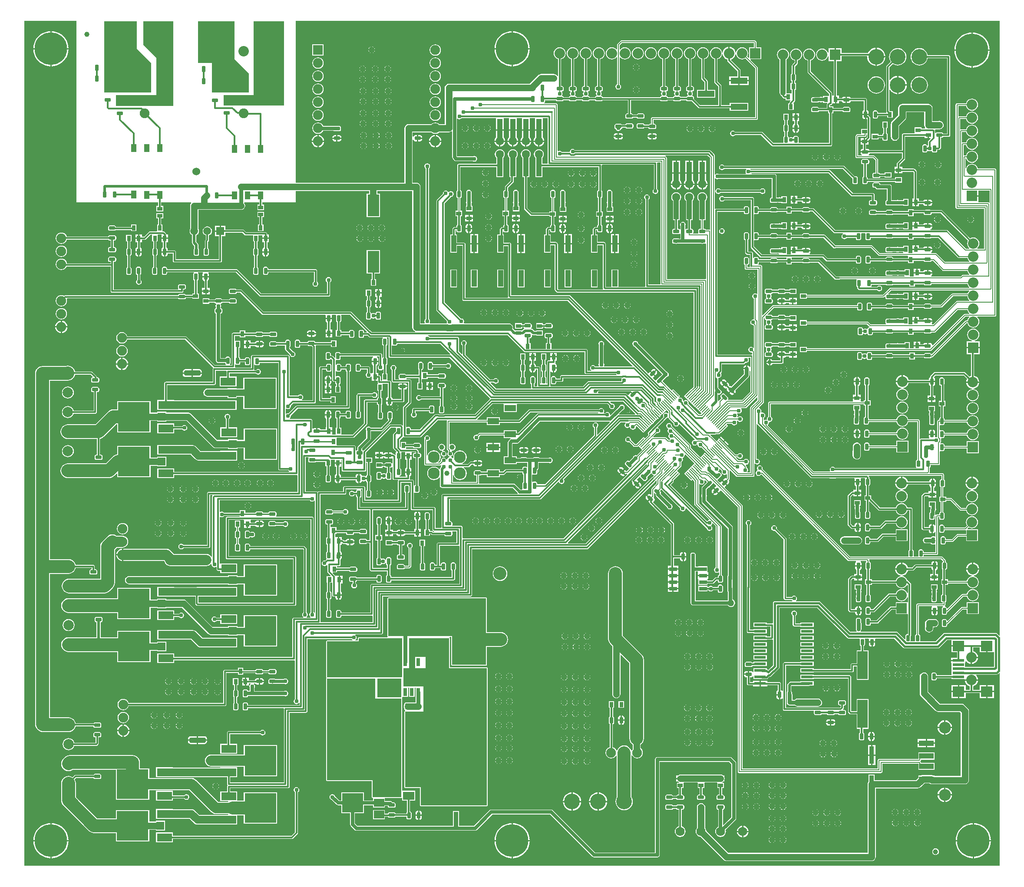
<source format=gtl>
G04*
G04 #@! TF.GenerationSoftware,Altium Limited,Altium Designer,20.0.2 (26)*
G04*
G04 Layer_Physical_Order=1*
G04 Layer_Color=255*
%FSLAX25Y25*%
%MOIN*%
G70*
G01*
G75*
%ADD12C,0.01000*%
G04:AMPARAMS|DCode=21|XSize=27.56mil|YSize=49.21mil|CornerRadius=6.89mil|HoleSize=0mil|Usage=FLASHONLY|Rotation=180.000|XOffset=0mil|YOffset=0mil|HoleType=Round|Shape=RoundedRectangle|*
%AMROUNDEDRECTD21*
21,1,0.02756,0.03543,0,0,180.0*
21,1,0.01378,0.04921,0,0,180.0*
1,1,0.01378,-0.00689,0.01772*
1,1,0.01378,0.00689,0.01772*
1,1,0.01378,0.00689,-0.01772*
1,1,0.01378,-0.00689,-0.01772*
%
%ADD21ROUNDEDRECTD21*%
%ADD22R,0.03543X0.13583*%
%ADD23R,0.09055X0.06299*%
%ADD24R,0.09055X0.02362*%
%ADD25R,0.06000X0.06299*%
%ADD26R,0.11811X0.06299*%
%ADD27R,0.24410X0.22835*%
%ADD28R,0.04000X0.02854*%
G04:AMPARAMS|DCode=29|XSize=9mil|YSize=65mil|CornerRadius=0mil|HoleSize=0mil|Usage=FLASHONLY|Rotation=315.000|XOffset=0mil|YOffset=0mil|HoleType=Round|Shape=Rectangle|*
%AMROTATEDRECTD29*
4,1,4,-0.02616,-0.01980,0.01980,0.02616,0.02616,0.01980,-0.01980,-0.02616,-0.02616,-0.01980,0.0*
%
%ADD29ROTATEDRECTD29*%

G04:AMPARAMS|DCode=30|XSize=9mil|YSize=65mil|CornerRadius=0mil|HoleSize=0mil|Usage=FLASHONLY|Rotation=45.000|XOffset=0mil|YOffset=0mil|HoleType=Round|Shape=Rectangle|*
%AMROTATEDRECTD30*
4,1,4,0.01980,-0.02616,-0.02616,0.01980,-0.01980,0.02616,0.02616,-0.01980,0.01980,-0.02616,0.0*
%
%ADD30ROTATEDRECTD30*%

G04:AMPARAMS|DCode=31|XSize=27.56mil|YSize=49.21mil|CornerRadius=6.89mil|HoleSize=0mil|Usage=FLASHONLY|Rotation=45.000|XOffset=0mil|YOffset=0mil|HoleType=Round|Shape=RoundedRectangle|*
%AMROUNDEDRECTD31*
21,1,0.02756,0.03543,0,0,45.0*
21,1,0.01378,0.04921,0,0,45.0*
1,1,0.01378,0.01740,-0.00766*
1,1,0.01378,0.00766,-0.01740*
1,1,0.01378,-0.01740,0.00766*
1,1,0.01378,-0.00766,0.01740*
%
%ADD31ROUNDEDRECTD31*%
G04:AMPARAMS|DCode=32|XSize=27.56mil|YSize=49.21mil|CornerRadius=6.89mil|HoleSize=0mil|Usage=FLASHONLY|Rotation=270.000|XOffset=0mil|YOffset=0mil|HoleType=Round|Shape=RoundedRectangle|*
%AMROUNDEDRECTD32*
21,1,0.02756,0.03543,0,0,270.0*
21,1,0.01378,0.04921,0,0,270.0*
1,1,0.01378,-0.01772,-0.00689*
1,1,0.01378,-0.01772,0.00689*
1,1,0.01378,0.01772,0.00689*
1,1,0.01378,0.01772,-0.00689*
%
%ADD32ROUNDEDRECTD32*%
G04:AMPARAMS|DCode=33|XSize=27.56mil|YSize=49.21mil|CornerRadius=6.89mil|HoleSize=0mil|Usage=FLASHONLY|Rotation=135.000|XOffset=0mil|YOffset=0mil|HoleType=Round|Shape=RoundedRectangle|*
%AMROUNDEDRECTD33*
21,1,0.02756,0.03543,0,0,135.0*
21,1,0.01378,0.04921,0,0,135.0*
1,1,0.01378,0.00766,0.01740*
1,1,0.01378,0.01740,0.00766*
1,1,0.01378,-0.00766,-0.01740*
1,1,0.01378,-0.01740,-0.00766*
%
%ADD33ROUNDEDRECTD33*%
%ADD34R,0.09053X0.01967*%
%ADD35C,0.03100*%
%ADD36R,0.04000X0.03000*%
%ADD37R,0.03000X0.04000*%
%ADD38R,0.09053X0.07873*%
%ADD39C,0.03937*%
%ADD40R,0.08000X0.08000*%
G04:AMPARAMS|DCode=41|XSize=39.37mil|YSize=125.98mil|CornerRadius=9.84mil|HoleSize=0mil|Usage=FLASHONLY|Rotation=270.000|XOffset=0mil|YOffset=0mil|HoleType=Round|Shape=RoundedRectangle|*
%AMROUNDEDRECTD41*
21,1,0.03937,0.10630,0,0,270.0*
21,1,0.01968,0.12598,0,0,270.0*
1,1,0.01968,-0.05315,-0.00984*
1,1,0.01968,-0.05315,0.00984*
1,1,0.01968,0.05315,0.00984*
1,1,0.01968,0.05315,-0.00984*
%
%ADD41ROUNDEDRECTD41*%
%ADD42R,0.10984X0.12598*%
%ADD43R,0.11339X0.04409*%
%ADD44R,0.07874X0.21654*%
%ADD45R,0.03937X0.16929*%
%ADD46R,0.09055X0.06300*%
%ADD47R,0.06000X0.09000*%
%ADD48R,0.04331X0.18307*%
%ADD49R,0.09055X0.16929*%
%ADD50R,0.08661X0.05000*%
%ADD51R,0.12992X0.04724*%
%ADD52R,0.03937X0.12598*%
%ADD53R,0.08000X0.06000*%
%ADD54R,0.16000X0.15000*%
%ADD55R,0.03030X0.05910*%
%ADD56R,0.03937X0.05984*%
%ADD57R,0.05910X0.03030*%
%ADD60C,0.08000*%
%ADD61C,0.06000*%
%ADD62C,0.09055*%
%ADD63C,0.03900*%
%ADD64C,0.07500*%
%ADD65C,0.10000*%
%ADD66R,0.05906X0.05906*%
%ADD67C,0.05906*%
%ADD68R,0.08000X0.08000*%
%ADD69R,0.07480X0.07480*%
%ADD70C,0.07480*%
%ADD71C,0.06299*%
%ADD72C,0.12000*%
%ADD73C,0.07874*%
%ADD74P,0.08523X8X292.5*%
%ADD75C,0.07000*%
%ADD76C,0.25000*%
%ADD77C,0.05000*%
%ADD78C,0.00800*%
%ADD79C,0.06000*%
%ADD80C,0.02500*%
%ADD81C,0.01200*%
%ADD82C,0.02000*%
%ADD83C,0.04000*%
%ADD84C,0.05000*%
%ADD85C,0.03000*%
%ADD86C,0.01500*%
%ADD87C,0.08000*%
%ADD88C,0.10000*%
%ADD89C,0.02200*%
G36*
X162000Y620000D02*
X173000Y609000D01*
Y594500D01*
X144501D01*
Y617000D01*
X134000D01*
Y649000D01*
X162000D01*
Y620000D01*
D02*
G37*
G36*
X87000Y628000D02*
X98000Y617000D01*
Y594500D01*
X62033Y594500D01*
X61968Y649000D01*
X87000Y649000D01*
Y628000D01*
D02*
G37*
G36*
X115000Y584000D02*
X71000D01*
X71000Y592500D01*
X102000Y592500D01*
Y621000D01*
X92000Y631000D01*
Y649000D01*
X115000Y649000D01*
X115000Y584000D01*
D02*
G37*
G36*
X200000Y584500D02*
X153500D01*
Y592500D01*
X176500D01*
Y649000D01*
X200000D01*
Y584500D01*
D02*
G37*
G36*
X749383Y177484D02*
X748921Y177292D01*
X747280Y178934D01*
X746833Y179233D01*
X746307Y179337D01*
X706949D01*
X706949Y179337D01*
X706422Y179233D01*
X705976Y178934D01*
X700003Y172961D01*
X688522D01*
X688190Y173461D01*
X688243Y173728D01*
Y177272D01*
X688143Y177775D01*
X687858Y178201D01*
X687432Y178486D01*
X687260Y178520D01*
Y199980D01*
X697188D01*
X697353Y199489D01*
X696980Y198931D01*
X696849Y198272D01*
Y197000D01*
X699260D01*
X701671D01*
Y198272D01*
X701540Y198931D01*
X701166Y199489D01*
X701332Y199980D01*
X705472D01*
X705548Y199486D01*
X705122Y199201D01*
X704837Y198775D01*
X704737Y198272D01*
Y194728D01*
X704837Y194225D01*
X705122Y193799D01*
X705548Y193514D01*
X706051Y193414D01*
X707429D01*
X707932Y193514D01*
X708358Y193799D01*
X708643Y194225D01*
X708743Y194728D01*
Y195480D01*
X708905D01*
X709296Y195558D01*
X709626Y195779D01*
X721328Y207480D01*
X723994D01*
X724018Y207299D01*
X724482Y206180D01*
X725219Y205219D01*
X726180Y204482D01*
X727299Y204018D01*
X728500Y203860D01*
X729701Y204018D01*
X730820Y204482D01*
X731781Y205219D01*
X732518Y206180D01*
X732982Y207299D01*
X733140Y208500D01*
X732982Y209701D01*
X732518Y210820D01*
X731781Y211781D01*
X730820Y212518D01*
X729701Y212982D01*
X728500Y213140D01*
X727299Y212982D01*
X726180Y212518D01*
X725219Y211781D01*
X724482Y210820D01*
X724018Y209701D01*
X723994Y209520D01*
X720905D01*
X720515Y209442D01*
X720185Y209221D01*
X709209Y198246D01*
X708708Y198451D01*
X708643Y198775D01*
X708358Y199201D01*
X707932Y199486D01*
X707429Y199586D01*
X707185D01*
X707129Y199667D01*
X707157Y200279D01*
X707378Y200610D01*
X707456Y201000D01*
Y203030D01*
X707858Y203299D01*
X708143Y203725D01*
X708243Y204228D01*
Y207772D01*
X708143Y208275D01*
X707858Y208701D01*
X707714Y208798D01*
Y216400D01*
X709600D01*
Y217480D01*
X723994D01*
X724018Y217299D01*
X724482Y216180D01*
X725219Y215219D01*
X726180Y214482D01*
X727299Y214018D01*
X728500Y213860D01*
X729701Y214018D01*
X730820Y214482D01*
X731781Y215219D01*
X732518Y216180D01*
X732982Y217299D01*
X733140Y218500D01*
X732982Y219701D01*
X732518Y220820D01*
X731781Y221781D01*
X730820Y222518D01*
X729701Y222982D01*
X729211Y223046D01*
Y223550D01*
X729805Y223629D01*
X731022Y224132D01*
X732066Y224934D01*
X732867Y225978D01*
X733371Y227195D01*
X733477Y228000D01*
X728500D01*
X723523D01*
X723629Y227195D01*
X724132Y225978D01*
X724934Y224934D01*
X725978Y224132D01*
X727195Y223629D01*
X727789Y223550D01*
Y223046D01*
X727299Y222982D01*
X726180Y222518D01*
X725219Y221781D01*
X724482Y220820D01*
X724018Y219701D01*
X723994Y219520D01*
X709600D01*
Y220600D01*
X707714D01*
Y227971D01*
X707932Y228014D01*
X708358Y228299D01*
X708643Y228725D01*
X708743Y229228D01*
Y232772D01*
X708643Y233275D01*
X708358Y233701D01*
X707957Y233969D01*
Y234804D01*
X707879Y235194D01*
X707658Y235525D01*
X705462Y237721D01*
X705131Y237942D01*
X704741Y238020D01*
X691061D01*
X690702Y238520D01*
X690743Y238728D01*
Y239481D01*
X700907D01*
X701297Y239559D01*
X701627Y239780D01*
X701720Y239873D01*
X701941Y240203D01*
X702019Y240594D01*
Y268480D01*
X702737D01*
Y267728D01*
X702837Y267225D01*
X703122Y266799D01*
X703548Y266514D01*
X704051Y266414D01*
X705429D01*
X705932Y266514D01*
X706358Y266799D01*
X706643Y267225D01*
X706743Y267728D01*
Y271272D01*
X706643Y271775D01*
X706358Y272201D01*
X706010Y272434D01*
Y279900D01*
X708100D01*
Y280980D01*
X711428D01*
X718629Y273779D01*
X718960Y273558D01*
X719350Y273480D01*
X723494D01*
X723518Y273299D01*
X723982Y272180D01*
X724719Y271219D01*
X725680Y270482D01*
X726799Y270018D01*
X728000Y269860D01*
X729201Y270018D01*
X730320Y270482D01*
X731281Y271219D01*
X732018Y272180D01*
X732482Y273299D01*
X732640Y274500D01*
X732482Y275701D01*
X732018Y276820D01*
X731281Y277781D01*
X730320Y278518D01*
X729201Y278982D01*
X728000Y279140D01*
X726799Y278982D01*
X725680Y278518D01*
X724719Y277781D01*
X723982Y276820D01*
X723518Y275701D01*
X723494Y275520D01*
X719773D01*
X712571Y282721D01*
X712241Y282942D01*
X711850Y283020D01*
X708100D01*
Y284100D01*
X706010D01*
Y291430D01*
X706432Y291514D01*
X706858Y291799D01*
X707143Y292225D01*
X707243Y292728D01*
Y296272D01*
X707143Y296775D01*
X706858Y297201D01*
X706457Y297469D01*
Y301100D01*
X706379Y301490D01*
X706158Y301821D01*
X705827Y302042D01*
X705437Y302120D01*
X695663D01*
X695382Y302586D01*
X695383Y302620D01*
X695456Y302983D01*
Y306530D01*
X695858Y306799D01*
X696143Y307225D01*
X696243Y307728D01*
Y308480D01*
X702362D01*
X702752Y308558D01*
X703083Y308779D01*
X703304Y309110D01*
X703382Y309500D01*
Y318570D01*
X703882Y318948D01*
X704051Y318914D01*
X705429D01*
X705932Y319014D01*
X706358Y319299D01*
X706643Y319725D01*
X706743Y320228D01*
Y320980D01*
X723900D01*
Y317400D01*
X733100D01*
Y326600D01*
X723900D01*
Y323020D01*
X706743D01*
Y323772D01*
X706643Y324275D01*
X706358Y324701D01*
X705932Y324986D01*
X705429Y325086D01*
X704051D01*
X703922Y325060D01*
X703675Y325521D01*
X703877Y325723D01*
X704098Y326054D01*
X704176Y326444D01*
Y328556D01*
X704527Y328914D01*
X705429D01*
X705932Y329014D01*
X706358Y329299D01*
X706643Y329725D01*
X706743Y330228D01*
Y330980D01*
X723994D01*
X724018Y330799D01*
X724482Y329680D01*
X725219Y328719D01*
X726180Y327982D01*
X727299Y327518D01*
X728500Y327360D01*
X729701Y327518D01*
X730820Y327982D01*
X731781Y328719D01*
X732518Y329680D01*
X732982Y330799D01*
X733140Y332000D01*
X732982Y333201D01*
X732518Y334320D01*
X731781Y335281D01*
X730820Y336018D01*
X729701Y336482D01*
X728500Y336640D01*
X727299Y336482D01*
X726180Y336018D01*
X725219Y335281D01*
X724482Y334320D01*
X724018Y333201D01*
X723994Y333020D01*
X706743D01*
Y333772D01*
X706643Y334275D01*
X706358Y334701D01*
X705932Y334986D01*
X705429Y335086D01*
X704051D01*
X703882Y335052D01*
X703382Y335430D01*
Y338570D01*
X703882Y338948D01*
X704051Y338914D01*
X705429D01*
X705932Y339014D01*
X706358Y339299D01*
X706643Y339725D01*
X706743Y340228D01*
Y340980D01*
X723994D01*
X724018Y340799D01*
X724482Y339680D01*
X725219Y338719D01*
X726180Y337982D01*
X727299Y337518D01*
X728500Y337360D01*
X729701Y337518D01*
X730820Y337982D01*
X731781Y338719D01*
X732518Y339680D01*
X732982Y340799D01*
X733140Y342000D01*
X732982Y343201D01*
X732518Y344320D01*
X731781Y345281D01*
X730820Y346018D01*
X729701Y346482D01*
X728500Y346640D01*
X727299Y346482D01*
X726180Y346018D01*
X725219Y345281D01*
X724482Y344320D01*
X724018Y343201D01*
X723994Y343020D01*
X706743D01*
Y343772D01*
X706643Y344275D01*
X706358Y344701D01*
X706214Y344798D01*
Y353400D01*
X707600D01*
Y357600D01*
X706661D01*
Y370312D01*
X706743Y370728D01*
Y374272D01*
X706643Y374775D01*
X706358Y375201D01*
X705932Y375486D01*
X705429Y375586D01*
X704051D01*
X703548Y375486D01*
X703122Y375201D01*
X702837Y374775D01*
X702737Y374272D01*
Y370728D01*
X702837Y370225D01*
X703122Y369799D01*
X703548Y369514D01*
X704051Y369414D01*
X704213D01*
Y357600D01*
X702400D01*
Y353400D01*
X703767D01*
Y345029D01*
X703548Y344986D01*
X703122Y344701D01*
X702837Y344275D01*
X702737Y343772D01*
Y343020D01*
X702362D01*
X701972Y342942D01*
X701641Y342721D01*
X701420Y342390D01*
X701343Y342000D01*
Y329940D01*
X700956Y329623D01*
X700606Y329692D01*
X700052Y329582D01*
X699622Y329984D01*
X699671Y330228D01*
Y331500D01*
X697260D01*
X694849D01*
Y330228D01*
X694980Y329569D01*
X695211Y329223D01*
X694951Y328724D01*
X689000D01*
X688532Y328630D01*
X688279Y328462D01*
X687817Y328649D01*
X687779Y328683D01*
Y342500D01*
X687702Y342890D01*
X687481Y343221D01*
X687150Y343442D01*
X686760Y343520D01*
X679005D01*
X678982Y343701D01*
X678518Y344820D01*
X677781Y345781D01*
X676820Y346518D01*
X675701Y346982D01*
X674500Y347140D01*
X673299Y346982D01*
X672180Y346518D01*
X671219Y345781D01*
X670482Y344820D01*
X670018Y343701D01*
X669994Y343520D01*
X648743D01*
Y344272D01*
X648643Y344775D01*
X648432Y345091D01*
Y353900D01*
X650100D01*
Y358100D01*
X648432D01*
Y369514D01*
X648858Y369799D01*
X649143Y370225D01*
X649243Y370728D01*
Y374272D01*
X649143Y374775D01*
X648858Y375201D01*
X648432Y375486D01*
X647929Y375586D01*
X646551D01*
X646048Y375486D01*
X645622Y375201D01*
X645337Y374775D01*
X645237Y374272D01*
Y370728D01*
X645337Y370225D01*
X645622Y369799D01*
X645985Y369556D01*
Y358100D01*
X644900D01*
Y357064D01*
X642923D01*
X642500Y357250D01*
X642500Y357564D01*
Y359250D01*
X639500D01*
X636500D01*
Y357564D01*
X636500Y357250D01*
X636077Y357064D01*
X572596D01*
X572206Y356987D01*
X571875Y356766D01*
X571654Y356435D01*
X571577Y356045D01*
Y345501D01*
X571046Y345146D01*
X570571Y344435D01*
X570404Y343596D01*
X570428Y343478D01*
X570074Y343125D01*
X569911Y343157D01*
X569072Y342990D01*
X568680Y342728D01*
X568180Y342996D01*
Y344629D01*
X568710Y344983D01*
X569185Y345694D01*
X569352Y346533D01*
X569185Y347372D01*
X568710Y348083D01*
X567999Y348558D01*
X567160Y348725D01*
X566461Y348586D01*
X566145Y348957D01*
X566130Y348991D01*
X566159Y349035D01*
X566326Y349874D01*
X566159Y350712D01*
X565684Y351424D01*
X564973Y351899D01*
X564618Y351969D01*
X564454Y352512D01*
X567921Y355979D01*
X568142Y356310D01*
X568220Y356700D01*
Y421179D01*
X568414Y421327D01*
X568914Y421080D01*
Y421051D01*
X569014Y420548D01*
X569299Y420122D01*
X569725Y419837D01*
X570003Y419782D01*
X570238Y419324D01*
X570240Y419237D01*
X569975Y418840D01*
X569808Y418001D01*
X569975Y417162D01*
X570241Y416763D01*
X570239Y416675D01*
X570004Y416218D01*
X569725Y416163D01*
X569299Y415878D01*
X569014Y415452D01*
X568914Y414949D01*
Y413571D01*
X569014Y413068D01*
X569299Y412642D01*
X569725Y412357D01*
X570228Y412257D01*
X573772D01*
X574275Y412357D01*
X574701Y412642D01*
X574986Y413068D01*
X575086Y413571D01*
Y414949D01*
X574986Y415452D01*
X574701Y415878D01*
X574275Y416163D01*
X573996Y416218D01*
X573761Y416675D01*
X573759Y416763D01*
X574025Y417162D01*
X574192Y418001D01*
X574025Y418840D01*
X573760Y419237D01*
X573762Y419324D01*
X573997Y419782D01*
X574275Y419837D01*
X574701Y420122D01*
X574801Y420272D01*
X579199D01*
X579299Y420122D01*
X579725Y419837D01*
X580228Y419737D01*
X583772D01*
X584275Y419837D01*
X584701Y420122D01*
X584801Y420272D01*
X587900D01*
Y419150D01*
X593100D01*
Y423350D01*
X587900D01*
Y422719D01*
X585028D01*
X584986Y422932D01*
X584701Y423358D01*
X584275Y423643D01*
X583772Y423743D01*
X580228D01*
X579725Y423643D01*
X579299Y423358D01*
X579014Y422932D01*
X578972Y422719D01*
X575028D01*
X574986Y422932D01*
X574701Y423358D01*
X574275Y423643D01*
X573772Y423743D01*
X571249D01*
X571058Y424205D01*
X575833Y428980D01*
X639757D01*
Y428228D01*
X639857Y427725D01*
X640142Y427299D01*
X640568Y427014D01*
X641071Y426914D01*
X642449D01*
X642952Y427014D01*
X643378Y427299D01*
X643663Y427725D01*
X643763Y428228D01*
Y431772D01*
X643663Y432275D01*
X643378Y432701D01*
X642952Y432986D01*
X642449Y433086D01*
X641071D01*
X640568Y432986D01*
X640142Y432701D01*
X639857Y432275D01*
X639757Y431772D01*
Y431019D01*
X575410D01*
X575020Y430942D01*
X574689Y430721D01*
X567281Y423313D01*
X566820Y423504D01*
Y460900D01*
X566742Y461290D01*
X566521Y461621D01*
X566190Y461842D01*
X565800Y461920D01*
X564160D01*
X564089Y462009D01*
X563939Y462420D01*
X564143Y462725D01*
X564243Y463228D01*
Y463906D01*
X573122D01*
X573299Y463642D01*
X573725Y463357D01*
X574228Y463257D01*
X577772D01*
X578275Y463357D01*
X578701Y463642D01*
X578878Y463906D01*
X585400D01*
Y462400D01*
X589600D01*
Y463776D01*
X597709D01*
X597799Y463642D01*
X598225Y463357D01*
X598728Y463257D01*
X602272D01*
X602775Y463357D01*
X603201Y463642D01*
X603291Y463776D01*
X609993D01*
X622635Y451135D01*
X623032Y450870D01*
X623500Y450776D01*
X626000D01*
X626468Y450870D01*
X626634Y450980D01*
X639228D01*
X639494Y450480D01*
X639357Y450275D01*
X639257Y449772D01*
Y446228D01*
X639357Y445725D01*
X639642Y445299D01*
X639840Y445166D01*
Y444469D01*
X639934Y444000D01*
X640199Y443604D01*
X640683Y443119D01*
X641080Y442854D01*
X641548Y442761D01*
X655098D01*
X655316Y442434D01*
X656027Y441959D01*
X656866Y441792D01*
X657705Y441959D01*
X658416Y442434D01*
X658891Y443145D01*
X659058Y443984D01*
X658891Y444823D01*
X658416Y445534D01*
X657705Y446010D01*
X656866Y446176D01*
X656027Y446010D01*
X655316Y445534D01*
X655098Y445208D01*
X650899D01*
X650632Y445708D01*
X650643Y445725D01*
X650743Y446228D01*
Y446776D01*
X661709D01*
X661799Y446642D01*
X662225Y446357D01*
X662728Y446257D01*
X666272D01*
X666775Y446357D01*
X667201Y446642D01*
X667291Y446776D01*
X679900D01*
Y445400D01*
X684100D01*
Y446980D01*
X691073D01*
X691299Y446642D01*
X691725Y446357D01*
X692228Y446257D01*
X695772D01*
X696275Y446357D01*
X696701Y446642D01*
X696986Y447068D01*
X697020Y447240D01*
X724543D01*
X724982Y446180D01*
X725719Y445219D01*
X726014Y444993D01*
X725853Y444520D01*
X665411D01*
X665021Y444442D01*
X664690Y444221D01*
X659488Y439020D01*
X601100D01*
Y440100D01*
X595900D01*
Y435900D01*
X601100D01*
Y436980D01*
X659911D01*
X660301Y437058D01*
X660632Y437279D01*
X660952Y437600D01*
X661414Y437408D01*
Y437051D01*
X661514Y436548D01*
X661799Y436122D01*
X662225Y435837D01*
X662728Y435737D01*
X666272D01*
X666775Y435837D01*
X666994Y435984D01*
X669797D01*
X670005Y435845D01*
X670844Y435678D01*
X671682Y435845D01*
X671890Y435984D01*
X675150D01*
Y435400D01*
X679350D01*
Y440600D01*
X675150D01*
Y439756D01*
X671890D01*
X671682Y439895D01*
X670844Y440062D01*
X670005Y439895D01*
X669797Y439756D01*
X664837D01*
X664500Y439823D01*
X664098Y439743D01*
X663749D01*
X663558Y440205D01*
X665833Y442480D01*
X725853D01*
X726014Y442007D01*
X725719Y441781D01*
X724982Y440820D01*
X724618Y439941D01*
X713000D01*
X712610Y439863D01*
X712279Y439642D01*
X703917Y431279D01*
X697020D01*
X696986Y431452D01*
X696701Y431878D01*
X696275Y432163D01*
X695772Y432263D01*
X692228D01*
X691725Y432163D01*
X691299Y431878D01*
X691035Y431483D01*
X683100D01*
Y432600D01*
X678900D01*
Y431223D01*
X667531D01*
X667486Y431452D01*
X667201Y431878D01*
X666775Y432163D01*
X666272Y432263D01*
X662728D01*
X662225Y432163D01*
X661799Y431878D01*
X661514Y431452D01*
X661469Y431223D01*
X651243D01*
Y431772D01*
X651143Y432275D01*
X650858Y432701D01*
X650432Y432986D01*
X649929Y433086D01*
X648551D01*
X648048Y432986D01*
X647622Y432701D01*
X647337Y432275D01*
X647237Y431772D01*
Y428228D01*
X647337Y427725D01*
X647622Y427299D01*
X648048Y427014D01*
X648551Y426914D01*
X649929D01*
X650432Y427014D01*
X650858Y427299D01*
X651143Y427725D01*
X651243Y428228D01*
Y428777D01*
X661709D01*
X661799Y428642D01*
X662225Y428357D01*
X662728Y428257D01*
X666272D01*
X666775Y428357D01*
X667201Y428642D01*
X667291Y428777D01*
X678900D01*
Y427400D01*
X683100D01*
Y429036D01*
X691035D01*
X691299Y428642D01*
X691725Y428357D01*
X692228Y428257D01*
X695772D01*
X696275Y428357D01*
X696701Y428642D01*
X696986Y429068D01*
X697020Y429240D01*
X704339D01*
X704729Y429318D01*
X705060Y429539D01*
X713422Y437901D01*
X724439D01*
X724518Y437299D01*
X724982Y436180D01*
X725719Y435219D01*
X726014Y434993D01*
X725853Y434520D01*
X716500D01*
X716110Y434442D01*
X715779Y434221D01*
X698078Y416520D01*
X697351D01*
X697114Y417020D01*
X697363Y417392D01*
X697494Y418051D01*
Y418240D01*
X694000D01*
Y418740D01*
X693500D01*
Y421151D01*
X692228D01*
X691569Y421020D01*
X691011Y420647D01*
X690728Y420224D01*
X687250D01*
Y422000D01*
X685250D01*
Y419000D01*
X684750D01*
Y418500D01*
X682250D01*
Y416520D01*
X679350D01*
Y421600D01*
X675150D01*
Y420756D01*
X672241D01*
X671839Y421025D01*
X671000Y421192D01*
X670161Y421025D01*
X669759Y420756D01*
X664837D01*
X664500Y420823D01*
X664098Y420743D01*
X662728D01*
X662225Y420643D01*
X661799Y420358D01*
X661514Y419932D01*
X661414Y419429D01*
Y418051D01*
X661514Y417548D01*
X661799Y417122D01*
X661952Y417020D01*
X661800Y416520D01*
X650172D01*
X648471Y418221D01*
X648140Y418442D01*
X647750Y418520D01*
X601100D01*
Y419600D01*
X595900D01*
Y415400D01*
X601100D01*
Y416480D01*
X647328D01*
X649029Y414779D01*
X649318Y414586D01*
X649322Y414550D01*
X649051Y414086D01*
X648548Y413986D01*
X648122Y413701D01*
X647837Y413275D01*
X647782Y412997D01*
X647324Y412762D01*
X647237Y412760D01*
X646840Y413025D01*
X646001Y413192D01*
X645162Y413025D01*
X644763Y412758D01*
X644675Y412761D01*
X644218Y412996D01*
X644163Y413275D01*
X643878Y413701D01*
X643452Y413986D01*
X642949Y414086D01*
X641571D01*
X641068Y413986D01*
X640642Y413701D01*
X640357Y413275D01*
X640257Y412772D01*
Y409228D01*
X640357Y408725D01*
X640642Y408299D01*
X641068Y408014D01*
X641571Y407914D01*
X642949D01*
X643452Y408014D01*
X643878Y408299D01*
X644163Y408725D01*
X644218Y409004D01*
X644675Y409239D01*
X644763Y409241D01*
X645162Y408975D01*
X646001Y408808D01*
X646840Y408975D01*
X647237Y409240D01*
X647324Y409238D01*
X647782Y409003D01*
X647837Y408725D01*
X648122Y408299D01*
X648548Y408014D01*
X649051Y407914D01*
X650429D01*
X650932Y408014D01*
X651358Y408299D01*
X651643Y408725D01*
X651743Y409228D01*
Y409906D01*
X661622D01*
X661799Y409642D01*
X662225Y409357D01*
X662728Y409257D01*
X666272D01*
X666775Y409357D01*
X667201Y409642D01*
X667378Y409906D01*
X678900D01*
Y408400D01*
X683100D01*
Y409906D01*
X691122D01*
X691299Y409642D01*
X691725Y409357D01*
X692228Y409257D01*
X695772D01*
X696275Y409357D01*
X696701Y409642D01*
X696969Y410043D01*
X699063D01*
X699453Y410121D01*
X699784Y410342D01*
X716922Y427480D01*
X724495D01*
X724518Y427299D01*
X724982Y426180D01*
X725719Y425219D01*
X726014Y424993D01*
X725853Y424520D01*
X722609D01*
X722219Y424442D01*
X721888Y424221D01*
X697932Y400265D01*
X697476Y400516D01*
X697363Y401088D01*
X696989Y401647D01*
X696431Y402020D01*
X695772Y402151D01*
X694500D01*
Y399740D01*
X693500D01*
Y402151D01*
X692228D01*
X691569Y402020D01*
X691011Y401647D01*
X690728Y401224D01*
X688250D01*
Y403000D01*
X686250D01*
Y400000D01*
X685750D01*
Y399500D01*
X683250D01*
Y398020D01*
X680350D01*
Y402600D01*
X676150D01*
Y401756D01*
X671890D01*
X671682Y401895D01*
X670844Y402062D01*
X670005Y401895D01*
X669797Y401756D01*
X664837D01*
X664500Y401823D01*
X664098Y401743D01*
X662728D01*
X662225Y401643D01*
X661799Y401358D01*
X661514Y400932D01*
X661414Y400429D01*
Y399051D01*
X661514Y398548D01*
X661533Y398520D01*
X661266Y398020D01*
X601100D01*
Y399100D01*
X595900D01*
Y394900D01*
X601100D01*
Y395980D01*
X696109D01*
X696499Y396058D01*
X696830Y396279D01*
X723031Y422480D01*
X725853D01*
X726014Y422007D01*
X725719Y421781D01*
X724982Y420820D01*
X724518Y419701D01*
X724495Y419520D01*
X723500D01*
X723110Y419442D01*
X722779Y419221D01*
X697356Y393798D01*
X696712Y393861D01*
X696701Y393878D01*
X696275Y394163D01*
X695772Y394263D01*
X692228D01*
X691725Y394163D01*
X691299Y393878D01*
X691014Y393452D01*
X690995Y393353D01*
X684100D01*
Y394600D01*
X679900D01*
Y393353D01*
X667505D01*
X667486Y393452D01*
X667201Y393878D01*
X666775Y394163D01*
X666272Y394263D01*
X662728D01*
X662225Y394163D01*
X661799Y393878D01*
X661514Y393452D01*
X661495Y393353D01*
X651243D01*
Y393772D01*
X651143Y394275D01*
X650858Y394701D01*
X650432Y394986D01*
X649929Y395086D01*
X648551D01*
X648048Y394986D01*
X647622Y394701D01*
X647337Y394275D01*
X647282Y393997D01*
X646824Y393762D01*
X646737Y393760D01*
X646340Y394025D01*
X645501Y394192D01*
X644662Y394025D01*
X644263Y393758D01*
X644175Y393761D01*
X643718Y393996D01*
X643663Y394275D01*
X643378Y394701D01*
X642952Y394986D01*
X642449Y395086D01*
X641071D01*
X640568Y394986D01*
X640142Y394701D01*
X639857Y394275D01*
X639757Y393772D01*
Y390228D01*
X639857Y389725D01*
X640142Y389299D01*
X640568Y389014D01*
X641071Y388914D01*
X642449D01*
X642952Y389014D01*
X643378Y389299D01*
X643663Y389725D01*
X643718Y390004D01*
X644175Y390239D01*
X644263Y390241D01*
X644662Y389974D01*
X645501Y389808D01*
X646340Y389974D01*
X646737Y390240D01*
X646824Y390238D01*
X647282Y390003D01*
X647337Y389725D01*
X647622Y389299D01*
X648048Y389014D01*
X648551Y388914D01*
X649929D01*
X650432Y389014D01*
X650858Y389299D01*
X651143Y389725D01*
X651243Y390228D01*
Y390906D01*
X661622D01*
X661799Y390642D01*
X662225Y390357D01*
X662728Y390257D01*
X666272D01*
X666775Y390357D01*
X667201Y390642D01*
X667378Y390906D01*
X679900D01*
Y389400D01*
X684100D01*
Y390906D01*
X691122D01*
X691299Y390642D01*
X691725Y390357D01*
X692228Y390257D01*
X695772D01*
X696275Y390357D01*
X696701Y390642D01*
X696986Y391068D01*
X696998Y391130D01*
X697150D01*
X697540Y391208D01*
X697871Y391429D01*
X723922Y417480D01*
X724495D01*
X724518Y417299D01*
X724982Y416180D01*
X725719Y415219D01*
X726680Y414482D01*
X727799Y414018D01*
X729000Y413860D01*
X730201Y414018D01*
X731320Y414482D01*
X732281Y415219D01*
X733018Y416180D01*
X733482Y417299D01*
X733640Y418500D01*
X733482Y419701D01*
X733018Y420820D01*
X732281Y421781D01*
X731986Y422007D01*
X732147Y422480D01*
X745500D01*
X745890Y422558D01*
X746221Y422779D01*
X746442Y423110D01*
X746520Y423500D01*
Y535000D01*
X746442Y535390D01*
X746221Y535721D01*
X745890Y535942D01*
X745500Y536020D01*
X732506D01*
X732482Y536201D01*
X732018Y537320D01*
X731281Y538281D01*
X730320Y539018D01*
X729201Y539482D01*
X728000Y539640D01*
X726799Y539482D01*
X725680Y539018D01*
X724719Y538281D01*
X723982Y537320D01*
X723518Y536201D01*
X723020Y536243D01*
Y543757D01*
X723518Y543799D01*
X723982Y542680D01*
X724719Y541719D01*
X725680Y540982D01*
X726799Y540518D01*
X728000Y540360D01*
X729201Y540518D01*
X730320Y540982D01*
X731281Y541719D01*
X732018Y542680D01*
X732482Y543799D01*
X732640Y545000D01*
X732482Y546201D01*
X732018Y547320D01*
X731281Y548281D01*
X730320Y549018D01*
X729201Y549482D01*
X728000Y549640D01*
X726799Y549482D01*
X725680Y549018D01*
X724719Y548281D01*
X723982Y547320D01*
X723518Y546201D01*
X723494Y546020D01*
X722000D01*
X721620Y546332D01*
Y553980D01*
X723494D01*
X723518Y553799D01*
X723982Y552680D01*
X724719Y551719D01*
X725680Y550982D01*
X726799Y550518D01*
X728000Y550360D01*
X729201Y550518D01*
X730320Y550982D01*
X731281Y551719D01*
X732018Y552680D01*
X732482Y553799D01*
X732640Y555000D01*
X732482Y556201D01*
X732018Y557320D01*
X731281Y558281D01*
X730320Y559018D01*
X729201Y559482D01*
X728000Y559640D01*
X726799Y559482D01*
X725680Y559018D01*
X724719Y558281D01*
X723982Y557320D01*
X723518Y556201D01*
X723494Y556020D01*
X720600D01*
X720220Y556332D01*
Y563980D01*
X723494D01*
X723518Y563799D01*
X723982Y562680D01*
X724719Y561719D01*
X725680Y560982D01*
X726799Y560518D01*
X728000Y560360D01*
X729201Y560518D01*
X730320Y560982D01*
X731281Y561719D01*
X732018Y562680D01*
X732482Y563799D01*
X732640Y565000D01*
X732482Y566201D01*
X732018Y567320D01*
X731281Y568281D01*
X730320Y569018D01*
X729201Y569482D01*
X728000Y569640D01*
X726799Y569482D01*
X725680Y569018D01*
X724719Y568281D01*
X723982Y567320D01*
X723518Y566201D01*
X723494Y566020D01*
X719200D01*
X718820Y566332D01*
Y573980D01*
X723494D01*
X723518Y573799D01*
X723982Y572680D01*
X724719Y571719D01*
X725680Y570982D01*
X726799Y570518D01*
X728000Y570360D01*
X729201Y570518D01*
X730320Y570982D01*
X731281Y571719D01*
X732018Y572680D01*
X732482Y573799D01*
X732640Y575000D01*
X732482Y576201D01*
X732018Y577320D01*
X731281Y578281D01*
X730320Y579018D01*
X729201Y579482D01*
X728000Y579640D01*
X726799Y579482D01*
X725680Y579018D01*
X724719Y578281D01*
X723982Y577320D01*
X723518Y576201D01*
X723494Y576020D01*
X717800D01*
X717420Y576332D01*
Y583980D01*
X723494D01*
X723518Y583799D01*
X723982Y582680D01*
X724719Y581719D01*
X725680Y580982D01*
X726799Y580518D01*
X728000Y580360D01*
X729201Y580518D01*
X730320Y580982D01*
X731281Y581719D01*
X732018Y582680D01*
X732482Y583799D01*
X732640Y585000D01*
X732482Y586201D01*
X732018Y587320D01*
X731281Y588281D01*
X730320Y589018D01*
X729201Y589482D01*
X728000Y589640D01*
X726799Y589482D01*
X725680Y589018D01*
X724719Y588281D01*
X723982Y587320D01*
X723518Y586201D01*
X723494Y586020D01*
X716400D01*
X716010Y585942D01*
X715679Y585721D01*
X715458Y585390D01*
X715380Y585000D01*
Y506194D01*
X715458Y505804D01*
X715679Y505474D01*
X715873Y505279D01*
X716204Y505058D01*
X716595Y504980D01*
X737180D01*
Y474520D01*
X732147D01*
X731986Y474993D01*
X732281Y475219D01*
X733018Y476180D01*
X733482Y477299D01*
X733640Y478500D01*
X733482Y479701D01*
X733018Y480820D01*
X732281Y481781D01*
X731320Y482518D01*
X730201Y482982D01*
X729000Y483140D01*
X727799Y482982D01*
X726703Y482527D01*
X705365Y503865D01*
X704968Y504130D01*
X704500Y504223D01*
X695970D01*
X695772Y504263D01*
X692228D01*
X692030Y504223D01*
X683100D01*
Y504600D01*
X678900D01*
Y503318D01*
X667512D01*
X667486Y503452D01*
X667201Y503878D01*
X666775Y504163D01*
X666272Y504263D01*
X662728D01*
X662225Y504163D01*
X661799Y503878D01*
X661514Y503452D01*
X661488Y503318D01*
X655052D01*
X655025Y503452D01*
X654740Y503878D01*
X654314Y504163D01*
X653811Y504263D01*
X650268D01*
X649764Y504163D01*
X649338Y503878D01*
X649053Y503452D01*
X648953Y502949D01*
Y501571D01*
X649053Y501068D01*
X649338Y500642D01*
X649764Y500357D01*
X650268Y500257D01*
X653811D01*
X654314Y500357D01*
X654740Y500642D01*
X654893Y500871D01*
X661646D01*
X661799Y500642D01*
X662225Y500357D01*
X662728Y500257D01*
X666272D01*
X666775Y500357D01*
X667201Y500642D01*
X667354Y500871D01*
X678900D01*
Y499400D01*
X683100D01*
Y501777D01*
X690914D01*
Y501571D01*
X691014Y501068D01*
X691299Y500642D01*
X691725Y500357D01*
X692228Y500257D01*
X695772D01*
X696275Y500357D01*
X696701Y500642D01*
X696986Y501068D01*
X697086Y501571D01*
Y501777D01*
X703993D01*
X724972Y480797D01*
X724518Y479701D01*
X724360Y478500D01*
X724518Y477299D01*
X724982Y476180D01*
X725719Y475219D01*
X726014Y474993D01*
X725853Y474520D01*
X723261D01*
X709847Y487933D01*
X709808Y488129D01*
X709543Y488526D01*
X709146Y488791D01*
X708678Y488884D01*
X696098D01*
X696048Y489384D01*
X696431Y489460D01*
X696989Y489833D01*
X697363Y490392D01*
X697494Y491051D01*
Y491240D01*
X694000D01*
Y491740D01*
X693500D01*
Y494151D01*
X692228D01*
X691569Y494020D01*
X691011Y493647D01*
X690728Y493223D01*
X687250D01*
Y495000D01*
X685250D01*
Y492000D01*
X684750D01*
Y491500D01*
X682250D01*
X682250Y489000D01*
X681798Y488884D01*
X623122D01*
X606881Y505125D01*
X606484Y505390D01*
X606016Y505483D01*
X603465D01*
X603201Y505878D01*
X602775Y506163D01*
X602272Y506263D01*
X598728D01*
X598225Y506163D01*
X597799Y505878D01*
X597535Y505483D01*
X589600D01*
Y506600D01*
X585400D01*
Y505224D01*
X579031D01*
X578986Y505452D01*
X578701Y505878D01*
X578275Y506163D01*
X577772Y506263D01*
X574228D01*
X573725Y506163D01*
X573299Y505878D01*
X573014Y505452D01*
X572969Y505224D01*
X564243D01*
Y505772D01*
X564143Y506275D01*
X563858Y506701D01*
X563432Y506986D01*
X562929Y507086D01*
X561551D01*
X561124Y507001D01*
X560624Y507218D01*
Y512800D01*
X560530Y513268D01*
X560265Y513665D01*
X559868Y513930D01*
X559400Y514023D01*
X537868D01*
X537650Y514350D01*
X536939Y514825D01*
X536100Y514992D01*
X535261Y514825D01*
X534550Y514350D01*
X534075Y513639D01*
X533908Y512800D01*
X534075Y511961D01*
X534550Y511250D01*
X535261Y510775D01*
X536100Y510608D01*
X536939Y510775D01*
X537650Y511250D01*
X537868Y511577D01*
X558177D01*
Y475740D01*
X558270Y475272D01*
X558535Y474875D01*
X565274Y468136D01*
X565671Y467871D01*
X566139Y467777D01*
X584973D01*
X585400Y467600D01*
Y466353D01*
X579005D01*
X578986Y466452D01*
X578701Y466878D01*
X578275Y467163D01*
X577772Y467263D01*
X574228D01*
X573725Y467163D01*
X573299Y466878D01*
X573014Y466452D01*
X572995Y466353D01*
X564243D01*
Y466772D01*
X564143Y467275D01*
X563858Y467701D01*
X563432Y467986D01*
X562929Y468086D01*
X561551D01*
X561048Y467986D01*
X560622Y467701D01*
X560424Y467404D01*
X559924Y467556D01*
Y470968D01*
X559830Y471437D01*
X559565Y471834D01*
X559168Y472099D01*
X558700Y472192D01*
X556275D01*
Y481230D01*
X556378Y481299D01*
X556663Y481725D01*
X556763Y482228D01*
Y485772D01*
X556663Y486275D01*
X556378Y486701D01*
X555952Y486986D01*
X555449Y487086D01*
X554071D01*
X553568Y486986D01*
X553142Y486701D01*
X552857Y486275D01*
X552757Y485772D01*
Y482228D01*
X552857Y481725D01*
X553142Y481299D01*
X553568Y481014D01*
X553828Y480963D01*
Y471671D01*
X553921Y471203D01*
X554186Y470806D01*
X554889Y470103D01*
X555286Y469838D01*
X555754Y469745D01*
X557477D01*
Y460900D01*
X557492Y460820D01*
X557089Y460320D01*
X555583D01*
Y461941D01*
X555952Y462014D01*
X556378Y462299D01*
X556663Y462725D01*
X556763Y463228D01*
Y466772D01*
X556663Y467275D01*
X556378Y467701D01*
X555952Y467986D01*
X555449Y468086D01*
X554071D01*
X553568Y467986D01*
X553142Y467701D01*
X552857Y467275D01*
X552757Y466772D01*
Y463228D01*
X552857Y462725D01*
X553142Y462299D01*
X553543Y462031D01*
Y459300D01*
X553621Y458910D01*
X553842Y458579D01*
X554173Y458358D01*
X554563Y458280D01*
X563380D01*
Y439887D01*
X562880Y439663D01*
X562339Y440025D01*
X561500Y440192D01*
X560661Y440025D01*
X559950Y439550D01*
X559475Y438839D01*
X559308Y438000D01*
X559475Y437161D01*
X559950Y436450D01*
X560480Y436096D01*
Y420606D01*
X560000Y420192D01*
X559161Y420025D01*
X558450Y419550D01*
X557975Y418839D01*
X557808Y418000D01*
X557975Y417161D01*
X558450Y416450D01*
X559161Y415975D01*
X560000Y415808D01*
X560107Y415829D01*
X560580Y415355D01*
Y398656D01*
X560080Y398505D01*
X560050Y398550D01*
X559339Y399025D01*
X558500Y399192D01*
X557661Y399025D01*
X556950Y398550D01*
X556475Y397839D01*
X556308Y397000D01*
X556475Y396161D01*
X556950Y395450D01*
X557661Y394975D01*
X558500Y394808D01*
X558680Y394844D01*
X559180Y394433D01*
Y393544D01*
X558680Y393188D01*
X558500Y393224D01*
X532724D01*
Y502776D01*
X552757D01*
Y502228D01*
X552857Y501725D01*
X553142Y501299D01*
X553568Y501014D01*
X554071Y500914D01*
X555449D01*
X555952Y501014D01*
X556378Y501299D01*
X556663Y501725D01*
X556763Y502228D01*
Y505772D01*
X556663Y506275D01*
X556378Y506701D01*
X555952Y506986D01*
X555449Y507086D01*
X554071D01*
X553568Y506986D01*
X553142Y506701D01*
X552857Y506275D01*
X552757Y505772D01*
Y505224D01*
X531500D01*
X531032Y505130D01*
X530946Y505073D01*
X530446Y505340D01*
Y528304D01*
X530946Y528456D01*
X530950Y528450D01*
X531661Y527975D01*
X532500Y527808D01*
X533339Y527975D01*
X533547Y528114D01*
X574189D01*
Y513735D01*
X573725Y513643D01*
X573299Y513358D01*
X573014Y512932D01*
X572914Y512429D01*
Y511051D01*
X573014Y510548D01*
X573299Y510122D01*
X573725Y509837D01*
X574228Y509737D01*
X577772D01*
X578275Y509837D01*
X578482Y509976D01*
X579115D01*
X579323Y509837D01*
X580162Y509670D01*
X581001Y509837D01*
X581150Y509936D01*
X581650Y509804D01*
Y509400D01*
X585850D01*
Y514600D01*
X581650D01*
Y513920D01*
X581150Y513788D01*
X581001Y513887D01*
X580162Y514054D01*
X579323Y513887D01*
X579115Y513748D01*
X577961D01*
Y530000D01*
X577817Y530722D01*
X577409Y531334D01*
X576797Y531743D01*
X576075Y531886D01*
X558756D01*
X558473Y532386D01*
X558527Y532477D01*
X617851D01*
X635193Y515135D01*
X635590Y514870D01*
X636058Y514777D01*
X650816D01*
Y511743D01*
X650268D01*
X649764Y511643D01*
X649338Y511358D01*
X649053Y510932D01*
X648953Y510429D01*
Y509051D01*
X649053Y508548D01*
X649338Y508122D01*
X649764Y507837D01*
X650268Y507737D01*
X653811D01*
X654314Y507837D01*
X654740Y508122D01*
X655025Y508548D01*
X655125Y509051D01*
Y510429D01*
X655025Y510932D01*
X654740Y511358D01*
X654314Y511643D01*
X653811Y511743D01*
X653263D01*
Y516000D01*
X653169Y516468D01*
X652904Y516865D01*
X652507Y517130D01*
X652039Y517224D01*
X636565D01*
X619223Y534565D01*
X618826Y534830D01*
X618358Y534924D01*
X558118D01*
X557825Y535323D01*
X557962Y535777D01*
X628836D01*
X636257Y528356D01*
Y525228D01*
X636357Y524725D01*
X636642Y524299D01*
X637068Y524014D01*
X637571Y523914D01*
X638949D01*
X639452Y524014D01*
X639878Y524299D01*
X640163Y524725D01*
X640263Y525228D01*
Y528772D01*
X640163Y529275D01*
X639878Y529701D01*
X639452Y529986D01*
X638949Y530086D01*
X637987D01*
X630208Y537865D01*
X629811Y538130D01*
X629343Y538224D01*
X537768D01*
X537550Y538550D01*
X536839Y539025D01*
X536000Y539192D01*
X535161Y539025D01*
X534450Y538550D01*
X533975Y537839D01*
X533808Y537000D01*
X533975Y536161D01*
X534450Y535450D01*
X535161Y534975D01*
X536000Y534808D01*
X536839Y534975D01*
X537550Y535450D01*
X537768Y535777D01*
X554638D01*
X554789Y535277D01*
X554750Y535250D01*
X554275Y534539D01*
X554108Y533700D01*
X554275Y532861D01*
X554592Y532386D01*
X554325Y531886D01*
X533547D01*
X533339Y532025D01*
X532500Y532192D01*
X531661Y532025D01*
X530950Y531550D01*
X530946Y531544D01*
X530446Y531696D01*
Y546217D01*
X530368Y546607D01*
X530349Y546636D01*
X530339Y546686D01*
X530074Y547083D01*
X527291Y549865D01*
X526895Y550130D01*
X526426Y550223D01*
X423268D01*
X423050Y550550D01*
X422339Y551025D01*
X421500Y551192D01*
X420661Y551025D01*
X419950Y550550D01*
X419475Y549839D01*
X419308Y549000D01*
X418853Y548724D01*
X413268D01*
X413050Y549050D01*
X412339Y549525D01*
X411500Y549692D01*
X410661Y549525D01*
X410411Y549358D01*
X409970Y549593D01*
Y585000D01*
X409892Y585390D01*
X409671Y585721D01*
X409340Y585942D01*
X408950Y586020D01*
X399509D01*
X399432Y586514D01*
X399858Y586799D01*
X400143Y587225D01*
X400243Y587728D01*
Y588406D01*
X408622D01*
X408799Y588142D01*
X409225Y587857D01*
X409728Y587757D01*
X413272D01*
X413775Y587857D01*
X414201Y588142D01*
X414378Y588406D01*
X418622D01*
X418799Y588142D01*
X419225Y587857D01*
X419728Y587757D01*
X423272D01*
X423775Y587857D01*
X424201Y588142D01*
X424378Y588406D01*
X428622D01*
X428799Y588142D01*
X429225Y587857D01*
X429728Y587757D01*
X433272D01*
X433775Y587857D01*
X434201Y588142D01*
X434378Y588406D01*
X438622D01*
X438799Y588142D01*
X439225Y587857D01*
X439728Y587757D01*
X443272D01*
X443775Y587857D01*
X444201Y588142D01*
X444291Y588276D01*
X463776D01*
Y578243D01*
X463228D01*
X462725Y578143D01*
X462299Y577858D01*
X462014Y577432D01*
X461914Y576929D01*
Y575551D01*
X462014Y575048D01*
X462299Y574622D01*
X462725Y574337D01*
X463228Y574237D01*
X466772D01*
X467275Y574337D01*
X467701Y574622D01*
X467965Y575017D01*
X470535D01*
X470799Y574622D01*
X471225Y574337D01*
X471728Y574237D01*
X475272D01*
X475775Y574337D01*
X476201Y574622D01*
X476486Y575048D01*
X476586Y575551D01*
Y576929D01*
X476486Y577432D01*
X476201Y577858D01*
X475775Y578143D01*
X475272Y578243D01*
X471728D01*
X471225Y578143D01*
X470799Y577858D01*
X470535Y577464D01*
X467965D01*
X467701Y577858D01*
X467275Y578143D01*
X466772Y578243D01*
X466223D01*
Y588276D01*
X488709D01*
X488799Y588142D01*
X489225Y587857D01*
X489728Y587757D01*
X493272D01*
X493775Y587857D01*
X494201Y588142D01*
X494291Y588276D01*
X498709D01*
X498799Y588142D01*
X499225Y587857D01*
X499728Y587757D01*
X503272D01*
X503775Y587857D01*
X504201Y588142D01*
X504465Y588536D01*
X508535D01*
X508799Y588142D01*
X509225Y587857D01*
X509728Y587757D01*
X512856D01*
X517977Y582635D01*
X518374Y582370D01*
X518843Y582276D01*
X542002D01*
Y580538D01*
X556194D01*
Y586462D01*
X542002D01*
Y584724D01*
X535723D01*
Y599405D01*
X535630Y599874D01*
X535365Y600271D01*
X532724Y602912D01*
Y620028D01*
X533820Y620482D01*
X534781Y621219D01*
X535518Y622180D01*
X535982Y623299D01*
X536046Y623789D01*
X536550D01*
X536629Y623195D01*
X537133Y621978D01*
X537934Y620934D01*
X538978Y620132D01*
X540195Y619629D01*
X540276Y619618D01*
Y619000D01*
X540370Y618532D01*
X540635Y618135D01*
X547875Y610895D01*
Y606862D01*
X541602D01*
Y604000D01*
X549098D01*
X556595D01*
Y606862D01*
X550322D01*
Y611402D01*
X550229Y611870D01*
X549964Y612267D01*
X543044Y619186D01*
X543161Y619776D01*
X544022Y620132D01*
X545066Y620934D01*
X545867Y621978D01*
X546371Y623195D01*
X546450Y623789D01*
X546954D01*
X547018Y623299D01*
X547482Y622180D01*
X548219Y621219D01*
X549180Y620482D01*
X550299Y620018D01*
X551500Y619860D01*
X552701Y620018D01*
X553820Y620482D01*
X553965Y620593D01*
X561480Y613078D01*
Y575520D01*
X482500D01*
X482110Y575442D01*
X481779Y575221D01*
X481558Y574890D01*
X481480Y574500D01*
Y570243D01*
X480728D01*
X480225Y570143D01*
X479799Y569858D01*
X479709Y569724D01*
X476531D01*
X476486Y569952D01*
X476201Y570378D01*
X475775Y570663D01*
X475272Y570763D01*
X471728D01*
X471225Y570663D01*
X470799Y570378D01*
X470514Y569952D01*
X470414Y569449D01*
Y568071D01*
X470514Y567568D01*
X470799Y567142D01*
X471225Y566857D01*
X471728Y566757D01*
X475272D01*
X475775Y566857D01*
X476201Y567142D01*
X476291Y567276D01*
X479469D01*
X479514Y567048D01*
X479799Y566622D01*
X480225Y566337D01*
X480728Y566237D01*
X484272D01*
X484775Y566337D01*
X485201Y566622D01*
X485486Y567048D01*
X485586Y567551D01*
Y568929D01*
X485486Y569432D01*
X485201Y569858D01*
X484775Y570143D01*
X484272Y570243D01*
X483520D01*
Y573480D01*
X562500D01*
X562890Y573558D01*
X563221Y573779D01*
X563442Y574110D01*
X563520Y574500D01*
Y613500D01*
X563442Y613890D01*
X563221Y614221D01*
X558004Y619438D01*
X558195Y619900D01*
X566100D01*
Y629100D01*
X562520D01*
Y633031D01*
X562442Y633422D01*
X562221Y633752D01*
X561752Y634221D01*
X561422Y634442D01*
X561031Y634520D01*
X459000D01*
X458610Y634442D01*
X458279Y634221D01*
X455779Y631721D01*
X455558Y631390D01*
X455480Y631000D01*
Y627647D01*
X455007Y627486D01*
X454781Y627781D01*
X453820Y628518D01*
X452701Y628982D01*
X451500Y629140D01*
X450299Y628982D01*
X449180Y628518D01*
X448219Y627781D01*
X447482Y626820D01*
X447018Y625701D01*
X446860Y624500D01*
X447018Y623299D01*
X447482Y622180D01*
X448219Y621219D01*
X449180Y620482D01*
X450299Y620018D01*
X451500Y619860D01*
X452701Y620018D01*
X453820Y620482D01*
X454781Y621219D01*
X455007Y621514D01*
X455480Y621353D01*
Y600743D01*
X454951Y600389D01*
X454475Y599678D01*
X454309Y598839D01*
X454475Y598000D01*
X454951Y597289D01*
X455662Y596813D01*
X456501Y596646D01*
X457340Y596813D01*
X458051Y597289D01*
X458526Y598000D01*
X458693Y598839D01*
X458526Y599678D01*
X458051Y600389D01*
X457520Y600744D01*
Y621353D01*
X457993Y621514D01*
X458219Y621219D01*
X459180Y620482D01*
X460299Y620018D01*
X461500Y619860D01*
X462701Y620018D01*
X463820Y620482D01*
X464781Y621219D01*
X465518Y622180D01*
X465982Y623299D01*
X466140Y624500D01*
X465982Y625701D01*
X465518Y626820D01*
X464781Y627781D01*
X463820Y628518D01*
X462701Y628982D01*
X461500Y629140D01*
X460299Y628982D01*
X459180Y628518D01*
X458219Y627781D01*
X457993Y627486D01*
X457520Y627647D01*
Y630578D01*
X459422Y632480D01*
X560480D01*
Y629100D01*
X556900D01*
Y621195D01*
X556438Y621004D01*
X555407Y622035D01*
X555518Y622180D01*
X555982Y623299D01*
X556140Y624500D01*
X555982Y625701D01*
X555518Y626820D01*
X554781Y627781D01*
X553820Y628518D01*
X552701Y628982D01*
X551500Y629140D01*
X550299Y628982D01*
X549180Y628518D01*
X548219Y627781D01*
X547482Y626820D01*
X547018Y625701D01*
X546954Y625211D01*
X546450D01*
X546371Y625805D01*
X545867Y627022D01*
X545066Y628066D01*
X544022Y628867D01*
X542805Y629371D01*
X542000Y629477D01*
Y624500D01*
X541000D01*
Y629477D01*
X540195Y629371D01*
X538978Y628867D01*
X537934Y628066D01*
X537133Y627022D01*
X536629Y625805D01*
X536550Y625211D01*
X536046D01*
X535982Y625701D01*
X535518Y626820D01*
X534781Y627781D01*
X533820Y628518D01*
X532701Y628982D01*
X531500Y629140D01*
X530299Y628982D01*
X529180Y628518D01*
X528219Y627781D01*
X527482Y626820D01*
X527018Y625701D01*
X526860Y624500D01*
X527018Y623299D01*
X527482Y622180D01*
X528219Y621219D01*
X529180Y620482D01*
X530276Y620028D01*
Y602406D01*
X530370Y601937D01*
X530635Y601540D01*
X533277Y598899D01*
Y584724D01*
X519349D01*
X514586Y589487D01*
Y590449D01*
X514486Y590952D01*
X514201Y591378D01*
X513775Y591663D01*
X513496Y591718D01*
X513261Y592175D01*
X513259Y592263D01*
X513525Y592662D01*
X513692Y593501D01*
X513525Y594340D01*
X513260Y594737D01*
X513262Y594824D01*
X513497Y595282D01*
X513775Y595337D01*
X514201Y595622D01*
X514486Y596048D01*
X514586Y596551D01*
Y597929D01*
X514486Y598432D01*
X514201Y598858D01*
X513775Y599143D01*
X513272Y599243D01*
X512723D01*
Y620028D01*
X513820Y620482D01*
X514781Y621219D01*
X515518Y622180D01*
X515982Y623299D01*
X516140Y624500D01*
X515982Y625701D01*
X515518Y626820D01*
X514781Y627781D01*
X513820Y628518D01*
X512701Y628982D01*
X511500Y629140D01*
X510299Y628982D01*
X509180Y628518D01*
X508219Y627781D01*
X507482Y626820D01*
X507018Y625701D01*
X506860Y624500D01*
X507018Y623299D01*
X507482Y622180D01*
X508219Y621219D01*
X509180Y620482D01*
X510277Y620028D01*
Y599243D01*
X509728D01*
X509225Y599143D01*
X508799Y598858D01*
X508514Y598432D01*
X508414Y597929D01*
Y596551D01*
X508514Y596048D01*
X508799Y595622D01*
X509225Y595337D01*
X509503Y595282D01*
X509738Y594824D01*
X509740Y594737D01*
X509475Y594340D01*
X509308Y593501D01*
X509475Y592662D01*
X509741Y592263D01*
X509739Y592175D01*
X509504Y591718D01*
X509225Y591663D01*
X508799Y591378D01*
X508535Y590983D01*
X504465D01*
X504201Y591378D01*
X503775Y591663D01*
X503496Y591718D01*
X503261Y592175D01*
X503259Y592263D01*
X503525Y592662D01*
X503692Y593501D01*
X503525Y594340D01*
X503260Y594737D01*
X503262Y594824D01*
X503497Y595282D01*
X503775Y595337D01*
X504201Y595622D01*
X504486Y596048D01*
X504586Y596551D01*
Y597929D01*
X504486Y598432D01*
X504201Y598858D01*
X503775Y599143D01*
X503272Y599243D01*
X502724D01*
Y620028D01*
X503820Y620482D01*
X504781Y621219D01*
X505518Y622180D01*
X505982Y623299D01*
X506140Y624500D01*
X505982Y625701D01*
X505518Y626820D01*
X504781Y627781D01*
X503820Y628518D01*
X502701Y628982D01*
X501500Y629140D01*
X500299Y628982D01*
X499180Y628518D01*
X498219Y627781D01*
X497482Y626820D01*
X497018Y625701D01*
X496860Y624500D01*
X497018Y623299D01*
X497482Y622180D01*
X498219Y621219D01*
X499180Y620482D01*
X500277Y620028D01*
Y599243D01*
X499728D01*
X499225Y599143D01*
X498799Y598858D01*
X498514Y598432D01*
X498414Y597929D01*
Y596551D01*
X498514Y596048D01*
X498799Y595622D01*
X499225Y595337D01*
X499503Y595282D01*
X499738Y594824D01*
X499740Y594737D01*
X499475Y594340D01*
X499308Y593501D01*
X499475Y592662D01*
X499742Y592263D01*
X499739Y592175D01*
X499504Y591718D01*
X499225Y591663D01*
X498799Y591378D01*
X498514Y590952D01*
X498469Y590723D01*
X494531D01*
X494486Y590952D01*
X494201Y591378D01*
X493775Y591663D01*
X493496Y591718D01*
X493261Y592175D01*
X493259Y592263D01*
X493526Y592662D01*
X493692Y593501D01*
X493526Y594340D01*
X493260Y594737D01*
X493262Y594824D01*
X493497Y595282D01*
X493775Y595337D01*
X494201Y595622D01*
X494486Y596048D01*
X494586Y596551D01*
Y597929D01*
X494486Y598432D01*
X494201Y598858D01*
X493775Y599143D01*
X493272Y599243D01*
X492724D01*
Y620028D01*
X493820Y620482D01*
X494781Y621219D01*
X495518Y622180D01*
X495982Y623299D01*
X496140Y624500D01*
X495982Y625701D01*
X495518Y626820D01*
X494781Y627781D01*
X493820Y628518D01*
X492701Y628982D01*
X491500Y629140D01*
X490299Y628982D01*
X489180Y628518D01*
X488219Y627781D01*
X487482Y626820D01*
X487018Y625701D01*
X486860Y624500D01*
X487018Y623299D01*
X487482Y622180D01*
X488219Y621219D01*
X489180Y620482D01*
X490276Y620028D01*
Y599243D01*
X489728D01*
X489225Y599143D01*
X488799Y598858D01*
X488514Y598432D01*
X488414Y597929D01*
Y596551D01*
X488514Y596048D01*
X488799Y595622D01*
X489225Y595337D01*
X489503Y595282D01*
X489738Y594824D01*
X489740Y594737D01*
X489475Y594340D01*
X489308Y593501D01*
X489475Y592662D01*
X489742Y592263D01*
X489739Y592175D01*
X489504Y591718D01*
X489225Y591663D01*
X488799Y591378D01*
X488514Y590952D01*
X488469Y590723D01*
X444531D01*
X444486Y590952D01*
X444201Y591378D01*
X443775Y591663D01*
X443496Y591718D01*
X443261Y592175D01*
X443259Y592263D01*
X443526Y592662D01*
X443692Y593501D01*
X443526Y594340D01*
X443260Y594737D01*
X443262Y594824D01*
X443497Y595282D01*
X443775Y595337D01*
X444201Y595622D01*
X444486Y596048D01*
X444586Y596551D01*
Y597929D01*
X444486Y598432D01*
X444201Y598858D01*
X443775Y599143D01*
X443272Y599243D01*
X442724D01*
Y620028D01*
X443820Y620482D01*
X444781Y621219D01*
X445518Y622180D01*
X445982Y623299D01*
X446140Y624500D01*
X445982Y625701D01*
X445518Y626820D01*
X444781Y627781D01*
X443820Y628518D01*
X442701Y628982D01*
X441500Y629140D01*
X440299Y628982D01*
X439180Y628518D01*
X438219Y627781D01*
X437482Y626820D01*
X437018Y625701D01*
X436860Y624500D01*
X437018Y623299D01*
X437482Y622180D01*
X438219Y621219D01*
X439180Y620482D01*
X440276Y620028D01*
Y599243D01*
X439728D01*
X439225Y599143D01*
X438799Y598858D01*
X438514Y598432D01*
X438414Y597929D01*
Y596551D01*
X438514Y596048D01*
X438799Y595622D01*
X439225Y595337D01*
X439503Y595282D01*
X439738Y594824D01*
X439740Y594737D01*
X439475Y594340D01*
X439308Y593501D01*
X439475Y592662D01*
X439742Y592263D01*
X439739Y592175D01*
X439504Y591718D01*
X439225Y591663D01*
X438799Y591378D01*
X438514Y590952D01*
X438495Y590853D01*
X434505D01*
X434486Y590952D01*
X434201Y591378D01*
X433775Y591663D01*
X433496Y591718D01*
X433261Y592175D01*
X433259Y592263D01*
X433526Y592662D01*
X433692Y593501D01*
X433526Y594340D01*
X433260Y594737D01*
X433262Y594824D01*
X433497Y595282D01*
X433775Y595337D01*
X434201Y595622D01*
X434486Y596048D01*
X434586Y596551D01*
Y597929D01*
X434486Y598432D01*
X434201Y598858D01*
X433775Y599143D01*
X433272Y599243D01*
X432724D01*
Y620028D01*
X433820Y620482D01*
X434781Y621219D01*
X435518Y622180D01*
X435982Y623299D01*
X436140Y624500D01*
X435982Y625701D01*
X435518Y626820D01*
X434781Y627781D01*
X433820Y628518D01*
X432701Y628982D01*
X431500Y629140D01*
X430299Y628982D01*
X429180Y628518D01*
X428219Y627781D01*
X427482Y626820D01*
X427018Y625701D01*
X426860Y624500D01*
X427018Y623299D01*
X427482Y622180D01*
X428219Y621219D01*
X429180Y620482D01*
X430276Y620028D01*
Y599243D01*
X429728D01*
X429225Y599143D01*
X428799Y598858D01*
X428514Y598432D01*
X428414Y597929D01*
Y596551D01*
X428514Y596048D01*
X428799Y595622D01*
X429225Y595337D01*
X429503Y595282D01*
X429738Y594824D01*
X429740Y594737D01*
X429475Y594340D01*
X429308Y593501D01*
X429475Y592662D01*
X429741Y592263D01*
X429739Y592175D01*
X429504Y591718D01*
X429225Y591663D01*
X428799Y591378D01*
X428514Y590952D01*
X428495Y590853D01*
X424505D01*
X424486Y590952D01*
X424201Y591378D01*
X423775Y591663D01*
X423496Y591718D01*
X423261Y592175D01*
X423259Y592263D01*
X423525Y592662D01*
X423692Y593501D01*
X423525Y594340D01*
X423260Y594737D01*
X423262Y594824D01*
X423497Y595282D01*
X423775Y595337D01*
X424201Y595622D01*
X424486Y596048D01*
X424586Y596551D01*
Y597929D01*
X424486Y598432D01*
X424201Y598858D01*
X423775Y599143D01*
X423272Y599243D01*
X422723D01*
Y620028D01*
X423820Y620482D01*
X424781Y621219D01*
X425518Y622180D01*
X425982Y623299D01*
X426140Y624500D01*
X425982Y625701D01*
X425518Y626820D01*
X424781Y627781D01*
X423820Y628518D01*
X422701Y628982D01*
X421500Y629140D01*
X420299Y628982D01*
X419180Y628518D01*
X418219Y627781D01*
X417482Y626820D01*
X417018Y625701D01*
X416860Y624500D01*
X417018Y623299D01*
X417482Y622180D01*
X418219Y621219D01*
X419180Y620482D01*
X420276Y620028D01*
Y599243D01*
X419728D01*
X419225Y599143D01*
X418799Y598858D01*
X418514Y598432D01*
X418414Y597929D01*
Y596551D01*
X418514Y596048D01*
X418799Y595622D01*
X419225Y595337D01*
X419503Y595282D01*
X419738Y594824D01*
X419740Y594737D01*
X419475Y594340D01*
X419308Y593501D01*
X419475Y592662D01*
X419741Y592263D01*
X419739Y592175D01*
X419504Y591718D01*
X419225Y591663D01*
X418799Y591378D01*
X418514Y590952D01*
X418495Y590853D01*
X414505D01*
X414486Y590952D01*
X414201Y591378D01*
X413775Y591663D01*
X413496Y591718D01*
X413261Y592175D01*
X413259Y592263D01*
X413525Y592662D01*
X413692Y593501D01*
X413525Y594340D01*
X413260Y594737D01*
X413262Y594824D01*
X413497Y595282D01*
X413775Y595337D01*
X414201Y595622D01*
X414486Y596048D01*
X414586Y596551D01*
Y597929D01*
X414486Y598432D01*
X414201Y598858D01*
X413775Y599143D01*
X413272Y599243D01*
X412723D01*
Y620028D01*
X413820Y620482D01*
X414781Y621219D01*
X415518Y622180D01*
X415982Y623299D01*
X416140Y624500D01*
X415982Y625701D01*
X415518Y626820D01*
X414781Y627781D01*
X413820Y628518D01*
X412701Y628982D01*
X411500Y629140D01*
X410299Y628982D01*
X409180Y628518D01*
X408219Y627781D01*
X407482Y626820D01*
X407018Y625701D01*
X406860Y624500D01*
X407018Y623299D01*
X407482Y622180D01*
X408219Y621219D01*
X409180Y620482D01*
X410277Y620028D01*
Y606997D01*
X409776Y606898D01*
X409708Y607063D01*
X409211Y607711D01*
X408563Y608208D01*
X407809Y608520D01*
X407000Y608627D01*
X397224D01*
X397224Y608627D01*
X396820Y608573D01*
X396415Y608520D01*
X395661Y608208D01*
X395013Y607711D01*
X395013Y607711D01*
X388429Y601127D01*
X326500D01*
X325691Y601020D01*
X324937Y600708D01*
X324289Y600211D01*
X324189Y600111D01*
X323692Y599463D01*
X323380Y598709D01*
X323273Y597900D01*
X323273Y597900D01*
Y570064D01*
X319119D01*
X319095Y570095D01*
X318189Y570791D01*
X317133Y571228D01*
X316000Y571378D01*
X314867Y571228D01*
X313811Y570791D01*
X312905Y570095D01*
X312880Y570064D01*
X295500D01*
X294691Y569957D01*
X293937Y569645D01*
X293289Y569148D01*
X292792Y568500D01*
X292480Y567746D01*
X292373Y566937D01*
Y525127D01*
X209000D01*
X209000Y649383D01*
X749383D01*
Y177484D01*
D02*
G37*
G36*
X402177Y540217D02*
X402192Y540141D01*
X401786Y539641D01*
X398068D01*
Y544245D01*
X398174Y544326D01*
X398775Y545109D01*
X399153Y546021D01*
X399282Y547000D01*
X399153Y547979D01*
X398775Y548891D01*
X398174Y549674D01*
X397391Y550275D01*
X396479Y550653D01*
X395500Y550782D01*
X394521Y550653D01*
X393609Y550275D01*
X392826Y549674D01*
X392225Y548891D01*
X391847Y547979D01*
X391718Y547000D01*
X391847Y546021D01*
X392225Y545109D01*
X392826Y544326D01*
X392932Y544245D01*
Y529353D01*
X398068D01*
Y537194D01*
X441277D01*
Y519527D01*
X441068Y519486D01*
X440642Y519201D01*
X440357Y518775D01*
X440257Y518272D01*
Y514728D01*
X440357Y514225D01*
X440642Y513799D01*
X441058Y513521D01*
Y503100D01*
X439400D01*
Y498900D01*
X441058D01*
Y492979D01*
X440642Y492701D01*
X440357Y492275D01*
X440257Y491772D01*
Y491223D01*
X438829D01*
X438361Y491130D01*
X437964Y490865D01*
X437261Y490162D01*
X436996Y489765D01*
X436903Y489297D01*
Y485285D01*
X435558D01*
Y471487D01*
X440695D01*
Y477162D01*
X444526D01*
Y444367D01*
X444620Y443898D01*
X444736Y443723D01*
X444469Y443223D01*
X410507D01*
X410129Y443601D01*
Y478000D01*
X410036Y478468D01*
X409771Y478865D01*
X409385Y479251D01*
X408988Y479516D01*
X408520Y479609D01*
X404695D01*
Y485285D01*
X403349D01*
Y488682D01*
X404257D01*
Y488228D01*
X404357Y487725D01*
X404642Y487299D01*
X405068Y487014D01*
X405571Y486914D01*
X406949D01*
X407452Y487014D01*
X407878Y487299D01*
X408163Y487725D01*
X408263Y488228D01*
Y491772D01*
X408163Y492275D01*
X407878Y492701D01*
X407452Y492986D01*
X407287Y493019D01*
Y498900D01*
X408600D01*
Y503100D01*
X407342D01*
Y513492D01*
X407452Y513514D01*
X407878Y513799D01*
X408163Y514225D01*
X408263Y514728D01*
Y518272D01*
X408163Y518775D01*
X407878Y519201D01*
X407452Y519486D01*
X406949Y519586D01*
X405571D01*
X405068Y519486D01*
X404642Y519201D01*
X404357Y518775D01*
X404257Y518272D01*
Y514728D01*
X404357Y514225D01*
X404642Y513799D01*
X405068Y513514D01*
X405303Y513467D01*
Y503100D01*
X403400D01*
Y502223D01*
X390290D01*
X386723Y505790D01*
Y529353D01*
X388069D01*
Y544245D01*
X388174Y544326D01*
X388775Y545109D01*
X389153Y546021D01*
X389282Y547000D01*
X389153Y547979D01*
X388775Y548891D01*
X388174Y549674D01*
X387391Y550275D01*
X386479Y550653D01*
X385500Y550782D01*
X384521Y550653D01*
X383609Y550275D01*
X382826Y549674D01*
X382225Y548891D01*
X381847Y547979D01*
X381718Y547000D01*
X381847Y546021D01*
X382225Y545109D01*
X382826Y544326D01*
X382931Y544245D01*
Y529353D01*
X384277D01*
Y505283D01*
X384370Y504815D01*
X384635Y504418D01*
X388918Y500135D01*
X389315Y499870D01*
X389783Y499777D01*
X403400D01*
Y498900D01*
X404840D01*
Y492833D01*
X404642Y492701D01*
X404357Y492275D01*
X404257Y491772D01*
Y491129D01*
X402829D01*
X402361Y491036D01*
X401964Y490771D01*
X401261Y490068D01*
X400996Y489671D01*
X400903Y489203D01*
Y485285D01*
X399557D01*
Y471487D01*
X404695D01*
Y477162D01*
X407682D01*
Y443094D01*
X407775Y442626D01*
X408040Y442229D01*
X409135Y441135D01*
X409532Y440870D01*
X410000Y440776D01*
X514203D01*
Y368370D01*
X512512Y366680D01*
X512491Y366701D01*
X507046Y361256D01*
X508531Y359771D01*
X511872Y356431D01*
X513728Y354575D01*
X515212Y353090D01*
X517068Y351234D01*
X520349Y347954D01*
X520043Y347553D01*
X518389D01*
X510371Y355571D01*
X510496Y356196D01*
X510329Y357035D01*
X509854Y357747D01*
X509142Y358222D01*
X508303Y358389D01*
X507465Y358222D01*
X506753Y357747D01*
X506608Y357529D01*
X506137Y357724D01*
X506192Y358000D01*
X506025Y358839D01*
X505550Y359550D01*
X504839Y360025D01*
X504000Y360192D01*
X503497Y360092D01*
X503250Y360553D01*
X503954Y361256D01*
X498509Y366701D01*
X497410Y365602D01*
X490368Y372643D01*
X493651Y375926D01*
X493897Y375975D01*
X494608Y376450D01*
X495083Y377161D01*
X495250Y378000D01*
X495083Y378839D01*
X494608Y379550D01*
X493897Y380025D01*
X493651Y380074D01*
X471632Y402094D01*
X471583Y402339D01*
X471108Y403050D01*
X470397Y403525D01*
X469558Y403692D01*
X468719Y403525D01*
X468008Y403050D01*
X467532Y402339D01*
X467366Y401500D01*
X467532Y400661D01*
X468008Y399950D01*
X468719Y399475D01*
X468964Y399426D01*
X490390Y378000D01*
X488772Y376382D01*
X488407Y376309D01*
X487981Y376025D01*
X485475Y373519D01*
X485382Y373379D01*
X484760Y373294D01*
X483104Y374950D01*
X483167Y375593D01*
X483307Y375687D01*
X484207Y376586D01*
X482502Y378291D01*
X480797Y379996D01*
X479898Y379097D01*
X479804Y378957D01*
X479160Y378893D01*
X419739Y438315D01*
X419342Y438580D01*
X418874Y438673D01*
X374223D01*
Y478000D01*
X374130Y478468D01*
X373865Y478865D01*
X373468Y479130D01*
X373000Y479223D01*
X372532Y479130D01*
X372299Y478974D01*
X368694D01*
Y485285D01*
X368052D01*
Y487281D01*
X368552Y487432D01*
X368642Y487299D01*
X369068Y487014D01*
X369571Y486914D01*
X370949D01*
X371452Y487014D01*
X371878Y487299D01*
X372163Y487725D01*
X372263Y488228D01*
Y491772D01*
X372163Y492275D01*
X371878Y492701D01*
X371452Y492986D01*
X371223Y493031D01*
Y499400D01*
X372600D01*
Y503600D01*
X371279D01*
Y513480D01*
X371452Y513514D01*
X371878Y513799D01*
X372163Y514225D01*
X372263Y514728D01*
Y518272D01*
X372163Y518775D01*
X371878Y519201D01*
X371853Y519217D01*
Y521267D01*
X375865Y525279D01*
X376130Y525676D01*
X376223Y526144D01*
Y529353D01*
X378068D01*
Y544245D01*
X378174Y544326D01*
X378775Y545109D01*
X379153Y546021D01*
X379282Y547000D01*
X379153Y547979D01*
X378775Y548891D01*
X378174Y549674D01*
X377391Y550275D01*
X376479Y550653D01*
X375500Y550782D01*
X374521Y550653D01*
X373609Y550275D01*
X372826Y549674D01*
X372225Y548891D01*
X371847Y547979D01*
X371718Y547000D01*
X371847Y546021D01*
X372225Y545109D01*
X372826Y544326D01*
X372932Y544245D01*
Y529353D01*
X373777D01*
Y526651D01*
X369765Y522639D01*
X369499Y522242D01*
X369406Y521774D01*
Y519553D01*
X369068Y519486D01*
X368642Y519201D01*
X368357Y518775D01*
X368257Y518272D01*
Y514728D01*
X368357Y514225D01*
X368642Y513799D01*
X369068Y513514D01*
X369240Y513480D01*
Y503600D01*
X367400D01*
Y499400D01*
X368776D01*
Y492791D01*
X368642Y492701D01*
X368357Y492275D01*
X368257Y491772D01*
Y491223D01*
X367532D01*
X367064Y491130D01*
X366667Y490865D01*
X365964Y490162D01*
X365699Y489765D01*
X365605Y489297D01*
Y485285D01*
X363558D01*
Y471487D01*
X368694D01*
Y476528D01*
X371777D01*
Y437946D01*
X371870Y437477D01*
X371939Y437373D01*
X371672Y436873D01*
X339223D01*
Y477751D01*
X339129Y478219D01*
X338864Y478616D01*
X338615Y478865D01*
X338218Y479130D01*
X337750Y479223D01*
X332695D01*
Y485285D01*
X331523D01*
Y488776D01*
X332257D01*
Y488228D01*
X332357Y487725D01*
X332642Y487299D01*
X333068Y487014D01*
X333571Y486914D01*
X334949D01*
X335452Y487014D01*
X335878Y487299D01*
X336163Y487725D01*
X336263Y488228D01*
Y491772D01*
X336163Y492275D01*
X335878Y492701D01*
X335483Y492965D01*
Y499400D01*
X336600D01*
Y503600D01*
X335279D01*
Y513480D01*
X335452Y513514D01*
X335878Y513799D01*
X336163Y514225D01*
X336263Y514728D01*
Y518272D01*
X336163Y518775D01*
X335878Y519201D01*
X335452Y519486D01*
X335286Y519519D01*
Y537194D01*
X362931D01*
Y529353D01*
X368069D01*
Y544245D01*
X368174Y544326D01*
X368775Y545109D01*
X369153Y546021D01*
X369282Y547000D01*
X369153Y547979D01*
X368775Y548891D01*
X368174Y549674D01*
X367391Y550275D01*
X366479Y550653D01*
X365500Y550782D01*
X364521Y550653D01*
X363609Y550275D01*
X362826Y549674D01*
X362225Y548891D01*
X361847Y547979D01*
X361718Y547000D01*
X361847Y546021D01*
X362225Y545109D01*
X362826Y544326D01*
X362931Y544245D01*
Y539641D01*
X334063D01*
X333595Y539548D01*
X333198Y539283D01*
X332933Y538885D01*
X332839Y538417D01*
Y519333D01*
X332642Y519201D01*
X332357Y518775D01*
X332257Y518272D01*
Y514728D01*
X332357Y514225D01*
X332642Y513799D01*
X333068Y513514D01*
X333240Y513480D01*
Y503600D01*
X331400D01*
Y499400D01*
X333036D01*
Y492965D01*
X332642Y492701D01*
X332357Y492275D01*
X332257Y491772D01*
Y491223D01*
X330829D01*
X330361Y491130D01*
X329964Y490865D01*
X329435Y490336D01*
X329170Y489939D01*
X329077Y489471D01*
Y485555D01*
X328996Y485434D01*
X328966Y485285D01*
X327557D01*
Y471487D01*
X332695D01*
Y476777D01*
X336775D01*
Y435650D01*
X336869Y435181D01*
X337134Y434785D01*
X337531Y434519D01*
X337999Y434426D01*
X417621D01*
X467575Y384473D01*
X467383Y384011D01*
X445683Y384011D01*
X445447Y384452D01*
X445612Y384698D01*
X445779Y385537D01*
X445612Y386376D01*
X445386Y386714D01*
Y400453D01*
X445525Y400661D01*
X445692Y401500D01*
X445525Y402339D01*
X445050Y403050D01*
X444339Y403525D01*
X443500Y403692D01*
X442661Y403525D01*
X441950Y403050D01*
X441475Y402339D01*
X441308Y401500D01*
X441475Y400661D01*
X441614Y400453D01*
Y386455D01*
X441561Y386376D01*
X441394Y385537D01*
X441561Y384698D01*
X441726Y384452D01*
X441490Y384011D01*
X438910D01*
X438550Y384550D01*
X437839Y385025D01*
X437000Y385192D01*
X436161Y385025D01*
X435450Y384550D01*
X434975Y383839D01*
X434808Y383000D01*
X434975Y382161D01*
X435450Y381450D01*
X435789Y381224D01*
X435637Y380724D01*
X432990D01*
Y396300D01*
X432897Y396768D01*
X432631Y397165D01*
X432234Y397430D01*
X431766Y397523D01*
X405100D01*
Y402100D01*
X404223D01*
Y405757D01*
X404772D01*
X405275Y405857D01*
X405701Y406142D01*
X405986Y406568D01*
X406086Y407071D01*
Y408449D01*
X405986Y408952D01*
X405701Y409378D01*
X405275Y409663D01*
X404772Y409763D01*
X401228D01*
X400725Y409663D01*
X400299Y409378D01*
X400014Y408952D01*
X399914Y408449D01*
Y407071D01*
X400014Y406568D01*
X400299Y406142D01*
X400725Y405857D01*
X401228Y405757D01*
X401777D01*
Y402100D01*
X400900D01*
Y397523D01*
X389100D01*
Y402100D01*
X388224D01*
Y405757D01*
X388772D01*
X389275Y405857D01*
X389701Y406142D01*
X389986Y406568D01*
X390086Y407071D01*
Y408123D01*
X390586Y408391D01*
X390757Y408276D01*
X391381Y408152D01*
X393400D01*
Y407756D01*
X398600D01*
Y411811D01*
X393400D01*
Y411415D01*
X392057D01*
X390819Y412653D01*
X390290Y413006D01*
X389820Y413100D01*
X389690Y413540D01*
X389695Y413618D01*
X389701Y413622D01*
X389986Y414048D01*
X390086Y414551D01*
Y415929D01*
X389986Y416432D01*
X389701Y416858D01*
X389275Y417143D01*
X388772Y417243D01*
X385228D01*
X384725Y417143D01*
X384299Y416858D01*
X384027Y416452D01*
X382505D01*
Y417243D01*
X377306D01*
Y413189D01*
X382505D01*
Y414005D01*
X384043D01*
X384299Y413622D01*
X384388Y413563D01*
X384282Y413032D01*
X384154Y413006D01*
X383624Y412653D01*
X382950Y411979D01*
X382505Y411810D01*
Y411810D01*
X382505Y411810D01*
X377306D01*
X377306Y411810D01*
Y411810D01*
X376840Y411935D01*
X375500Y413276D01*
X375595Y414000D01*
X375489Y414809D01*
X375176Y415563D01*
X374679Y416211D01*
X374032Y416708D01*
X373278Y417020D01*
X372468Y417127D01*
X338125D01*
X337858Y417627D01*
X338025Y417878D01*
X338192Y418716D01*
X338025Y419555D01*
X337550Y420267D01*
X336839Y420742D01*
X336000Y420909D01*
X335615Y420832D01*
X323084Y433362D01*
Y509287D01*
X328131Y514334D01*
X328839Y514475D01*
X329550Y514950D01*
X330025Y515661D01*
X330192Y516500D01*
X330025Y517339D01*
X329550Y518050D01*
X328839Y518525D01*
X328000Y518692D01*
X327161Y518525D01*
X326450Y518050D01*
X325866Y518077D01*
X325550Y518550D01*
X324839Y519025D01*
X324000Y519192D01*
X323161Y519025D01*
X322450Y518550D01*
X321975Y517839D01*
X321808Y517000D01*
X321884Y516615D01*
X317135Y511865D01*
X316870Y511468D01*
X316776Y511000D01*
Y427500D01*
X316870Y427032D01*
X317135Y426635D01*
X324885Y418885D01*
X324808Y418500D01*
X324975Y417661D01*
X325002Y417621D01*
X324986Y417523D01*
X324730Y417127D01*
X311987D01*
X311720Y417627D01*
X311887Y417878D01*
X312054Y418716D01*
X311887Y419555D01*
X311412Y420267D01*
X311086Y420485D01*
Y535986D01*
X311412Y536204D01*
X311887Y536915D01*
X312054Y537754D01*
X311887Y538593D01*
X311412Y539304D01*
X310701Y539779D01*
X309862Y539946D01*
X309023Y539779D01*
X308312Y539304D01*
X307837Y538593D01*
X307670Y537754D01*
X307837Y536915D01*
X308312Y536204D01*
X308639Y535986D01*
Y420485D01*
X308312Y420267D01*
X307837Y419555D01*
X307670Y418716D01*
X307837Y417878D01*
X308004Y417627D01*
X307737Y417127D01*
X304627D01*
Y522000D01*
X304520Y522809D01*
X304208Y523563D01*
X303711Y524211D01*
X303063Y524708D01*
X302309Y525020D01*
X301500Y525127D01*
X298627D01*
Y557916D01*
X299127Y557965D01*
X299137Y557912D01*
X299511Y557353D01*
X300069Y556980D01*
X300728Y556849D01*
X302000D01*
Y559260D01*
Y561671D01*
X300728D01*
X300069Y561540D01*
X299511Y561166D01*
X299137Y560608D01*
X299127Y560555D01*
X298627Y560604D01*
Y563810D01*
X313028D01*
X313811Y563209D01*
X314867Y562772D01*
X316000Y562622D01*
X317133Y562772D01*
X318189Y563209D01*
X318973Y563811D01*
X326400D01*
X327209Y563917D01*
X327963Y564230D01*
X328443Y564597D01*
X328943Y564377D01*
Y544672D01*
X329086Y543950D01*
X329495Y543338D01*
X330667Y542166D01*
X331279Y541757D01*
X332000Y541614D01*
X344953D01*
X345161Y541475D01*
X346000Y541308D01*
X346839Y541475D01*
X347550Y541950D01*
X348025Y542661D01*
X348192Y543500D01*
X348025Y544339D01*
X347550Y545050D01*
X346839Y545525D01*
X346000Y545692D01*
X345161Y545525D01*
X344953Y545386D01*
X332782D01*
X332715Y545453D01*
Y574006D01*
X333215Y574273D01*
X333661Y573975D01*
X334500Y573808D01*
X335339Y573975D01*
X336050Y574450D01*
X336268Y574777D01*
X362531D01*
Y566083D01*
X365500D01*
X368468D01*
Y574777D01*
X372532D01*
Y566083D01*
X375500D01*
X378468D01*
Y574777D01*
X382531D01*
Y566083D01*
X385500D01*
X388469D01*
Y574777D01*
X392531D01*
Y566083D01*
X395500D01*
X398468D01*
Y574777D01*
X402177D01*
Y540217D01*
D02*
G37*
G36*
X488980Y447305D02*
X488671Y446929D01*
X479724D01*
Y512232D01*
X480050Y512450D01*
X480525Y513161D01*
X480692Y514000D01*
X480525Y514839D01*
X480050Y515550D01*
X479339Y516025D01*
X478500Y516192D01*
X477661Y516025D01*
X476950Y515550D01*
X476475Y514839D01*
X476308Y514000D01*
X476475Y513161D01*
X476950Y512450D01*
X477277Y512232D01*
Y445706D01*
X477292Y445629D01*
X476886Y445129D01*
X456442D01*
Y458513D01*
X451305D01*
Y445129D01*
X446974D01*
Y478000D01*
X446880Y478468D01*
X446615Y478865D01*
X446229Y479251D01*
X445832Y479516D01*
X445364Y479609D01*
X440695D01*
Y485285D01*
X439350D01*
Y488776D01*
X440257D01*
Y488228D01*
X440357Y487725D01*
X440642Y487299D01*
X441068Y487014D01*
X441571Y486914D01*
X442949D01*
X443452Y487014D01*
X443878Y487299D01*
X444163Y487725D01*
X444263Y488228D01*
Y491772D01*
X444163Y492275D01*
X443878Y492701D01*
X443505Y492950D01*
Y498900D01*
X444600D01*
Y503100D01*
X443505D01*
Y513550D01*
X443878Y513799D01*
X444163Y514225D01*
X444263Y514728D01*
Y518272D01*
X444163Y518775D01*
X443878Y519201D01*
X443723Y519304D01*
Y538417D01*
X443708Y538494D01*
X444114Y538994D01*
X483777D01*
Y520368D01*
X483450Y520150D01*
X482975Y519439D01*
X482808Y518600D01*
X482975Y517761D01*
X483450Y517050D01*
X484161Y516575D01*
X485000Y516408D01*
X485839Y516575D01*
X486550Y517050D01*
X487025Y517761D01*
X487192Y518600D01*
X487025Y519439D01*
X486550Y520150D01*
X486224Y520368D01*
Y540217D01*
X486207Y540298D01*
X486611Y540798D01*
X488980D01*
Y447305D01*
D02*
G37*
G36*
X741580Y510061D02*
X741080Y509836D01*
X740922Y509942D01*
X740531Y510020D01*
X733000D01*
Y514500D01*
X728000D01*
Y515500D01*
X733000D01*
Y518980D01*
X741580D01*
Y510061D01*
D02*
G37*
G36*
X621750Y486796D02*
X622147Y486530D01*
X622615Y486437D01*
X628877D01*
X629029Y485937D01*
X628450Y485550D01*
X627975Y484839D01*
X627808Y484000D01*
X627975Y483161D01*
X628450Y482450D01*
X629161Y481975D01*
X630000Y481808D01*
X630839Y481975D01*
X631550Y482450D01*
X631768Y482776D01*
X638757D01*
Y482228D01*
X638857Y481725D01*
X639142Y481299D01*
X639568Y481014D01*
X640071Y480914D01*
X641449D01*
X641952Y481014D01*
X642378Y481299D01*
X642663Y481725D01*
X642763Y482228D01*
Y485772D01*
X642730Y485937D01*
X643110Y486437D01*
X645890D01*
X646270Y485937D01*
X646237Y485772D01*
Y482228D01*
X646337Y481725D01*
X646622Y481299D01*
X647048Y481014D01*
X647551Y480914D01*
X648929D01*
X649432Y481014D01*
X649858Y481299D01*
X650143Y481725D01*
X650243Y482228D01*
Y482776D01*
X661709D01*
X661799Y482642D01*
X662225Y482357D01*
X662728Y482257D01*
X666272D01*
X666775Y482357D01*
X667201Y482642D01*
X667291Y482776D01*
X678900D01*
Y481400D01*
X683100D01*
Y482776D01*
X691209D01*
X691299Y482642D01*
X691725Y482357D01*
X692228Y482257D01*
X695772D01*
X696275Y482357D01*
X696701Y482642D01*
X696791Y482776D01*
X701993D01*
X717135Y467635D01*
X717532Y467370D01*
X718000Y467276D01*
X718468Y467370D01*
X718634Y467480D01*
X724495D01*
X724518Y467299D01*
X724982Y466180D01*
X725719Y465219D01*
X726014Y464993D01*
X725853Y464520D01*
X707199D01*
X700997Y470721D01*
X700667Y470942D01*
X700276Y471020D01*
X696603D01*
X696574Y471093D01*
X696520Y471520D01*
X696989Y471834D01*
X697363Y472392D01*
X697494Y473051D01*
Y473240D01*
X694000D01*
Y473740D01*
X693500D01*
Y476151D01*
X692228D01*
X691569Y476020D01*
X691011Y475647D01*
X690728Y475223D01*
X687250D01*
Y477000D01*
X685250D01*
Y474000D01*
X684750D01*
Y473500D01*
X682250D01*
Y471020D01*
X679639D01*
X679350Y471400D01*
X679350Y471520D01*
Y476600D01*
X675150D01*
Y475756D01*
X671890D01*
X671682Y475895D01*
X670844Y476062D01*
X670005Y475895D01*
X669797Y475756D01*
X664837D01*
X664500Y475823D01*
X664098Y475743D01*
X662728D01*
X662225Y475643D01*
X661799Y475358D01*
X661514Y474932D01*
X661414Y474429D01*
Y473051D01*
X661514Y472548D01*
X661799Y472122D01*
X662225Y471837D01*
X662728Y471737D01*
X666272D01*
X666775Y471837D01*
X666994Y471984D01*
X669797D01*
X670005Y471845D01*
X670844Y471678D01*
X671682Y471845D01*
X671890Y471984D01*
X674796D01*
X675150Y471630D01*
Y471400D01*
X674861Y471020D01*
X657391D01*
X651689Y476721D01*
X651359Y476942D01*
X650969Y477020D01*
X623211D01*
X615302Y484928D01*
X614905Y485193D01*
X614437Y485287D01*
X603519D01*
X603486Y485452D01*
X603201Y485878D01*
X602775Y486163D01*
X602272Y486263D01*
X598728D01*
X598225Y486163D01*
X597799Y485878D01*
X597514Y485452D01*
X597469Y485223D01*
X589600D01*
Y486600D01*
X585400D01*
Y485223D01*
X579031D01*
X578986Y485452D01*
X578701Y485878D01*
X578275Y486163D01*
X577772Y486263D01*
X574228D01*
X573725Y486163D01*
X573299Y485878D01*
X573014Y485452D01*
X572969Y485223D01*
X564243D01*
Y485772D01*
X564143Y486275D01*
X563858Y486701D01*
X563432Y486986D01*
X562929Y487086D01*
X561551D01*
X561124Y487001D01*
X560624Y487218D01*
Y500782D01*
X561124Y500999D01*
X561551Y500914D01*
X562929D01*
X563432Y501014D01*
X563858Y501299D01*
X564143Y501725D01*
X564243Y502228D01*
Y502776D01*
X573209D01*
X573299Y502642D01*
X573725Y502357D01*
X574228Y502257D01*
X577772D01*
X578275Y502357D01*
X578701Y502642D01*
X578791Y502776D01*
X585400D01*
Y501400D01*
X589600D01*
Y503036D01*
X597535D01*
X597799Y502642D01*
X598225Y502357D01*
X598728Y502257D01*
X602272D01*
X602775Y502357D01*
X603201Y502642D01*
X603465Y503036D01*
X605509D01*
X621750Y486796D01*
D02*
G37*
G36*
X525561Y545352D02*
X525958Y545087D01*
X526154Y545048D01*
X527007Y544195D01*
Y489222D01*
X526872Y489103D01*
X526507Y488902D01*
X526231Y488957D01*
X523969D01*
X523701Y489358D01*
X523275Y489643D01*
X522772Y489743D01*
X522020D01*
Y496353D01*
X523568D01*
Y511245D01*
X523674Y511326D01*
X524275Y512109D01*
X524653Y513021D01*
X524782Y514000D01*
X524653Y514979D01*
X524275Y515891D01*
X523674Y516674D01*
X522891Y517275D01*
X521979Y517653D01*
X521000Y517782D01*
X520021Y517653D01*
X519109Y517275D01*
X518326Y516674D01*
X517725Y515891D01*
X517347Y514979D01*
X517218Y514000D01*
X517347Y513021D01*
X517725Y512109D01*
X518326Y511326D01*
X518432Y511245D01*
Y496353D01*
X519980D01*
Y489743D01*
X519228D01*
X518725Y489643D01*
X518299Y489358D01*
X518014Y488932D01*
X517914Y488429D01*
Y487051D01*
X518014Y486548D01*
X518033Y486520D01*
X517766Y486020D01*
X514234D01*
X513967Y486520D01*
X513986Y486548D01*
X514086Y487051D01*
Y488429D01*
X513986Y488932D01*
X513701Y489358D01*
X513275Y489643D01*
X512772Y489743D01*
X512223D01*
Y496353D01*
X513568D01*
Y511245D01*
X513674Y511326D01*
X514275Y512109D01*
X514653Y513021D01*
X514782Y514000D01*
X514653Y514979D01*
X514275Y515891D01*
X513674Y516674D01*
X512891Y517275D01*
X511979Y517653D01*
X511000Y517782D01*
X510021Y517653D01*
X509109Y517275D01*
X508326Y516674D01*
X507725Y515891D01*
X507347Y514979D01*
X507218Y514000D01*
X507347Y513021D01*
X507725Y512109D01*
X508326Y511326D01*
X508431Y511245D01*
Y496353D01*
X509776D01*
Y489743D01*
X509228D01*
X508725Y489643D01*
X508386Y489417D01*
X508066Y489516D01*
X507886Y489638D01*
Y491953D01*
X508025Y492161D01*
X508192Y493000D01*
X508025Y493839D01*
X507550Y494550D01*
X506839Y495025D01*
X506000Y495192D01*
X505161Y495025D01*
X504450Y494550D01*
X503975Y493839D01*
X503808Y493000D01*
X503975Y492161D01*
X504114Y491953D01*
Y489638D01*
X503934Y489516D01*
X503614Y489417D01*
X503275Y489643D01*
X502772Y489743D01*
X502223D01*
Y496353D01*
X503569D01*
Y511245D01*
X503674Y511326D01*
X504275Y512109D01*
X504653Y513021D01*
X504782Y514000D01*
X504653Y514979D01*
X504275Y515891D01*
X503674Y516674D01*
X502891Y517275D01*
X501979Y517653D01*
X501000Y517782D01*
X500021Y517653D01*
X499109Y517275D01*
X498326Y516674D01*
X497725Y515891D01*
X497347Y514979D01*
X497218Y514000D01*
X497347Y513021D01*
X497725Y512109D01*
X498326Y511326D01*
X498431Y511245D01*
Y496353D01*
X499777D01*
Y489743D01*
X499228D01*
X498725Y489643D01*
X498299Y489358D01*
X498014Y488932D01*
X497914Y488429D01*
Y487051D01*
X498014Y486548D01*
X498299Y486122D01*
X498725Y485837D01*
X499228Y485737D01*
X502772D01*
X503275Y485837D01*
X503614Y486064D01*
X503934Y485964D01*
X504114Y485842D01*
Y482146D01*
X503300D01*
X503275Y482163D01*
X502772Y482263D01*
X499228D01*
X498725Y482163D01*
X498299Y481878D01*
X498014Y481452D01*
X497914Y480949D01*
Y479571D01*
X498014Y479068D01*
X498299Y478642D01*
X498725Y478357D01*
X499228Y478257D01*
X500598D01*
X501000Y478177D01*
X501402Y478257D01*
X502772D01*
X503275Y478357D01*
X503300Y478374D01*
X508700D01*
X508725Y478357D01*
X509228Y478257D01*
X512772D01*
X513275Y478357D01*
X513300Y478374D01*
X518700D01*
X518725Y478357D01*
X519228Y478257D01*
X520219D01*
X520937Y478114D01*
X521655Y478257D01*
X522772D01*
X523275Y478357D01*
X523307Y478378D01*
X523807Y478111D01*
Y451437D01*
X523710Y451358D01*
X523307Y451125D01*
X493920D01*
Y543797D01*
X493842Y544187D01*
X493621Y544518D01*
X492801Y545338D01*
X492594Y545476D01*
X492740Y545976D01*
X524937D01*
X525561Y545352D01*
D02*
G37*
G36*
X621635Y475135D02*
X622032Y474870D01*
X622500Y474777D01*
X622968Y474870D01*
X623134Y474980D01*
X650546D01*
X656248Y469279D01*
X656578Y469058D01*
X656968Y468980D01*
X678611D01*
X678900Y468600D01*
Y467224D01*
X667531D01*
X667486Y467452D01*
X667201Y467878D01*
X666775Y468163D01*
X666272Y468263D01*
X662728D01*
X662225Y468163D01*
X661799Y467878D01*
X661514Y467452D01*
X661469Y467224D01*
X650243D01*
Y467772D01*
X650143Y468275D01*
X649858Y468701D01*
X649432Y468986D01*
X648929Y469086D01*
X647551D01*
X647048Y468986D01*
X646622Y468701D01*
X646337Y468275D01*
X646237Y467772D01*
Y464228D01*
X646337Y463725D01*
X646622Y463299D01*
X647048Y463014D01*
X647551Y462914D01*
X648929D01*
X649432Y463014D01*
X649858Y463299D01*
X650143Y463725D01*
X650243Y464228D01*
Y464777D01*
X661709D01*
X661799Y464642D01*
X662225Y464357D01*
X662728Y464257D01*
X666272D01*
X666775Y464357D01*
X667201Y464642D01*
X667291Y464777D01*
X678900D01*
Y463400D01*
X683100D01*
Y465036D01*
X691035D01*
X691299Y464642D01*
X691725Y464357D01*
X692228Y464257D01*
X695772D01*
X696275Y464357D01*
X696701Y464642D01*
X696927Y464980D01*
X698078D01*
X705279Y457779D01*
X705610Y457558D01*
X706000Y457480D01*
X724495D01*
X724518Y457299D01*
X724982Y456180D01*
X725719Y455219D01*
X726014Y454993D01*
X725853Y454520D01*
X721000D01*
X720610Y454442D01*
X720279Y454221D01*
X719078Y453020D01*
X696603D01*
X696574Y453093D01*
X696520Y453520D01*
X696989Y453833D01*
X697363Y454392D01*
X697494Y455051D01*
Y455240D01*
X694000D01*
Y455740D01*
X693500D01*
Y458151D01*
X692228D01*
X691569Y458020D01*
X691011Y457647D01*
X690637Y457088D01*
X690613Y456964D01*
X688250D01*
Y459000D01*
X686250D01*
Y456000D01*
X685750D01*
Y455500D01*
X683250D01*
Y453020D01*
X680639D01*
X680350Y453400D01*
X680350Y453520D01*
Y458600D01*
X676150D01*
Y457756D01*
X672241D01*
X671839Y458025D01*
X671000Y458192D01*
X670161Y458025D01*
X669759Y457756D01*
X664837D01*
X664500Y457823D01*
X664098Y457743D01*
X662728D01*
X662225Y457643D01*
X661799Y457358D01*
X661514Y456932D01*
X661414Y456429D01*
Y455051D01*
X661514Y454548D01*
X661799Y454122D01*
X662225Y453837D01*
X662728Y453737D01*
X666272D01*
X666775Y453837D01*
X666994Y453984D01*
X670148D01*
X670161Y453975D01*
X671000Y453808D01*
X671839Y453975D01*
X671852Y453984D01*
X675796D01*
X676150Y453630D01*
Y453400D01*
X675861Y453020D01*
X626634D01*
X626468Y453130D01*
X626000Y453224D01*
X624007D01*
X611365Y465865D01*
X610968Y466130D01*
X610500Y466223D01*
X603531D01*
X603486Y466452D01*
X603201Y466878D01*
X602775Y467163D01*
X602272Y467263D01*
X598728D01*
X598225Y467163D01*
X597799Y466878D01*
X597514Y466452D01*
X597469Y466223D01*
X589600D01*
Y467600D01*
X590027Y467777D01*
X613336D01*
X615978Y465135D01*
X616375Y464869D01*
X616844Y464776D01*
X638757D01*
Y464228D01*
X638857Y463725D01*
X639142Y463299D01*
X639568Y463014D01*
X640071Y462914D01*
X641449D01*
X641952Y463014D01*
X642378Y463299D01*
X642663Y463725D01*
X642763Y464228D01*
Y467772D01*
X642663Y468275D01*
X642378Y468701D01*
X641952Y468986D01*
X641449Y469086D01*
X640071D01*
X639568Y468986D01*
X639142Y468701D01*
X638857Y468275D01*
X638757Y467772D01*
Y467223D01*
X617350D01*
X614708Y469866D01*
X614311Y470131D01*
X613842Y470225D01*
X603478D01*
X603326Y470724D01*
X603489Y470833D01*
X603863Y471392D01*
X603994Y472051D01*
Y472240D01*
X600500D01*
Y472740D01*
X600000D01*
Y475151D01*
X598728D01*
X598069Y475020D01*
X597511Y474647D01*
X597228Y474224D01*
X593750D01*
Y476000D01*
X591750D01*
Y473000D01*
X591250D01*
Y472500D01*
X588750D01*
Y470225D01*
X586277D01*
X585850Y470400D01*
X585850Y470724D01*
Y475600D01*
X581650D01*
Y474756D01*
X581140D01*
X580932Y474895D01*
X580093Y475062D01*
X579255Y474895D01*
X579047Y474756D01*
X576567D01*
X576502Y474743D01*
X574228D01*
X573725Y474643D01*
X573299Y474358D01*
X573014Y473932D01*
X572914Y473429D01*
Y472051D01*
X573014Y471548D01*
X573299Y471122D01*
X573725Y470837D01*
X574228Y470737D01*
X577772D01*
X578275Y470837D01*
X578494Y470984D01*
X579047D01*
X579255Y470845D01*
X579860Y470724D01*
X579810Y470225D01*
X566646D01*
X560624Y476247D01*
Y480782D01*
X561124Y480999D01*
X561551Y480914D01*
X562929D01*
X563432Y481014D01*
X563858Y481299D01*
X564143Y481725D01*
X564243Y482228D01*
Y482776D01*
X573209D01*
X573299Y482642D01*
X573725Y482357D01*
X574228Y482257D01*
X577772D01*
X578275Y482357D01*
X578701Y482642D01*
X578791Y482776D01*
X585400D01*
Y481400D01*
X589600D01*
Y482776D01*
X597709D01*
X597799Y482642D01*
X598225Y482357D01*
X598728Y482257D01*
X602272D01*
X602775Y482357D01*
X603201Y482642D01*
X603333Y482839D01*
X613930D01*
X621635Y475135D01*
D02*
G37*
G36*
X40500Y510001D02*
X103257Y510001D01*
Y507244D01*
X101900D01*
Y503189D01*
X107100D01*
Y507244D01*
X105704D01*
Y510001D01*
X128398D01*
X128645Y509501D01*
X128309Y509063D01*
X127997Y508309D01*
X127890Y507500D01*
Y489776D01*
X127539Y488928D01*
X127417Y488000D01*
X127539Y487073D01*
X127897Y486208D01*
X128466Y485466D01*
X129208Y484897D01*
X129369Y484830D01*
Y479000D01*
X129493Y478376D01*
X129847Y477846D01*
X130826Y476867D01*
Y474387D01*
X130751Y474275D01*
X130651Y473772D01*
Y470228D01*
X130751Y469725D01*
X131036Y469299D01*
X131462Y469014D01*
X131965Y468914D01*
X133343D01*
X133846Y469014D01*
X134272Y469299D01*
X134557Y469725D01*
X134657Y470228D01*
Y473772D01*
X134557Y474275D01*
X134272Y474701D01*
X134088Y474824D01*
Y477543D01*
X133964Y478167D01*
X133611Y478696D01*
X132631Y479676D01*
Y484830D01*
X132792Y484897D01*
X133534Y485466D01*
X134103Y486208D01*
X134461Y487073D01*
X134583Y488000D01*
X134461Y488928D01*
X134143Y489695D01*
Y504373D01*
X167000D01*
X167809Y504480D01*
X168563Y504792D01*
X169211Y505289D01*
X169708Y505937D01*
X170020Y506691D01*
X170127Y507500D01*
X170020Y508309D01*
X169708Y509063D01*
X169372Y509501D01*
X169619Y510001D01*
X180777D01*
Y508244D01*
X179400D01*
Y504189D01*
X184600D01*
Y508244D01*
X183223D01*
Y510001D01*
X209000D01*
Y518873D01*
X265220D01*
Y516718D01*
X263372D01*
Y498589D01*
X273628D01*
Y516718D01*
X271473D01*
Y518873D01*
X298373D01*
Y414000D01*
X298480Y413191D01*
X298792Y412437D01*
X299289Y411789D01*
X299937Y411292D01*
X300585Y411024D01*
X300486Y410524D01*
X267264D01*
X266123Y411665D01*
X265949Y411781D01*
X251865Y425865D01*
X251468Y426130D01*
X251000Y426224D01*
X184257D01*
X167679Y442801D01*
X167282Y443066D01*
X166814Y443160D01*
X163334D01*
X163201Y443358D01*
X162775Y443643D01*
X162272Y443743D01*
X158728D01*
X158225Y443643D01*
X157799Y443358D01*
X157514Y442932D01*
X157414Y442429D01*
Y441051D01*
X157514Y440548D01*
X157799Y440122D01*
X158225Y439837D01*
X158728Y439737D01*
X162272D01*
X162775Y439837D01*
X163201Y440122D01*
X163486Y440548D01*
X163519Y440712D01*
X166307D01*
X182885Y424135D01*
X183282Y423870D01*
X183750Y423776D01*
X231655D01*
X231949Y423277D01*
X231849Y422772D01*
Y421500D01*
X236671D01*
Y422772D01*
X236571Y423277D01*
X236864Y423776D01*
X239571D01*
X239838Y423277D01*
X239837Y423275D01*
X239737Y422772D01*
Y419228D01*
X239837Y418725D01*
X240122Y418299D01*
X240522Y418032D01*
Y412100D01*
X239650D01*
Y406900D01*
X243850D01*
Y408214D01*
X249757D01*
Y407228D01*
X249857Y406725D01*
X250142Y406299D01*
X250568Y406014D01*
X251071Y405914D01*
X252449D01*
X252952Y406014D01*
X253378Y406299D01*
X253663Y406725D01*
X253763Y407228D01*
Y410772D01*
X253663Y411275D01*
X253378Y411701D01*
X252952Y411986D01*
X252449Y412086D01*
X251071D01*
X250568Y411986D01*
X250142Y411701D01*
X249857Y411275D01*
X249757Y410772D01*
Y410661D01*
X243850D01*
Y412100D01*
X242969D01*
Y418039D01*
X243358Y418299D01*
X243643Y418725D01*
X243743Y419228D01*
Y422772D01*
X243643Y423275D01*
X243642Y423277D01*
X243909Y423776D01*
X250493D01*
X263584Y410686D01*
X263393Y410224D01*
X261243D01*
Y410772D01*
X261143Y411275D01*
X260858Y411701D01*
X260432Y411986D01*
X259929Y412086D01*
X258551D01*
X258048Y411986D01*
X257622Y411701D01*
X257337Y411275D01*
X257237Y410772D01*
Y407228D01*
X257337Y406725D01*
X257622Y406299D01*
X258048Y406014D01*
X258551Y405914D01*
X259929D01*
X260432Y406014D01*
X260858Y406299D01*
X261143Y406725D01*
X261243Y407228D01*
Y407777D01*
X264005D01*
X265147Y406635D01*
X265544Y406370D01*
X266012Y406277D01*
X275603D01*
X275755Y405777D01*
X275642Y405701D01*
X275357Y405275D01*
X275257Y404772D01*
Y401228D01*
X275357Y400725D01*
X275642Y400299D01*
X276068Y400014D01*
X276090Y400010D01*
Y391062D01*
X275677Y390784D01*
X275362Y390890D01*
X275223Y390990D01*
Y393000D01*
X275130Y393468D01*
X274865Y393865D01*
X274468Y394130D01*
X274000Y394223D01*
X243154D01*
X243143Y394275D01*
X242858Y394701D01*
X242432Y394986D01*
X241929Y395086D01*
X240551D01*
X240048Y394986D01*
X239622Y394701D01*
X239337Y394275D01*
X239237Y393772D01*
Y393122D01*
X239213Y393000D01*
X239237Y392878D01*
Y390998D01*
X238737Y390790D01*
X237365Y392162D01*
X236968Y392427D01*
X236500Y392521D01*
X235763D01*
Y393772D01*
X235663Y394275D01*
X235378Y394701D01*
X234952Y394986D01*
X234449Y395086D01*
X233071D01*
X232568Y394986D01*
X232142Y394701D01*
X231857Y394275D01*
X231757Y393772D01*
Y390228D01*
X231857Y389725D01*
X232142Y389299D01*
X232568Y389014D01*
X233071Y388914D01*
X234449D01*
X234952Y389014D01*
X235378Y389299D01*
X235663Y389725D01*
X236201Y389866D01*
X237027Y389040D01*
Y373500D01*
X237120Y373032D01*
X237385Y372635D01*
X237782Y372370D01*
X238250Y372276D01*
X239237D01*
Y371728D01*
X239337Y371225D01*
X239622Y370799D01*
X240022Y370532D01*
Y369100D01*
X239150D01*
Y363900D01*
X243350D01*
Y369100D01*
X242469D01*
Y370539D01*
X242858Y370799D01*
X243143Y371225D01*
X243243Y371728D01*
Y375272D01*
X243143Y375775D01*
X242858Y376201D01*
X242432Y376486D01*
X241929Y376586D01*
X240551D01*
X240048Y376486D01*
X239973Y376436D01*
X239474Y376703D01*
Y380369D01*
X239973Y380521D01*
X240122Y380299D01*
X240548Y380014D01*
X241051Y379914D01*
X242429D01*
X242932Y380014D01*
X243358Y380299D01*
X243643Y380725D01*
X243743Y381228D01*
Y381776D01*
X247257D01*
Y381228D01*
X247357Y380725D01*
X247642Y380299D01*
X247838Y380168D01*
Y354223D01*
X210000D01*
X209532Y354130D01*
X209135Y353865D01*
X203385Y348115D01*
X203000Y348192D01*
X202161Y348025D01*
X201724Y347733D01*
X201223Y348000D01*
Y351500D01*
X201724Y351767D01*
X202161Y351475D01*
X203000Y351308D01*
X203839Y351475D01*
X204550Y351950D01*
X205025Y352661D01*
X205192Y353500D01*
X205116Y353885D01*
X207007Y355777D01*
X223000D01*
X223468Y355870D01*
X223865Y356135D01*
X224130Y356532D01*
X224223Y357000D01*
Y399500D01*
X224168Y399777D01*
X224480Y400277D01*
X235900D01*
Y398900D01*
X240100D01*
Y404100D01*
X235900D01*
Y402724D01*
X224031D01*
X223986Y402952D01*
X223701Y403378D01*
X223275Y403663D01*
X222772Y403763D01*
X219228D01*
X218725Y403663D01*
X218299Y403378D01*
X218014Y402952D01*
X217969Y402724D01*
X212243D01*
Y403272D01*
X212143Y403775D01*
X211858Y404201D01*
X211432Y404486D01*
X210929Y404586D01*
X209551D01*
X209048Y404486D01*
X208622Y404201D01*
X208337Y403775D01*
X208237Y403272D01*
Y399728D01*
X208337Y399225D01*
X208622Y398799D01*
X209048Y398514D01*
X209551Y398414D01*
X210929D01*
X211432Y398514D01*
X211858Y398799D01*
X212143Y399225D01*
X212243Y399728D01*
Y400277D01*
X218209D01*
X218299Y400142D01*
X218725Y399857D01*
X219228Y399757D01*
X221013D01*
X221777Y398993D01*
Y358224D01*
X213863D01*
X213711Y358723D01*
X214050Y358950D01*
X214525Y359661D01*
X214692Y360500D01*
X214525Y361339D01*
X214050Y362050D01*
X213339Y362525D01*
X212500Y362692D01*
X211661Y362525D01*
X210950Y362050D01*
X210732Y361723D01*
X204223D01*
Y391661D01*
X204130Y392129D01*
X203865Y392526D01*
X203468Y392791D01*
X203000Y392884D01*
X175734D01*
X175266Y392791D01*
X174869Y392526D01*
X174604Y392129D01*
X174511Y391661D01*
Y383224D01*
X162480D01*
X162169Y383723D01*
X162223Y384000D01*
Y385510D01*
X162362Y385610D01*
X162724Y385731D01*
X163048Y385514D01*
X163551Y385414D01*
X164929D01*
X165432Y385514D01*
X165858Y385799D01*
X166143Y386225D01*
X166243Y386728D01*
Y387237D01*
X167764D01*
X167766Y387237D01*
X169757D01*
Y386228D01*
X169857Y385725D01*
X170142Y385299D01*
X170568Y385014D01*
X171071Y384914D01*
X172449D01*
X172952Y385014D01*
X173378Y385299D01*
X173663Y385725D01*
X173763Y386228D01*
Y389772D01*
X173663Y390275D01*
X173378Y390701D01*
X172952Y390986D01*
X172449Y391086D01*
X171071D01*
X170568Y390986D01*
X170142Y390701D01*
X169857Y390275D01*
X169757Y389772D01*
Y389684D01*
X167767D01*
X167765Y389684D01*
X166243D01*
Y390272D01*
X166143Y390775D01*
X165858Y391201D01*
X165469Y391461D01*
Y398400D01*
X166350D01*
Y403600D01*
X162223D01*
Y407517D01*
X165900D01*
Y406400D01*
X170100D01*
Y407517D01*
X178035D01*
X178299Y407122D01*
X178725Y406837D01*
X179228Y406737D01*
X182772D01*
X183275Y406837D01*
X183701Y407122D01*
X183965Y407517D01*
X188535D01*
X188799Y407122D01*
X189225Y406837D01*
X189728Y406737D01*
X193272D01*
X193775Y406837D01*
X194201Y407122D01*
X194486Y407548D01*
X194586Y408051D01*
Y409429D01*
X194486Y409932D01*
X194201Y410358D01*
X193775Y410643D01*
X193272Y410743D01*
X189728D01*
X189225Y410643D01*
X188799Y410358D01*
X188535Y409964D01*
X183965D01*
X183701Y410358D01*
X183275Y410643D01*
X182772Y410743D01*
X179228D01*
X178725Y410643D01*
X178299Y410358D01*
X178035Y409964D01*
X170100D01*
Y411600D01*
X165900D01*
Y409964D01*
X161000D01*
X160532Y409870D01*
X160135Y409605D01*
X159870Y409208D01*
X159776Y408740D01*
Y385224D01*
X158417D01*
X158265Y385723D01*
X158378Y385799D01*
X158663Y386225D01*
X158763Y386728D01*
Y390272D01*
X158663Y390775D01*
X158378Y391201D01*
X157952Y391486D01*
X157449Y391586D01*
X156071D01*
X155568Y391486D01*
X155142Y391201D01*
X154857Y390775D01*
X154796Y390467D01*
X151386D01*
Y424779D01*
X151775Y424857D01*
X152201Y425142D01*
X152486Y425568D01*
X152586Y426071D01*
Y427449D01*
X152486Y427952D01*
X152201Y428378D01*
X151775Y428663D01*
X151386Y428740D01*
Y429454D01*
X151525Y429662D01*
X151692Y430501D01*
X151525Y431340D01*
X151260Y431737D01*
X151262Y431824D01*
X151497Y432282D01*
X151775Y432337D01*
X152201Y432622D01*
X152475Y433031D01*
X157539D01*
X157799Y432642D01*
X158225Y432357D01*
X158728Y432257D01*
X162272D01*
X162775Y432357D01*
X163201Y432642D01*
X163486Y433068D01*
X163586Y433571D01*
Y434949D01*
X163486Y435452D01*
X163201Y435878D01*
X162775Y436163D01*
X162272Y436263D01*
X158728D01*
X158225Y436163D01*
X157799Y435878D01*
X157532Y435478D01*
X152455D01*
X152201Y435858D01*
X151775Y436143D01*
X151272Y436243D01*
X147728D01*
X147225Y436143D01*
X146799Y435858D01*
X146545Y435478D01*
X142600D01*
Y436350D01*
X137400D01*
Y432150D01*
X142600D01*
Y433031D01*
X146525D01*
X146799Y432622D01*
X147225Y432337D01*
X147503Y432282D01*
X147738Y431824D01*
X147740Y431737D01*
X147475Y431340D01*
X147308Y430501D01*
X147475Y429662D01*
X147614Y429454D01*
Y428740D01*
X147225Y428663D01*
X146799Y428378D01*
X146514Y427952D01*
X146414Y427449D01*
Y426071D01*
X146514Y425568D01*
X146799Y425142D01*
X147225Y424857D01*
X147614Y424779D01*
Y388581D01*
X147757Y387859D01*
X148166Y387247D01*
X148778Y386839D01*
X149500Y386695D01*
X154763D01*
X154857Y386225D01*
X155142Y385799D01*
X155255Y385723D01*
X155103Y385224D01*
X147007D01*
X125365Y406865D01*
X124968Y407130D01*
X124500Y407224D01*
X79702D01*
X79300Y408194D01*
X78602Y409102D01*
X77694Y409800D01*
X76636Y410238D01*
X75500Y410388D01*
X74364Y410238D01*
X73306Y409800D01*
X72398Y409102D01*
X71700Y408194D01*
X71262Y407136D01*
X71113Y406000D01*
X71262Y404864D01*
X71700Y403806D01*
X72398Y402898D01*
X73306Y402200D01*
X74364Y401762D01*
X75500Y401613D01*
X76636Y401762D01*
X77694Y402200D01*
X78602Y402898D01*
X79300Y403806D01*
X79702Y404776D01*
X123993D01*
X145376Y383394D01*
X145479Y382928D01*
X145485Y382865D01*
X145220Y382468D01*
X145127Y382000D01*
Y372263D01*
X109254D01*
X108786Y372170D01*
X108389Y371905D01*
X108233Y371749D01*
X107968Y371353D01*
X107875Y370884D01*
Y358265D01*
X102593D01*
Y350766D01*
X115604D01*
Y350861D01*
X150495D01*
Y350719D01*
X163505D01*
Y358218D01*
X150495D01*
Y358123D01*
X115604D01*
Y358265D01*
X110322D01*
Y369816D01*
X146350D01*
X146819Y369909D01*
X147215Y370174D01*
X147481Y370571D01*
X147574Y371040D01*
Y380777D01*
X155520D01*
X155832Y380276D01*
X155777Y380000D01*
Y376250D01*
X150495D01*
Y368750D01*
X163505D01*
Y376250D01*
X158223D01*
Y378777D01*
X178232D01*
X178450Y378450D01*
X179161Y377975D01*
X180000Y377808D01*
X180839Y377975D01*
X181550Y378450D01*
X182025Y379161D01*
X182192Y380000D01*
X182025Y380839D01*
X181550Y381550D01*
X180839Y382025D01*
X180000Y382192D01*
X179161Y382025D01*
X178450Y381550D01*
X178232Y381224D01*
X177214D01*
X176903Y381723D01*
X176958Y382000D01*
Y385393D01*
X177458Y385545D01*
X177622Y385299D01*
X178048Y385014D01*
X178551Y384914D01*
X179929D01*
X180432Y385014D01*
X180858Y385299D01*
X181143Y385725D01*
X181243Y386228D01*
Y386777D01*
X195412D01*
Y305500D01*
X195505Y305032D01*
X195771Y304635D01*
X196168Y304370D01*
X196636Y304276D01*
X203232D01*
X203450Y303950D01*
X203812Y303708D01*
X203661Y303208D01*
X115604D01*
Y305734D01*
X102593D01*
Y298235D01*
X115604D01*
Y300761D01*
X209500D01*
X209776Y300816D01*
X210207Y300548D01*
X210277Y300459D01*
Y287723D01*
X142000D01*
X141532Y287630D01*
X141135Y287365D01*
X140870Y286968D01*
X140777Y286500D01*
Y247037D01*
X122806D01*
X122588Y247364D01*
X121877Y247839D01*
X121038Y248006D01*
X120199Y247839D01*
X119488Y247364D01*
X119013Y246653D01*
X118846Y245814D01*
X119013Y244975D01*
X119488Y244264D01*
X120199Y243789D01*
X121038Y243622D01*
X121877Y243789D01*
X122588Y244264D01*
X122806Y244590D01*
X142000D01*
X142468Y244683D01*
X142865Y244949D01*
X143130Y245345D01*
X143224Y245814D01*
Y285277D01*
X144864D01*
X145055Y284815D01*
X144932Y284691D01*
X144667Y284294D01*
X144573Y283826D01*
Y238373D01*
X144073Y238204D01*
X143631Y238781D01*
X142670Y239518D01*
X141551Y239982D01*
X140350Y240140D01*
X115576D01*
X112935Y242781D01*
X111974Y243518D01*
X110855Y243982D01*
X109654Y244140D01*
X109654Y244140D01*
X94500D01*
X94500Y244140D01*
X77149D01*
X76500Y244225D01*
Y239500D01*
Y234775D01*
X77149Y234860D01*
X94500D01*
X94500Y234860D01*
X94500Y234860D01*
X107732D01*
X108207Y234385D01*
X108218Y234299D01*
X108682Y233180D01*
X109419Y232219D01*
X110380Y231482D01*
X111499Y231018D01*
X112700Y230860D01*
X140350D01*
X141551Y231018D01*
X142670Y231482D01*
X143631Y232219D01*
X143915Y232590D01*
X144383Y232379D01*
X144308Y232000D01*
X144475Y231161D01*
X144950Y230450D01*
X145661Y229975D01*
X146500Y229808D01*
X147339Y229975D01*
X147625Y230166D01*
X148125Y229899D01*
Y228436D01*
X148218Y227968D01*
X148483Y227571D01*
X148880Y227306D01*
X149348Y227213D01*
X150896D01*
Y225266D01*
X163907D01*
Y232765D01*
X150896D01*
X150572Y233131D01*
Y268404D01*
X151013Y268640D01*
X151260Y268475D01*
X152098Y268308D01*
X152937Y268475D01*
X153648Y268950D01*
X153867Y269276D01*
X165900D01*
Y268724D01*
X156482D01*
X156014Y268630D01*
X155617Y268365D01*
X155351Y267968D01*
X155258Y267500D01*
Y237246D01*
X155351Y236778D01*
X155617Y236381D01*
X156014Y236116D01*
X156482Y236023D01*
X206776D01*
Y202724D01*
X134223D01*
Y207353D01*
X150896D01*
Y207235D01*
X163907D01*
Y214734D01*
X150896D01*
Y214615D01*
X133000D01*
X132402Y214537D01*
X115604D01*
Y214765D01*
X102593D01*
Y207266D01*
X115604D01*
Y207275D01*
X131776D01*
Y202000D01*
X131870Y201532D01*
X132135Y201135D01*
X132635Y200635D01*
X133032Y200370D01*
X133500Y200276D01*
X208000D01*
X208468Y200370D01*
X208865Y200635D01*
X209130Y201032D01*
X209224Y201500D01*
Y237246D01*
X209130Y237714D01*
X208865Y238111D01*
X208468Y238376D01*
X208000Y238470D01*
X157705D01*
Y266277D01*
X168865D01*
X169250Y266000D01*
X169250Y265776D01*
Y263500D01*
X171750D01*
Y263000D01*
X172250D01*
Y260000D01*
X174250D01*
Y261776D01*
X177728D01*
X178011Y261353D01*
X178569Y260980D01*
X179228Y260849D01*
X180500D01*
Y263260D01*
Y265671D01*
X179228D01*
X178569Y265540D01*
X178011Y265166D01*
X177637Y264608D01*
X177561Y264224D01*
X174604D01*
X174250Y264577D01*
X174250Y266000D01*
X174636Y266277D01*
X220276D01*
Y195268D01*
X219950Y195050D01*
X219475Y194339D01*
X219308Y193500D01*
X219475Y192661D01*
X219950Y191950D01*
X220289Y191724D01*
X220137Y191224D01*
X217363D01*
X217211Y191724D01*
X217550Y191950D01*
X218025Y192661D01*
X218192Y193500D01*
X218025Y194339D01*
X217550Y195050D01*
X217224Y195268D01*
Y244000D01*
X217130Y244468D01*
X216865Y244865D01*
X215865Y245865D01*
X215468Y246130D01*
X215000Y246223D01*
X173743D01*
Y246772D01*
X173643Y247275D01*
X173358Y247701D01*
X172932Y247986D01*
X172429Y248086D01*
X171051D01*
X170548Y247986D01*
X170122Y247701D01*
X169837Y247275D01*
X169737Y246772D01*
Y243228D01*
X169837Y242725D01*
X170122Y242299D01*
X170548Y242014D01*
X171051Y241914D01*
X172429D01*
X172932Y242014D01*
X173358Y242299D01*
X173643Y242725D01*
X173743Y243228D01*
Y243776D01*
X214493D01*
X214776Y243493D01*
Y195268D01*
X214450Y195050D01*
X213975Y194339D01*
X213808Y193500D01*
X213975Y192661D01*
X214450Y191950D01*
X214789Y191724D01*
X214637Y191224D01*
X207500D01*
X207032Y191130D01*
X206635Y190865D01*
X206370Y190468D01*
X206276Y190000D01*
Y160924D01*
X115604D01*
Y163734D01*
X102593D01*
Y156235D01*
X115604D01*
Y158476D01*
X207500D01*
X207776Y158531D01*
X208277Y158220D01*
Y128768D01*
X207950Y128550D01*
X207475Y127839D01*
X207308Y127000D01*
X207475Y126161D01*
X207950Y125450D01*
X208661Y124975D01*
X209500Y124808D01*
X210339Y124975D01*
X211050Y125450D01*
X211277Y125789D01*
X211776Y125637D01*
Y124223D01*
X172243D01*
Y124772D01*
X172143Y125275D01*
X171858Y125701D01*
X171432Y125986D01*
X170929Y126086D01*
X169551D01*
X169048Y125986D01*
X168622Y125701D01*
X168337Y125275D01*
X168237Y124772D01*
Y121228D01*
X168337Y120725D01*
X168622Y120299D01*
X169048Y120014D01*
X169551Y119914D01*
X170929D01*
X171432Y120014D01*
X171858Y120299D01*
X172143Y120725D01*
X172243Y121228D01*
Y121776D01*
X199386D01*
X199792Y121276D01*
X199776Y121200D01*
Y64723D01*
X158625D01*
Y68735D01*
X163907D01*
Y76234D01*
X150896D01*
Y76147D01*
X114604D01*
Y76265D01*
X101593D01*
Y68766D01*
X114604D01*
Y68885D01*
X150896D01*
Y68735D01*
X156178D01*
Y63500D01*
X156271Y63032D01*
X156536Y62635D01*
Y62365D01*
X156271Y61968D01*
X156178Y61500D01*
Y57765D01*
X150896D01*
Y50266D01*
X156874D01*
X157123Y49766D01*
X157027Y49640D01*
X149410D01*
X132269Y66781D01*
X131308Y67518D01*
X130189Y67982D01*
X129589Y68061D01*
X128989Y68140D01*
X128988Y68140D01*
X96494D01*
Y75517D01*
X89337D01*
Y80000D01*
X89145Y81462D01*
X88581Y82824D01*
X87683Y83994D01*
X86513Y84892D01*
X85151Y85456D01*
X83689Y85648D01*
X35500D01*
X34038Y85456D01*
X32676Y84892D01*
X31506Y83994D01*
X31506Y83994D01*
X30506Y82994D01*
X29608Y81824D01*
X29044Y80462D01*
X28852Y79000D01*
X29044Y77538D01*
X29608Y76176D01*
X30506Y75006D01*
X31676Y74108D01*
X33038Y73544D01*
X34500Y73352D01*
X35962Y73544D01*
X37324Y74108D01*
X37641Y74352D01*
X70884D01*
Y51483D01*
X96494D01*
Y58860D01*
X127067D01*
X144208Y41719D01*
X145169Y40982D01*
X146288Y40518D01*
X147488Y40360D01*
X157027D01*
X157123Y40234D01*
X156874Y39734D01*
X150896D01*
Y39615D01*
X135024D01*
X131556Y43083D01*
X130804Y43660D01*
X129928Y44023D01*
X128989Y44147D01*
X114604D01*
Y44265D01*
X101593D01*
Y36766D01*
X114604D01*
Y36885D01*
X127485D01*
X130952Y33417D01*
X131704Y32840D01*
X132580Y32477D01*
X133520Y32353D01*
X150896D01*
Y32235D01*
X163907D01*
Y39352D01*
X169006D01*
Y32983D01*
X194616D01*
Y57017D01*
X169006D01*
Y50648D01*
X163907D01*
Y57765D01*
X158625D01*
Y60277D01*
X203000D01*
X203468Y60370D01*
X203865Y60635D01*
X204130Y61032D01*
X204223Y61500D01*
Y118176D01*
X216600D01*
X217068Y118270D01*
X217465Y118535D01*
X217730Y118932D01*
X217824Y119400D01*
Y174776D01*
X251732D01*
X251950Y174450D01*
X252400Y174149D01*
X252248Y173649D01*
X233000D01*
X232541Y173459D01*
X232351Y173000D01*
Y145500D01*
X232378Y145433D01*
X232541Y144959D01*
X232351Y144500D01*
X232351Y129000D01*
Y66500D01*
X232541Y66041D01*
X233000Y65851D01*
X267101D01*
Y53500D01*
X267291Y53041D01*
X267750Y52851D01*
X267754D01*
X268150Y52600D01*
X268150Y52350D01*
Y50886D01*
X261100D01*
Y57100D01*
X243900D01*
Y50886D01*
X242281D01*
X239074Y54093D01*
X239025Y54339D01*
X238550Y55050D01*
X237839Y55525D01*
X237000Y55692D01*
X236161Y55525D01*
X235450Y55050D01*
X234975Y54339D01*
X234808Y53500D01*
X234975Y52661D01*
X235450Y51950D01*
X236161Y51475D01*
X236406Y51426D01*
X240166Y47666D01*
X240778Y47257D01*
X241500Y47114D01*
X243900D01*
Y40900D01*
X250614D01*
Y32429D01*
X250757Y31707D01*
X251166Y31095D01*
X254095Y28166D01*
X254707Y27757D01*
X255429Y27614D01*
X346500D01*
X347222Y27757D01*
X347834Y28166D01*
X359781Y40114D01*
X404219D01*
X436666Y7666D01*
X437278Y7257D01*
X438000Y7114D01*
X486500D01*
X487222Y7257D01*
X487834Y7666D01*
X488243Y8278D01*
X488386Y9000D01*
Y80430D01*
X541353D01*
X543177Y78606D01*
Y37844D01*
X537348Y32016D01*
X536886Y32207D01*
Y43779D01*
X537275Y43857D01*
X537701Y44142D01*
X537986Y44568D01*
X538086Y45071D01*
Y46449D01*
X537986Y46952D01*
X537701Y47378D01*
X537275Y47663D01*
X536772Y47763D01*
X533228D01*
X532725Y47663D01*
X532299Y47378D01*
X532014Y46952D01*
X531914Y46449D01*
Y45071D01*
X532014Y44568D01*
X532299Y44142D01*
X532725Y43857D01*
X533114Y43779D01*
Y30656D01*
X532932Y30581D01*
X532076Y29924D01*
X531419Y29068D01*
X531005Y28070D01*
X530865Y27000D01*
X531005Y25930D01*
X531419Y24932D01*
X532076Y24076D01*
X532932Y23419D01*
X533930Y23006D01*
X535000Y22865D01*
X536070Y23006D01*
X537068Y23419D01*
X537924Y24076D01*
X538581Y24932D01*
X538995Y25930D01*
X539135Y27000D01*
X538995Y28070D01*
X538919Y28252D01*
X546397Y35729D01*
X546806Y36341D01*
X546949Y37063D01*
Y79388D01*
X546806Y80109D01*
X546397Y80721D01*
X543468Y83650D01*
X542856Y84059D01*
X542134Y84203D01*
X486500D01*
X485778Y84059D01*
X485166Y83650D01*
X484757Y83038D01*
X484614Y82316D01*
Y10886D01*
X438781D01*
X406334Y43334D01*
X405722Y43743D01*
X405000Y43886D01*
X359000D01*
X358278Y43743D01*
X357666Y43334D01*
X345719Y31386D01*
X334372D01*
Y42891D01*
X329628D01*
Y31386D01*
X256210D01*
X254386Y33210D01*
Y40900D01*
X261100D01*
Y47114D01*
X268150D01*
Y45400D01*
X277350D01*
Y46614D01*
X279414D01*
Y46551D01*
X279514Y46048D01*
X279799Y45622D01*
X280225Y45337D01*
X280728Y45237D01*
X284272D01*
X284775Y45337D01*
X285201Y45622D01*
X285486Y46048D01*
X285586Y46551D01*
Y47929D01*
X285486Y48432D01*
X285201Y48858D01*
X284775Y49143D01*
X284272Y49243D01*
X283361D01*
X282771Y49834D01*
X282159Y50243D01*
X281437Y50386D01*
X277350D01*
X277350Y52600D01*
X277746Y52851D01*
X290000D01*
X290408Y52578D01*
Y50750D01*
X294276D01*
Y42291D01*
X294142Y42201D01*
X293857Y41775D01*
X293757Y41272D01*
Y40853D01*
X285505D01*
X285486Y40952D01*
X285201Y41378D01*
X284775Y41663D01*
X284272Y41763D01*
X280728D01*
X280225Y41663D01*
X279799Y41378D01*
X279514Y40952D01*
X279469Y40723D01*
X277350D01*
Y43540D01*
X268150D01*
Y36340D01*
X277350D01*
Y38276D01*
X279709D01*
X279799Y38142D01*
X280225Y37857D01*
X280728Y37757D01*
X284272D01*
X284775Y37857D01*
X285201Y38142D01*
X285378Y38406D01*
X293757D01*
Y37728D01*
X293857Y37225D01*
X294142Y36799D01*
X294568Y36514D01*
X295071Y36414D01*
X296449D01*
X296952Y36514D01*
X297378Y36799D01*
X297663Y37225D01*
X297763Y37728D01*
Y41272D01*
X297663Y41775D01*
X297378Y42201D01*
X296952Y42486D01*
X296724Y42531D01*
Y50750D01*
X300663D01*
Y58250D01*
X290649D01*
Y67500D01*
Y84250D01*
X290663D01*
Y91750D01*
X290649D01*
Y129000D01*
X290459Y129459D01*
X290459Y129541D01*
X290649Y130000D01*
Y130043D01*
X290885Y130445D01*
X291149Y130445D01*
X295115D01*
Y137350D01*
X295115Y137555D01*
X295493Y137851D01*
X295507D01*
X295885Y137555D01*
X295885Y137350D01*
Y130445D01*
X300115D01*
Y137350D01*
X300115Y137555D01*
X300493Y137851D01*
X300507D01*
X300885Y137555D01*
X300885Y137350D01*
Y134131D01*
X300859Y134000D01*
Y133491D01*
X300874Y133415D01*
Y126127D01*
X294874D01*
X294564Y126086D01*
X293551D01*
X293048Y125986D01*
X292622Y125701D01*
X292337Y125275D01*
X292237Y124772D01*
Y124656D01*
X292166Y124563D01*
X291854Y123809D01*
X291747Y123000D01*
X291854Y122191D01*
X292166Y121437D01*
X292237Y121344D01*
Y121228D01*
X292337Y120725D01*
X292622Y120299D01*
X292903Y120111D01*
X292842Y119584D01*
X292541Y119459D01*
X292351Y119000D01*
X292351Y61000D01*
X292541Y60541D01*
X293000Y60351D01*
X304351Y60351D01*
X304351Y47000D01*
X304541Y46541D01*
X305000Y46351D01*
X355500D01*
X355959Y46541D01*
X356149Y47000D01*
Y119000D01*
Y152461D01*
X355959Y152920D01*
X355500Y153110D01*
X353095D01*
X353000Y153149D01*
X327149D01*
Y161004D01*
Y175500D01*
X327004Y175850D01*
X327221Y176351D01*
X328351D01*
Y155000D01*
X328541Y154541D01*
X329000Y154351D01*
X355000D01*
X355459Y154541D01*
X355649Y155000D01*
Y168852D01*
X365939D01*
X366178Y168820D01*
X367640Y169013D01*
X369003Y169577D01*
X370173Y170475D01*
X370204Y170506D01*
X370204Y170506D01*
X371102Y171676D01*
X371666Y173038D01*
X371858Y174500D01*
X371666Y175962D01*
X371102Y177324D01*
X370204Y178494D01*
X369034Y179392D01*
X367672Y179956D01*
X366210Y180148D01*
X355649D01*
Y206000D01*
X355459Y206459D01*
X355000Y206649D01*
X280000D01*
X279541Y206459D01*
X279351Y206000D01*
Y177000D01*
X279496Y176649D01*
X279279Y176149D01*
X257350D01*
X256891Y175959D01*
X256701Y175500D01*
Y173649D01*
X254752D01*
X254600Y174149D01*
X255050Y174450D01*
X255525Y175161D01*
X255692Y176000D01*
X255525Y176839D01*
X255050Y177550D01*
X254711Y177777D01*
X254863Y178277D01*
X274540D01*
X275008Y178370D01*
X275405Y178635D01*
X275670Y179032D01*
X275763Y179500D01*
Y207476D01*
X343100D01*
X343568Y207570D01*
X343965Y207835D01*
X344230Y208232D01*
X344323Y208700D01*
Y243776D01*
X432491D01*
X432959Y243870D01*
X433356Y244135D01*
X484626Y295405D01*
X484891Y295801D01*
X484930Y295997D01*
X485519Y296586D01*
X485980Y296394D01*
Y294422D01*
X482114Y290556D01*
X481893Y290225D01*
X481815Y289835D01*
Y285788D01*
X481315Y285613D01*
X480868Y285911D01*
X480209Y286043D01*
X479550Y285911D01*
X478991Y285538D01*
X478858Y285405D01*
X481328Y282934D01*
X480974Y282581D01*
X481328Y282227D01*
X479623Y280522D01*
X480379Y279766D01*
Y279584D01*
X480472Y279115D01*
X480738Y278718D01*
X496776Y262680D01*
Y238043D01*
X496768Y238000D01*
Y231015D01*
X494545D01*
Y229000D01*
X502455D01*
Y231015D01*
X499215D01*
Y236776D01*
X503849D01*
Y236228D01*
X503980Y235569D01*
X504353Y235011D01*
X504912Y234637D01*
X505571Y234506D01*
X505760D01*
Y238000D01*
Y241494D01*
X505571D01*
X504912Y241363D01*
X504353Y240989D01*
X503980Y240431D01*
X503849Y239772D01*
Y239224D01*
X499224D01*
Y263186D01*
X499130Y263655D01*
X498865Y264052D01*
X483126Y279791D01*
X483932Y280597D01*
X484305Y281156D01*
X484436Y281815D01*
X484305Y282474D01*
X483932Y283033D01*
X483400Y283564D01*
X483556Y283720D01*
X483777Y284051D01*
X483854Y284441D01*
Y286793D01*
X484316Y286984D01*
X485143Y286158D01*
Y285640D01*
X485287Y284918D01*
X485696Y284307D01*
X493921Y276081D01*
X494010Y275638D01*
X494485Y274926D01*
X495196Y274451D01*
X496035Y274284D01*
X496874Y274451D01*
X497585Y274926D01*
X498060Y275638D01*
X498227Y276476D01*
X498060Y277315D01*
X497585Y278027D01*
X496874Y278502D01*
X496826Y278511D01*
X489025Y286313D01*
X489218Y286601D01*
X489318Y287104D01*
X489218Y287607D01*
X488933Y288034D01*
X488591Y288376D01*
X488418Y288635D01*
X489145Y289363D01*
X489754Y289373D01*
X503861Y275267D01*
X503808Y275000D01*
X503975Y274161D01*
X504450Y273450D01*
X505161Y272975D01*
X506000Y272808D01*
X506839Y272975D01*
X507550Y273450D01*
X508025Y274161D01*
X508192Y275000D01*
X508164Y275139D01*
X508625Y275385D01*
X524382Y259629D01*
X524475Y259161D01*
X524950Y258450D01*
X525661Y257975D01*
X526500Y257808D01*
X527339Y257975D01*
X528050Y258450D01*
X528525Y259161D01*
X528692Y260000D01*
X528525Y260839D01*
X528050Y261550D01*
X527751Y261750D01*
Y262250D01*
X528050Y262450D01*
X528525Y263161D01*
X528584Y263457D01*
X529063Y263602D01*
X531212Y261452D01*
Y229688D01*
X530682Y229333D01*
X530206Y228622D01*
X530040Y227783D01*
X530206Y226944D01*
X530682Y226233D01*
X531393Y225758D01*
X532232Y225591D01*
X533071Y225758D01*
X533299Y225911D01*
X533740Y225675D01*
Y224020D01*
X533568Y223986D01*
X533142Y223701D01*
X532857Y223275D01*
X532757Y222772D01*
Y222223D01*
X531438D01*
X530970Y222130D01*
X530573Y221865D01*
X528432Y219724D01*
X525055D01*
Y220485D01*
X525055Y220615D01*
X525369Y220985D01*
X525455D01*
Y223000D01*
X517545D01*
Y220985D01*
X517631D01*
X517945Y220615D01*
X517945Y220485D01*
Y216385D01*
X525055D01*
Y217277D01*
X528938D01*
X529406Y217370D01*
X529803Y217635D01*
X531945Y219777D01*
X532757D01*
Y219228D01*
X532857Y218725D01*
X533142Y218299D01*
X533568Y218014D01*
X534071Y217914D01*
X535449D01*
X535952Y218014D01*
X536378Y218299D01*
X536663Y218725D01*
X536763Y219228D01*
Y222772D01*
X536663Y223275D01*
X536378Y223701D01*
X535952Y223986D01*
X535779Y224020D01*
Y226617D01*
X535801Y226727D01*
Y228840D01*
X535779Y228949D01*
Y261326D01*
X535702Y261717D01*
X535481Y262047D01*
X518420Y279109D01*
Y293844D01*
X518920Y293995D01*
X518950Y293950D01*
X519661Y293475D01*
X520500Y293308D01*
X521339Y293475D01*
X522050Y293950D01*
X522525Y294661D01*
X522692Y295500D01*
X522525Y296339D01*
X522517Y296351D01*
X522757Y296892D01*
X522909Y296915D01*
X524545Y295280D01*
X523978Y294713D01*
X523978Y294713D01*
X521003Y291738D01*
X520594Y291126D01*
X520450Y290405D01*
Y285879D01*
X520311Y285671D01*
X520145Y284832D01*
X520311Y283993D01*
X520450Y283785D01*
Y280443D01*
X520594Y279721D01*
X521003Y279110D01*
X540551Y259562D01*
Y223594D01*
X540337Y223275D01*
X540237Y222772D01*
Y219228D01*
X540337Y218725D01*
X540354Y218700D01*
Y215800D01*
X540337Y215775D01*
X540237Y215272D01*
Y211728D01*
X540337Y211225D01*
X540551Y210906D01*
Y204400D01*
X540540Y204386D01*
X515823D01*
Y226614D01*
X517483D01*
X517532Y226509D01*
X517545Y226015D01*
X517545D01*
Y224000D01*
X525455D01*
Y226015D01*
X525369D01*
X525055Y226385D01*
X525055Y226515D01*
Y230615D01*
X517945D01*
Y230386D01*
X515823D01*
Y238000D01*
X515743Y238402D01*
Y239772D01*
X515643Y240275D01*
X515358Y240701D01*
X514932Y240986D01*
X514429Y241086D01*
X513051D01*
X512548Y240986D01*
X512122Y240701D01*
X511837Y240275D01*
X511737Y239772D01*
Y236228D01*
X511837Y235725D01*
X512051Y235405D01*
Y228500D01*
Y202500D01*
X512194Y201778D01*
X512603Y201166D01*
X513215Y200757D01*
X513937Y200614D01*
X540540D01*
X540789Y200289D01*
X541437Y199792D01*
X542191Y199480D01*
X543000Y199373D01*
X543809Y199480D01*
X544563Y199792D01*
X545211Y200289D01*
X545708Y200937D01*
X546020Y201691D01*
X546127Y202500D01*
X546020Y203309D01*
X545708Y204063D01*
X545211Y204711D01*
X544563Y205208D01*
X544323Y205307D01*
Y213500D01*
X544243Y213902D01*
Y215272D01*
X544143Y215775D01*
X544126Y215800D01*
Y218700D01*
X544143Y218725D01*
X544243Y219228D01*
Y220598D01*
X544323Y221000D01*
Y260343D01*
X544180Y261065D01*
X543771Y261677D01*
X524223Y281225D01*
Y283785D01*
X524362Y283993D01*
X524529Y284832D01*
X524362Y285671D01*
X524223Y285879D01*
Y289623D01*
X525715Y291115D01*
X526093Y291191D01*
X526519Y291476D01*
X529025Y293981D01*
X529234Y294294D01*
X529788Y294447D01*
X531607Y292628D01*
X531506Y292022D01*
X531193Y291813D01*
X530293Y290914D01*
X531998Y289209D01*
X533703Y287504D01*
X534602Y288403D01*
X534811Y288716D01*
X535418Y288817D01*
X548181Y276054D01*
Y72900D01*
X548258Y72510D01*
X548480Y72179D01*
X548810Y71958D01*
X549200Y71880D01*
X658000D01*
X658390Y71958D01*
X658721Y72179D01*
X658947Y72405D01*
X659168Y72736D01*
X659246Y73127D01*
Y79180D01*
X686731D01*
Y74258D01*
X699269D01*
Y79868D01*
X688924D01*
X688874Y80122D01*
X688653Y80452D01*
X688450Y80655D01*
X688234Y81000D01*
X688450Y81345D01*
X688653Y81548D01*
X688874Y81878D01*
X688924Y82132D01*
X699269D01*
Y87742D01*
X686731D01*
Y82820D01*
X656627D01*
X656236Y82742D01*
X655905Y82521D01*
X655685Y82190D01*
X655607Y81800D01*
Y75520D01*
X551820D01*
Y277139D01*
X551743Y277529D01*
X551521Y277860D01*
X538280Y291102D01*
X538353Y291735D01*
X538597Y291898D01*
X539496Y292797D01*
X537791Y294502D01*
X536086Y296207D01*
X535187Y295307D01*
X535024Y295064D01*
X534391Y294991D01*
X532651Y296731D01*
X532776Y297313D01*
X533019Y297476D01*
X535525Y299981D01*
X535809Y300407D01*
X535910Y300910D01*
X535809Y301413D01*
X535525Y301840D01*
X534550Y302814D01*
X534124Y303099D01*
X533621Y303199D01*
X533391Y303153D01*
X533195Y303624D01*
X533431Y303781D01*
X533906Y304493D01*
X534035Y305138D01*
X534543Y305336D01*
X536001Y303878D01*
X535975Y303839D01*
X535808Y303000D01*
X535975Y302161D01*
X536450Y301450D01*
X537161Y300975D01*
X538000Y300808D01*
X538839Y300975D01*
X539454Y301386D01*
X539954Y301223D01*
Y298531D01*
X539821Y298411D01*
X539454Y298209D01*
X538910Y298317D01*
X538251Y298186D01*
X537693Y297813D01*
X536793Y296914D01*
X538498Y295209D01*
X540203Y293504D01*
X541102Y294403D01*
X541476Y294962D01*
X541607Y295621D01*
X541476Y296280D01*
X541260Y296602D01*
X541695Y297037D01*
X541916Y297367D01*
X541993Y297758D01*
Y303993D01*
X542271Y304167D01*
X542483Y304211D01*
X547147Y299547D01*
X547477Y299326D01*
X547868Y299248D01*
X560000D01*
X560390Y299326D01*
X560721Y299547D01*
X560942Y299878D01*
X561020Y300268D01*
Y309262D01*
X561520Y309403D01*
X562161Y308975D01*
X563000Y308808D01*
X563839Y308975D01*
X564550Y309450D01*
X565025Y310161D01*
X565192Y311000D01*
X565025Y311839D01*
X564550Y312550D01*
X563839Y313025D01*
X563000Y313192D01*
X562990Y313190D01*
X562604Y313507D01*
Y339621D01*
X563104Y339773D01*
X563269Y339525D01*
X604159Y298635D01*
X604556Y298370D01*
X605025Y298276D01*
X618450D01*
X618701Y298226D01*
X623299D01*
X623550Y298276D01*
X637655D01*
X637949Y297777D01*
X637849Y297272D01*
Y296000D01*
X642671D01*
Y297272D01*
X642570Y297777D01*
X642864Y298276D01*
X645571D01*
X645838Y297777D01*
X645837Y297775D01*
X645737Y297272D01*
Y293728D01*
X645837Y293225D01*
X646122Y292799D01*
X646517Y292535D01*
Y285100D01*
X645400D01*
Y280900D01*
X646517D01*
Y272965D01*
X646122Y272701D01*
X645837Y272275D01*
X645737Y271772D01*
Y268228D01*
X645837Y267725D01*
X646122Y267299D01*
X646548Y267014D01*
X647051Y266914D01*
X648429D01*
X648932Y267014D01*
X649358Y267299D01*
X649643Y267725D01*
X649743Y268228D01*
Y271772D01*
X649643Y272275D01*
X649358Y272701D01*
X648964Y272965D01*
Y280153D01*
X649426Y280344D01*
X656135Y273635D01*
X656532Y273370D01*
X657000Y273276D01*
X669528D01*
X669982Y272180D01*
X670719Y271219D01*
X671680Y270482D01*
X672799Y270018D01*
X674000Y269860D01*
X675201Y270018D01*
X676320Y270482D01*
X677281Y271219D01*
X678018Y272180D01*
X678472Y273276D01*
X679839D01*
Y243333D01*
X679642Y243201D01*
X679357Y242775D01*
X679257Y242272D01*
Y238728D01*
X679298Y238520D01*
X678939Y238020D01*
X634556D01*
X567201Y305375D01*
X567326Y306001D01*
X567159Y306839D01*
X566684Y307551D01*
X565972Y308026D01*
X565133Y308193D01*
X564295Y308026D01*
X563584Y307551D01*
X563108Y306839D01*
X562941Y306001D01*
X563108Y305162D01*
X563388Y304744D01*
X563297Y304226D01*
X563219Y304164D01*
X562584Y303740D01*
X562109Y303029D01*
X561942Y302190D01*
X562109Y301351D01*
X562584Y300640D01*
X563295Y300165D01*
X564134Y299998D01*
X564973Y300165D01*
X565684Y300640D01*
X566039Y301170D01*
X566542D01*
X632833Y234879D01*
X633164Y234658D01*
X633554Y234580D01*
X638838D01*
X638989Y234080D01*
X638853Y233989D01*
X638480Y233431D01*
X638349Y232772D01*
Y231500D01*
X643171D01*
Y232772D01*
X643040Y233431D01*
X642666Y233989D01*
X642530Y234080D01*
X642682Y234580D01*
X646665D01*
X646815Y234410D01*
X646718Y233765D01*
X646622Y233701D01*
X646337Y233275D01*
X646237Y232772D01*
Y229228D01*
X646337Y228725D01*
X646622Y228299D01*
X647017Y228035D01*
Y220600D01*
X645900D01*
Y216400D01*
X647017D01*
Y208965D01*
X646622Y208701D01*
X646337Y208275D01*
X646237Y207772D01*
Y204228D01*
X646337Y203725D01*
X646622Y203299D01*
X647048Y203014D01*
X647551Y202914D01*
X648929D01*
X649432Y203014D01*
X649858Y203299D01*
X650143Y203725D01*
X650243Y204228D01*
Y207772D01*
X650143Y208275D01*
X649858Y208701D01*
X649464Y208965D01*
Y216400D01*
X651100D01*
Y217277D01*
X669528D01*
X669982Y216180D01*
X670719Y215219D01*
X671680Y214482D01*
X672799Y214018D01*
X674000Y213860D01*
X675201Y214018D01*
X676320Y214482D01*
X677281Y215219D01*
X677970Y216118D01*
X678202Y216196D01*
X678562Y216228D01*
X678777Y216045D01*
Y210296D01*
X678276Y210196D01*
X678018Y210820D01*
X677281Y211781D01*
X676320Y212518D01*
X675201Y212982D01*
X674000Y213140D01*
X672799Y212982D01*
X671680Y212518D01*
X670719Y211781D01*
X669982Y210820D01*
X669528Y209723D01*
X664500D01*
X664032Y209630D01*
X663635Y209365D01*
X651993Y197723D01*
X650243D01*
Y198272D01*
X650143Y198775D01*
X649858Y199201D01*
X649432Y199486D01*
X648929Y199586D01*
X647551D01*
X647048Y199486D01*
X646622Y199201D01*
X646337Y198775D01*
X646237Y198272D01*
Y194728D01*
X646337Y194225D01*
X646622Y193799D01*
X647048Y193514D01*
X647551Y193414D01*
X648929D01*
X649432Y193514D01*
X649858Y193799D01*
X650143Y194225D01*
X650243Y194728D01*
Y195276D01*
X652500D01*
X652968Y195370D01*
X653365Y195635D01*
X665007Y207277D01*
X669528D01*
X669982Y206180D01*
X670719Y205219D01*
X671680Y204482D01*
X672799Y204018D01*
X674000Y203860D01*
X675201Y204018D01*
X676320Y204482D01*
X677281Y205219D01*
X678018Y206180D01*
X678276Y206804D01*
X678777Y206704D01*
Y203527D01*
X678600Y203100D01*
X678276Y203100D01*
X669400D01*
Y199723D01*
X665829D01*
X665360Y199630D01*
X664964Y199365D01*
X654822Y189224D01*
X650243D01*
Y189772D01*
X650143Y190275D01*
X649858Y190701D01*
X649432Y190986D01*
X648929Y191086D01*
X647551D01*
X647048Y190986D01*
X646622Y190701D01*
X646337Y190275D01*
X646237Y189772D01*
Y186228D01*
X646337Y185725D01*
X646622Y185299D01*
X647048Y185014D01*
X647551Y184914D01*
X648929D01*
X649432Y185014D01*
X649858Y185299D01*
X650143Y185725D01*
X650243Y186228D01*
Y186776D01*
X655329D01*
X655797Y186870D01*
X656194Y187135D01*
X666335Y197276D01*
X669400D01*
Y193900D01*
X678276D01*
X678600Y193900D01*
X678777Y193473D01*
Y178586D01*
X678071D01*
X677568Y178486D01*
X677142Y178201D01*
X676857Y177775D01*
X676757Y177272D01*
Y174759D01*
X676295Y174568D01*
X670789Y180073D01*
X670342Y180372D01*
X669816Y180476D01*
X642694D01*
X642626Y180700D01*
X642568Y180976D01*
X643025Y181661D01*
X643192Y182500D01*
X643141Y182756D01*
Y186563D01*
X642978Y187382D01*
X642763Y187704D01*
Y189772D01*
X642663Y190275D01*
X642378Y190701D01*
X641952Y190986D01*
X641449Y191086D01*
X640071D01*
X639568Y190986D01*
X639142Y190701D01*
X638857Y190275D01*
X638757Y189772D01*
Y186228D01*
X638857Y185725D01*
X638859Y185722D01*
Y182756D01*
X638808Y182500D01*
X638975Y181661D01*
X639432Y180976D01*
X639374Y180700D01*
X639306Y180476D01*
X634547D01*
X611650Y203373D01*
X611204Y203672D01*
X610677Y203776D01*
X592942D01*
X592790Y204276D01*
X593050Y204450D01*
X593525Y205161D01*
X593692Y206000D01*
X593525Y206839D01*
X593050Y207550D01*
X592339Y208026D01*
X591500Y208192D01*
X590661Y208026D01*
X589950Y207550D01*
X589664Y207122D01*
X585622D01*
Y251567D01*
X585622Y251567D01*
X585536Y251997D01*
X585293Y252361D01*
X585293Y252361D01*
X578159Y259494D01*
X578260Y260000D01*
X578093Y260839D01*
X577618Y261550D01*
X576906Y262025D01*
X576067Y262192D01*
X575229Y262025D01*
X574517Y261550D01*
X574042Y260839D01*
X573875Y260000D01*
X574042Y259161D01*
X574517Y258450D01*
X575229Y257975D01*
X576067Y257808D01*
X576573Y257908D01*
X583378Y251103D01*
Y206000D01*
X583464Y205571D01*
X583707Y205207D01*
X584071Y204964D01*
X584500Y204879D01*
X589664D01*
X589950Y204450D01*
X590210Y204276D01*
X590058Y203776D01*
X576491D01*
X575964Y203672D01*
X575517Y203373D01*
X575219Y202927D01*
X575114Y202400D01*
Y187116D01*
X574614Y186709D01*
X574541Y186723D01*
X570503D01*
Y187459D01*
X560248D01*
Y183897D01*
X570503D01*
Y184276D01*
X573317D01*
Y176724D01*
X570503D01*
Y177459D01*
X560248D01*
Y173897D01*
X570503D01*
Y174276D01*
X574391D01*
X574614Y174321D01*
X575114Y173984D01*
Y154687D01*
X571624Y151197D01*
X571347Y151473D01*
X570901Y151772D01*
X570503Y151851D01*
Y152459D01*
X560248D01*
Y149432D01*
X559748Y149280D01*
X559489Y149667D01*
X558931Y150040D01*
X558272Y150171D01*
X557000D01*
Y147760D01*
X556500D01*
Y147260D01*
X553006D01*
Y147071D01*
X553137Y146412D01*
X553511Y145853D01*
X554069Y145480D01*
X554728Y145349D01*
X555276D01*
Y140502D01*
X555276Y140500D01*
X555369Y140032D01*
X555634Y139635D01*
X556031Y139370D01*
X556499Y139277D01*
X559847D01*
Y138497D01*
X564875D01*
Y140678D01*
Y142859D01*
X559847D01*
Y141724D01*
X557724D01*
Y145349D01*
X558272D01*
X558931Y145480D01*
X559489Y145853D01*
X559748Y146239D01*
X560248Y146088D01*
Y143897D01*
X570503D01*
Y144149D01*
X570901Y144228D01*
X571347Y144527D01*
X572394Y145574D01*
X572577D01*
X573104Y145678D01*
X573550Y145977D01*
X579764Y152191D01*
X580062Y152637D01*
X580167Y153164D01*
X580167Y153164D01*
Y198724D01*
X609154D01*
X632251Y175627D01*
X632697Y175328D01*
X633224Y175224D01*
X641555D01*
X641827Y174818D01*
X641847Y174723D01*
X641757Y174272D01*
Y170728D01*
X641857Y170225D01*
X642142Y169799D01*
X642536Y169535D01*
Y166128D01*
X639463D01*
Y158748D01*
X639443Y158650D01*
X639463Y158551D01*
Y156223D01*
X636000D01*
X635532Y156130D01*
X635135Y155865D01*
X634870Y155468D01*
X634776Y155000D01*
Y151724D01*
X606448D01*
Y152459D01*
X596192D01*
Y148897D01*
X606448D01*
Y149276D01*
X636000D01*
X636468Y149370D01*
X636865Y149635D01*
X637130Y150032D01*
X637223Y150500D01*
Y153777D01*
X639463D01*
Y143274D01*
X648537D01*
Y166128D01*
X644983D01*
Y169535D01*
X645378Y169799D01*
X645663Y170225D01*
X645763Y170728D01*
Y174272D01*
X645673Y174723D01*
X645692Y174818D01*
X645964Y175224D01*
X648600D01*
X648919Y174723D01*
X648829Y174272D01*
Y173000D01*
X653651D01*
Y174272D01*
X653561Y174723D01*
X653880Y175224D01*
X668210D01*
X675322Y168112D01*
X675322Y168112D01*
X675768Y167813D01*
X676295Y167709D01*
X701982D01*
X702509Y167813D01*
X702956Y168112D01*
X708928Y174084D01*
X712170D01*
Y170003D01*
X717697D01*
Y169003D01*
X712170D01*
Y164567D01*
X716473D01*
Y160277D01*
X711973D01*
Y158793D01*
X717500D01*
Y157793D01*
X711973D01*
Y156310D01*
X712373D01*
Y153563D01*
Y150417D01*
Y147077D01*
X700743D01*
Y147772D01*
X700643Y148275D01*
X700358Y148701D01*
X699932Y148986D01*
X699429Y149086D01*
X698051D01*
X697548Y148986D01*
X697122Y148701D01*
X696837Y148275D01*
X696737Y147772D01*
Y144228D01*
X696837Y143725D01*
X697122Y143299D01*
X697548Y143014D01*
X698051Y142914D01*
X699429D01*
X699932Y143014D01*
X700358Y143299D01*
X700643Y143725D01*
X700743Y144228D01*
Y144630D01*
X712373D01*
Y144123D01*
X722210D01*
X722453Y143847D01*
X727530D01*
X732507D01*
X732401Y144652D01*
X731897Y145868D01*
X731096Y146913D01*
X730978Y147003D01*
X731139Y147477D01*
X747003D01*
X747530Y147582D01*
X747976Y147880D01*
X748921Y148825D01*
X749383Y148634D01*
Y617D01*
X617D01*
Y649383D01*
X40500D01*
X40500Y510001D01*
D02*
G37*
G36*
X327562Y393707D02*
X327554Y393644D01*
X327339Y393224D01*
X282723D01*
Y400010D01*
X282862Y400110D01*
X283224Y400231D01*
X283548Y400014D01*
X284051Y399914D01*
X285429D01*
X285932Y400014D01*
X286358Y400299D01*
X286643Y400725D01*
X286743Y401228D01*
Y401526D01*
X319743D01*
X327562Y393707D01*
D02*
G37*
G36*
X272777Y385018D02*
X272450Y384800D01*
X271975Y384089D01*
X271808Y383250D01*
X271975Y382411D01*
X272450Y381700D01*
X273161Y381225D01*
X274000Y381058D01*
X274839Y381225D01*
X275550Y381700D01*
X275586Y381753D01*
X276085Y381601D01*
Y378600D01*
X275150D01*
Y373724D01*
X275150Y373400D01*
X274723Y373223D01*
X274223D01*
Y376000D01*
X274130Y376468D01*
X273865Y376865D01*
X273468Y377130D01*
X273000Y377223D01*
X272250D01*
Y379000D01*
X270786D01*
Y384574D01*
X271108Y384637D01*
X271667Y385011D01*
X272040Y385569D01*
X272171Y386228D01*
Y387500D01*
X267349D01*
Y386228D01*
X267480Y385569D01*
X267853Y385011D01*
X268339Y384686D01*
Y379000D01*
X267250D01*
Y378735D01*
X267160Y378666D01*
X266484Y378777D01*
X266310Y379038D01*
X265983Y379256D01*
Y382999D01*
X265890Y383467D01*
X265625Y383864D01*
X265228Y384129D01*
X264760Y384223D01*
X258743D01*
Y384772D01*
X258643Y385275D01*
X258358Y385701D01*
X257932Y385986D01*
X257429Y386086D01*
X256051D01*
X255548Y385986D01*
X255122Y385701D01*
X254837Y385275D01*
X254737Y384772D01*
Y381228D01*
X254837Y380725D01*
X255122Y380299D01*
X255548Y380014D01*
X256051Y379914D01*
X257429D01*
X257932Y380014D01*
X258358Y380299D01*
X258643Y380725D01*
X258743Y381228D01*
Y381775D01*
X263536D01*
Y379256D01*
X263210Y379038D01*
X262735Y378327D01*
X262568Y377488D01*
X262735Y376649D01*
X263210Y375938D01*
X263921Y375463D01*
X264760Y375296D01*
X265599Y375463D01*
X266310Y375938D01*
X266484Y376199D01*
X267160Y376310D01*
X267250Y376241D01*
Y373000D01*
X269250D01*
Y376000D01*
X270250D01*
Y373000D01*
X271777D01*
Y372000D01*
X271870Y371532D01*
X272135Y371135D01*
X272187Y371100D01*
X272035Y370600D01*
X271400D01*
Y365400D01*
X272156D01*
Y360503D01*
X272068Y360486D01*
X271642Y360201D01*
X271357Y359775D01*
X271257Y359272D01*
Y358723D01*
X262632D01*
X262164Y358630D01*
X261767Y358365D01*
X261650Y358249D01*
X261385Y357852D01*
X261292Y357384D01*
Y340523D01*
X252494Y331724D01*
X244277D01*
X243850Y331900D01*
X243850Y332224D01*
Y337100D01*
X242719D01*
Y344206D01*
X242858Y344299D01*
X243143Y344725D01*
X243243Y345228D01*
Y345777D01*
X247257D01*
Y345228D01*
X247357Y344725D01*
X247642Y344299D01*
X248068Y344014D01*
X248571Y343914D01*
X249949D01*
X250452Y344014D01*
X250878Y344299D01*
X251163Y344725D01*
X251263Y345228D01*
Y348772D01*
X251163Y349275D01*
X250878Y349701D01*
X250452Y349986D01*
X249949Y350086D01*
X248571D01*
X248068Y349986D01*
X247642Y349701D01*
X247357Y349275D01*
X247257Y348772D01*
Y348223D01*
X243243D01*
Y348772D01*
X243143Y349275D01*
X242858Y349701D01*
X242432Y349986D01*
X241929Y350086D01*
X240551D01*
X240048Y349986D01*
X239622Y349701D01*
X239337Y349275D01*
X239237Y348772D01*
Y345228D01*
X239337Y344725D01*
X239622Y344299D01*
X240048Y344014D01*
X240272Y343970D01*
Y337100D01*
X239650D01*
Y332224D01*
X239650Y331900D01*
X239223Y331724D01*
X236750D01*
Y334000D01*
X234250D01*
Y335000D01*
X236750D01*
Y337500D01*
X234787D01*
Y343573D01*
X235108Y343637D01*
X235666Y344011D01*
X236040Y344569D01*
X236171Y345228D01*
Y346500D01*
X231349D01*
Y345228D01*
X231480Y344569D01*
X231853Y344011D01*
X232340Y343686D01*
Y337500D01*
X231750D01*
Y335723D01*
X228272D01*
X227989Y336147D01*
X227431Y336520D01*
X226772Y336651D01*
X225500D01*
Y334240D01*
X224500D01*
Y336651D01*
X223228D01*
X222569Y336520D01*
X222223Y336289D01*
X221724Y336548D01*
Y342500D01*
X221630Y342968D01*
X221365Y343365D01*
X220968Y343630D01*
X220500Y343724D01*
X204363D01*
X204211Y344223D01*
X204550Y344450D01*
X205025Y345161D01*
X205192Y346000D01*
X205116Y346385D01*
X210507Y351777D01*
X249062D01*
X249530Y351870D01*
X249927Y352135D01*
X250192Y352532D01*
X250285Y353000D01*
Y379981D01*
X250452Y380014D01*
X250878Y380299D01*
X251163Y380725D01*
X251263Y381228D01*
Y384772D01*
X251163Y385275D01*
X250878Y385701D01*
X250452Y385986D01*
X249949Y386086D01*
X248571D01*
X248068Y385986D01*
X247642Y385701D01*
X247357Y385275D01*
X247257Y384772D01*
Y384224D01*
X243743D01*
Y384772D01*
X243643Y385275D01*
X243358Y385701D01*
X242932Y385986D01*
X242429Y386086D01*
X241051D01*
X240548Y385986D01*
X240122Y385701D01*
X239973Y385479D01*
X239474Y385631D01*
Y388797D01*
X239973Y389064D01*
X240048Y389014D01*
X240551Y388914D01*
X241929D01*
X242432Y389014D01*
X242858Y389299D01*
X243143Y389725D01*
X243243Y390228D01*
Y391776D01*
X268131D01*
X268283Y391277D01*
X267853Y390989D01*
X267480Y390431D01*
X267349Y389772D01*
Y388500D01*
X272171D01*
Y389772D01*
X272040Y390431D01*
X271667Y390989D01*
X271237Y391277D01*
X271388Y391776D01*
X272777D01*
Y385018D01*
D02*
G37*
G36*
X557780Y383808D02*
X557280Y383657D01*
X556890Y384241D01*
X556046Y384805D01*
X555551Y384903D01*
Y382403D01*
X555051D01*
Y381903D01*
X552551D01*
X552649Y381408D01*
X552910Y381017D01*
Y378438D01*
X543284Y368812D01*
X543038Y368976D01*
X542379Y369107D01*
X541844Y369000D01*
X541500Y369344D01*
X541607Y369879D01*
X541476Y370538D01*
X541102Y371097D01*
X540203Y371996D01*
X538498Y370291D01*
X536793Y368586D01*
X537693Y367687D01*
X538251Y367314D01*
X538910Y367183D01*
X539384Y367277D01*
X539419Y367260D01*
X539760Y366918D01*
X539777Y366884D01*
X539683Y366410D01*
X539814Y365751D01*
X540187Y365193D01*
X541086Y364293D01*
X542791Y365998D01*
X543145Y365645D01*
X543498Y365998D01*
X545969Y363528D01*
X546102Y363661D01*
X546476Y364220D01*
X546607Y364879D01*
X546476Y365538D01*
X546312Y365784D01*
X556565Y376037D01*
X557029Y376732D01*
X557192Y377551D01*
Y380654D01*
X557280Y380719D01*
X557780Y380469D01*
Y364822D01*
X551399Y358441D01*
X540979D01*
X540712Y358941D01*
X540809Y359087D01*
X540909Y359590D01*
X540809Y360093D01*
X540524Y360519D01*
X538019Y363024D01*
X537593Y363309D01*
X537090Y363409D01*
X536587Y363309D01*
X536160Y363024D01*
X535186Y362050D01*
X534901Y361624D01*
X534801Y361121D01*
X534901Y360618D01*
X535186Y360192D01*
X535610Y359768D01*
X533779Y357937D01*
X533558Y357606D01*
X533558Y357605D01*
X533058Y357654D01*
Y361903D01*
X533558Y362314D01*
X533621Y362301D01*
X534124Y362401D01*
X534550Y362686D01*
X535525Y363660D01*
X535809Y364087D01*
X535910Y364590D01*
X535809Y365093D01*
X535525Y365519D01*
X533300Y367744D01*
Y374237D01*
X533176Y374862D01*
X533175Y374863D01*
X533476Y375313D01*
X533500Y375308D01*
X534339Y375475D01*
X535050Y375950D01*
X535525Y376661D01*
X535692Y377500D01*
X535525Y378339D01*
X535098Y378978D01*
X535615Y379496D01*
X535880Y379893D01*
X535974Y380361D01*
Y385776D01*
X552500D01*
X552968Y385870D01*
X553365Y386135D01*
X554115Y386884D01*
X554500Y386808D01*
X555339Y386975D01*
X556050Y387450D01*
X556525Y388161D01*
X556692Y389000D01*
X556525Y389839D01*
X556233Y390277D01*
X556500Y390776D01*
X557780D01*
Y383808D01*
D02*
G37*
G36*
X384138Y395435D02*
X384535Y395170D01*
X385003Y395076D01*
X430543D01*
Y379500D01*
X430636Y379032D01*
X430901Y378635D01*
X431298Y378370D01*
X431766Y378276D01*
X454732D01*
X454950Y377950D01*
X455079Y377864D01*
X454927Y377364D01*
X413000D01*
X412532Y377271D01*
X412135Y377005D01*
X411870Y376608D01*
X411776Y376140D01*
Y374724D01*
X408743D01*
Y375272D01*
X408643Y375775D01*
X408358Y376201D01*
X407932Y376486D01*
X407429Y376586D01*
X406051D01*
X405548Y376486D01*
X405122Y376201D01*
X404837Y375775D01*
X404737Y375272D01*
Y371728D01*
X404837Y371225D01*
X405122Y370799D01*
X405548Y370514D01*
X406051Y370414D01*
X407429D01*
X407932Y370514D01*
X408358Y370799D01*
X408643Y371225D01*
X408743Y371728D01*
Y372276D01*
X413000D01*
X413468Y372370D01*
X413865Y372635D01*
X413865Y372635D01*
X414130Y373032D01*
X414223Y373500D01*
Y374917D01*
X458830D01*
X459066Y374476D01*
X458975Y374339D01*
X458808Y373500D01*
X458868Y373197D01*
X458458Y372697D01*
X433654D01*
X433186Y372604D01*
X432789Y372339D01*
X429324Y368874D01*
X404614D01*
X404208Y369373D01*
X404223Y369450D01*
Y380024D01*
X404724Y380175D01*
X404834Y380011D01*
X405392Y379637D01*
X406051Y379506D01*
X406240D01*
Y383000D01*
X406740D01*
Y383500D01*
X409151D01*
Y384772D01*
X409020Y385431D01*
X408647Y385989D01*
X408217Y386277D01*
X408204Y386291D01*
X408069Y386744D01*
X408063Y386877D01*
X408166Y387032D01*
X408259Y387500D01*
Y388500D01*
X409250D01*
Y391000D01*
X406750D01*
X404250D01*
Y388723D01*
X403000D01*
X402532Y388630D01*
X402135Y388365D01*
X401870Y387968D01*
X401777Y387500D01*
Y371022D01*
X401584Y370973D01*
X401489Y371030D01*
X401196Y371392D01*
X401263Y371728D01*
Y375272D01*
X401163Y375775D01*
X400878Y376201D01*
X400478Y376468D01*
Y380032D01*
X400878Y380299D01*
X401163Y380725D01*
X401263Y381228D01*
Y384772D01*
X401163Y385275D01*
X400878Y385701D01*
X400478Y385968D01*
Y388900D01*
X401350D01*
Y394100D01*
X397150D01*
Y388900D01*
X398031D01*
Y385961D01*
X397642Y385701D01*
X397357Y385275D01*
X397257Y384772D01*
Y381228D01*
X397357Y380725D01*
X397642Y380299D01*
X398031Y380039D01*
Y376461D01*
X397642Y376201D01*
X397357Y375775D01*
X397257Y375272D01*
Y371728D01*
X397332Y371348D01*
X397100Y371035D01*
X396955Y370927D01*
X396724Y370985D01*
Y383000D01*
X396630Y383468D01*
X396365Y383865D01*
X395968Y384130D01*
X395500Y384224D01*
X393151D01*
Y384772D01*
X393020Y385431D01*
X392647Y385989D01*
X392088Y386363D01*
X391973Y386385D01*
Y388500D01*
X393250D01*
Y391000D01*
X390750D01*
X388250D01*
Y388500D01*
X389527D01*
Y386389D01*
X389392Y386363D01*
X388833Y385989D01*
X388460Y385431D01*
X388329Y384772D01*
Y383500D01*
X390740D01*
Y383000D01*
X391240D01*
Y379506D01*
X391429D01*
X392088Y379637D01*
X392647Y380011D01*
X393020Y380569D01*
X393151Y381228D01*
Y381776D01*
X394276D01*
Y369498D01*
X394301Y369373D01*
X393919Y368874D01*
X392161D01*
Y370667D01*
X392358Y370799D01*
X392643Y371225D01*
X392743Y371728D01*
Y375272D01*
X392643Y375775D01*
X392358Y376201D01*
X391932Y376486D01*
X391429Y376586D01*
X390051D01*
X389548Y376486D01*
X389122Y376201D01*
X388837Y375775D01*
X388737Y375272D01*
Y371728D01*
X388837Y371225D01*
X389122Y370799D01*
X389548Y370514D01*
X389714Y370481D01*
Y367650D01*
X389729Y367573D01*
X389323Y367073D01*
X362748D01*
X358508Y371314D01*
X358699Y371776D01*
X360632D01*
X360850Y371449D01*
X361561Y370974D01*
X362400Y370807D01*
X363239Y370974D01*
X363950Y371449D01*
X364425Y372160D01*
X364592Y372999D01*
X364425Y373838D01*
X363950Y374549D01*
X363239Y375024D01*
X362400Y375191D01*
X361561Y375024D01*
X360850Y374549D01*
X360632Y374223D01*
X358144D01*
X339224Y393144D01*
Y400232D01*
X339550Y400450D01*
X340025Y401161D01*
X340192Y402000D01*
X340025Y402839D01*
X339550Y403550D01*
X338839Y404025D01*
X338000Y404192D01*
X337161Y404025D01*
X336450Y403550D01*
X335975Y402839D01*
X335808Y402000D01*
X335975Y401161D01*
X336450Y400450D01*
X336776Y400232D01*
Y393698D01*
X336315Y393507D01*
X334224Y395598D01*
Y405500D01*
X334130Y405968D01*
X333865Y406365D01*
X333468Y406630D01*
X333000Y406723D01*
X311768D01*
X311550Y407050D01*
X310839Y407525D01*
X310581Y407577D01*
X310630Y408076D01*
X371496D01*
X384138Y395435D01*
D02*
G37*
G36*
X280276Y392000D02*
X280370Y391532D01*
X280635Y391135D01*
X281032Y390870D01*
X281500Y390777D01*
X326993D01*
X357955Y359815D01*
X357925Y359212D01*
X357901Y359178D01*
X357882Y359165D01*
X346249Y347532D01*
X323160D01*
X322692Y347439D01*
X322295Y347173D01*
X322285Y347163D01*
X319196D01*
X319185Y347173D01*
X318788Y347439D01*
X318320Y347532D01*
X316308D01*
X315840Y347439D01*
X315443Y347173D01*
X303993Y335723D01*
X297243D01*
Y336272D01*
X297143Y336775D01*
X296858Y337201D01*
X296432Y337486D01*
X295929Y337586D01*
X294551D01*
X294223Y337521D01*
X293724Y337824D01*
Y351993D01*
X297365Y355635D01*
X297630Y356032D01*
X297724Y356500D01*
Y373000D01*
X297630Y373468D01*
X297365Y373865D01*
X296968Y374130D01*
X296500Y374223D01*
X293990D01*
X293890Y374362D01*
X293769Y374724D01*
X293986Y375048D01*
X294019Y375213D01*
X303281D01*
Y371600D01*
X302150D01*
Y366400D01*
X306350D01*
Y371600D01*
X305728D01*
Y373971D01*
X305900Y374400D01*
X306228Y374400D01*
X310100D01*
Y375517D01*
X318035D01*
X318299Y375122D01*
X318725Y374837D01*
X319228Y374737D01*
X322772D01*
X323275Y374837D01*
X323701Y375122D01*
X323986Y375548D01*
X324086Y376051D01*
Y377429D01*
X323986Y377932D01*
X323701Y378358D01*
X323275Y378643D01*
X322772Y378743D01*
X319228D01*
X318725Y378643D01*
X318299Y378358D01*
X318035Y377964D01*
X310100D01*
Y379600D01*
X305900Y379600D01*
X305728Y380029D01*
Y381470D01*
X305952Y381514D01*
X306378Y381799D01*
X306663Y382225D01*
X306763Y382728D01*
Y386272D01*
X306663Y386775D01*
X306378Y387201D01*
X305952Y387486D01*
X305449Y387586D01*
X304071D01*
X303568Y387486D01*
X303142Y387201D01*
X302857Y386775D01*
X302757Y386272D01*
Y382728D01*
X302857Y382225D01*
X303142Y381799D01*
X303281Y381706D01*
Y377660D01*
X293834D01*
X293701Y377858D01*
X293275Y378143D01*
X292772Y378243D01*
X289228D01*
X288725Y378143D01*
X288299Y377858D01*
X288014Y377432D01*
X287914Y376929D01*
Y375551D01*
X288014Y375048D01*
X288231Y374724D01*
X288110Y374362D01*
X288010Y374223D01*
X285100D01*
Y381232D01*
X285427Y381450D01*
X285902Y382161D01*
X286069Y383000D01*
X285902Y383839D01*
X285427Y384550D01*
X284716Y385026D01*
X283877Y385192D01*
X283038Y385026D01*
X282327Y384550D01*
X281852Y383839D01*
X281685Y383000D01*
X281852Y382161D01*
X282327Y381450D01*
X282653Y381232D01*
Y373000D01*
X282746Y372532D01*
X283012Y372135D01*
X283409Y371870D01*
X283877Y371777D01*
X295276D01*
Y357007D01*
X291635Y353365D01*
X291370Y352968D01*
X291277Y352500D01*
Y338911D01*
X290776Y338704D01*
X290365Y339115D01*
X289968Y339380D01*
X289500Y339474D01*
X281493D01*
X281024Y339380D01*
X280627Y339115D01*
X261129Y319617D01*
X260701Y319358D01*
X260275Y319643D01*
X259772Y319743D01*
X259733D01*
Y321022D01*
X265985Y327274D01*
X266361Y327837D01*
X266493Y328500D01*
Y334500D01*
X266528Y334552D01*
X274781D01*
X275250Y334645D01*
X275646Y334910D01*
X282110Y341374D01*
X282376Y341771D01*
X282469Y342239D01*
Y343539D01*
X282858Y343799D01*
X283143Y344225D01*
X283243Y344728D01*
Y348272D01*
X283143Y348775D01*
X282858Y349201D01*
X282432Y349486D01*
X281929Y349586D01*
X280551D01*
X280048Y349486D01*
X279622Y349201D01*
X279337Y348775D01*
X279237Y348272D01*
Y344728D01*
X279337Y344225D01*
X279622Y343799D01*
X280022Y343532D01*
Y342746D01*
X274275Y336999D01*
X266528D01*
X266310Y337326D01*
X265599Y337801D01*
X264760Y337968D01*
X263921Y337801D01*
X263210Y337326D01*
X262735Y336615D01*
X262568Y335776D01*
X262735Y334937D01*
X263026Y334500D01*
Y329218D01*
X256774Y322966D01*
X256398Y322403D01*
X256266Y321740D01*
Y319743D01*
X256228D01*
X255725Y319643D01*
X255473Y319475D01*
X254974Y319703D01*
Y322318D01*
X254880Y322786D01*
X254615Y323183D01*
X254218Y323448D01*
X253750Y323542D01*
X240442D01*
X240100Y323900D01*
Y329100D01*
X240527Y329277D01*
X252995D01*
X253000Y329276D01*
X253468Y329370D01*
X253865Y329635D01*
X263381Y339151D01*
X263646Y339547D01*
X263739Y340016D01*
Y356276D01*
X271257D01*
Y355728D01*
X271357Y355225D01*
X271642Y354799D01*
X272068Y354514D01*
X272286Y354471D01*
Y349298D01*
X272142Y349201D01*
X271857Y348775D01*
X271757Y348272D01*
Y344728D01*
X271857Y344225D01*
X272142Y343799D01*
X272568Y343514D01*
X273071Y343414D01*
X274449D01*
X274952Y343514D01*
X275378Y343799D01*
X275663Y344225D01*
X275763Y344728D01*
Y348272D01*
X275663Y348775D01*
X275378Y349201D01*
X274952Y349486D01*
X274733Y349529D01*
Y354702D01*
X274878Y354799D01*
X275163Y355225D01*
X275263Y355728D01*
Y359272D01*
X275163Y359775D01*
X274878Y360201D01*
X274603Y360384D01*
Y365400D01*
X275600D01*
Y370276D01*
X275600Y370600D01*
X276027Y370777D01*
X279714D01*
Y360927D01*
X279392Y360863D01*
X278834Y360489D01*
X278460Y359931D01*
X278329Y359272D01*
Y358000D01*
X280740D01*
Y357500D01*
X281240D01*
Y354006D01*
X281429D01*
X282088Y354137D01*
X282647Y354511D01*
X283020Y355069D01*
X283151Y355728D01*
Y356586D01*
X291000D01*
X291468Y356679D01*
X291865Y356944D01*
X292130Y357341D01*
X292223Y357810D01*
Y366349D01*
X292772D01*
X293431Y366480D01*
X293989Y366853D01*
X294363Y367412D01*
X294494Y368071D01*
Y368260D01*
X291000D01*
X287506D01*
Y368071D01*
X287637Y367412D01*
X288011Y366853D01*
X288569Y366480D01*
X289228Y366349D01*
X289776D01*
Y359033D01*
X283151D01*
Y359272D01*
X283020Y359931D01*
X282647Y360489D01*
X282160Y360814D01*
Y372000D01*
X282067Y372468D01*
X281802Y372865D01*
X281405Y373130D01*
X280937Y373223D01*
X279777D01*
X279350Y373400D01*
X279350Y373724D01*
Y378600D01*
X278533D01*
Y385081D01*
X278858Y385299D01*
X279143Y385725D01*
X279243Y386228D01*
Y389772D01*
X279143Y390275D01*
X278858Y390701D01*
X278538Y390915D01*
Y400071D01*
X278878Y400299D01*
X279163Y400725D01*
X279263Y401228D01*
Y404772D01*
X279163Y405275D01*
X278878Y405701D01*
X278765Y405777D01*
X278917Y406277D01*
X280276D01*
Y392000D01*
D02*
G37*
G36*
X466231Y364976D02*
X468209Y362998D01*
X467502Y362291D01*
X465797Y363996D01*
X464898Y363097D01*
X464524Y362538D01*
X464486Y362345D01*
X463943Y362181D01*
X463009Y363115D01*
X462612Y363380D01*
X462144Y363474D01*
X441096D01*
X440861Y363914D01*
X441025Y364161D01*
X441192Y365000D01*
X441235Y365052D01*
X466200Y365052D01*
X466231Y364976D01*
D02*
G37*
G36*
X469539Y347685D02*
X469347Y347223D01*
X457224D01*
X457017Y347724D01*
X459775Y350482D01*
X460041Y350535D01*
X460752Y351010D01*
X461227Y351721D01*
X461394Y352560D01*
X461227Y353399D01*
X460752Y354110D01*
X460041Y354585D01*
X459202Y354752D01*
X458363Y354585D01*
X457652Y354110D01*
X457176Y353399D01*
X457131Y353173D01*
X450638Y346680D01*
X450177Y346926D01*
X450192Y347000D01*
X450025Y347839D01*
X449550Y348550D01*
X448839Y349025D01*
X448000Y349192D01*
X447161Y349025D01*
X446450Y348550D01*
X446232Y348223D01*
X445500D01*
X445233Y348724D01*
X445525Y349161D01*
X445692Y350000D01*
X445525Y350839D01*
X445050Y351550D01*
X444339Y352025D01*
X443500Y352192D01*
X442661Y352025D01*
X441950Y351550D01*
X441732Y351223D01*
X388427D01*
X387959Y351130D01*
X387562Y350865D01*
X379920Y343224D01*
X365435D01*
Y345100D01*
X355573D01*
Y343020D01*
X348450D01*
X348243Y343520D01*
X360000Y355276D01*
X368139D01*
X368565Y355100D01*
X368565Y354777D01*
Y348900D01*
X378427D01*
Y354777D01*
X378427Y355100D01*
X378854Y355276D01*
X448189D01*
X449580Y353885D01*
X449504Y353500D01*
X449671Y352661D01*
X450146Y351950D01*
X450857Y351475D01*
X451696Y351308D01*
X452535Y351475D01*
X453246Y351950D01*
X453721Y352661D01*
X453888Y353500D01*
X453721Y354339D01*
X453246Y355050D01*
X452535Y355525D01*
X451696Y355692D01*
X451311Y355615D01*
X450312Y356615D01*
X450503Y357077D01*
X460148D01*
X469539Y347685D01*
D02*
G37*
G36*
X495015Y349381D02*
Y348191D01*
X494943Y348169D01*
X494515Y348073D01*
X493839Y348525D01*
X493000Y348692D01*
X492161Y348525D01*
X491450Y348050D01*
X490975Y347339D01*
X490808Y346500D01*
X490975Y345661D01*
X491196Y345329D01*
X479585Y333718D01*
X479320Y333321D01*
X479226Y332853D01*
X479320Y332385D01*
X479430Y332219D01*
Y331370D01*
X476879Y328819D01*
X475744Y329954D01*
X470299Y324509D01*
X470299Y324509D01*
X470299Y324509D01*
X469828Y324492D01*
X469176Y324492D01*
X466105Y327563D01*
X466192Y328000D01*
X466025Y328839D01*
X465550Y329550D01*
X464839Y330025D01*
X464000Y330192D01*
X463161Y330025D01*
X462450Y329550D01*
X461975Y328839D01*
X461808Y328000D01*
X461975Y327161D01*
X462450Y326450D01*
X463161Y325975D01*
X464000Y325808D01*
X464814Y325970D01*
X468033Y322752D01*
X468363Y322531D01*
X468753Y322453D01*
X470747Y322453D01*
X471138Y322531D01*
X471468Y322752D01*
X471762Y323046D01*
X474775Y320033D01*
X470564Y315822D01*
X469938Y315947D01*
X469099Y315780D01*
X468388Y315305D01*
X467913Y314594D01*
X467864Y314348D01*
X464819Y311303D01*
X464808Y311314D01*
X464382Y311599D01*
X463879Y311699D01*
X463376Y311599D01*
X462950Y311314D01*
X461975Y310340D01*
X461691Y309913D01*
X461590Y309410D01*
X461691Y308907D01*
X461975Y308481D01*
X464481Y305976D01*
X464625Y305879D01*
X464711Y305259D01*
X463062Y303609D01*
X462445D01*
X462313Y303807D01*
X461414Y304707D01*
X460062Y303355D01*
X462179Y301238D01*
X462313Y301372D01*
X462445Y301570D01*
X463133D01*
X463340Y301070D01*
X414293Y252024D01*
X337500D01*
X337423Y252008D01*
X336924Y252414D01*
Y260500D01*
X336830Y260968D01*
X336565Y261365D01*
X336168Y261630D01*
X335700Y261723D01*
X329324D01*
X329021Y262224D01*
X329086Y262551D01*
Y263929D01*
X328986Y264432D01*
X328701Y264858D01*
X328275Y265143D01*
X327772Y265243D01*
X327223D01*
Y281977D01*
X396311D01*
X396779Y282070D01*
X397176Y282335D01*
X410438Y295597D01*
X410917Y295452D01*
X410975Y295161D01*
X411450Y294450D01*
X412161Y293975D01*
X413000Y293808D01*
X413839Y293975D01*
X414550Y294450D01*
X415025Y295161D01*
X415192Y296000D01*
X415025Y296839D01*
X414705Y297318D01*
X458563Y341177D01*
X461987Y341177D01*
X462139Y340676D01*
X461950Y340550D01*
X461475Y339839D01*
X461308Y339000D01*
X461475Y338161D01*
X461950Y337450D01*
X462661Y336975D01*
X463500Y336808D01*
X464339Y336975D01*
X465050Y337450D01*
X465578Y337340D01*
X465692Y336769D01*
X466167Y336057D01*
X466878Y335582D01*
X467717Y335416D01*
X468556Y335582D01*
X469267Y336057D01*
X469742Y336769D01*
X469909Y337608D01*
X469888Y337714D01*
X470482Y338308D01*
X475744Y333046D01*
X477971Y335273D01*
X480198Y337500D01*
X481683Y338985D01*
X482425Y339727D01*
X483910Y341212D01*
X486596Y343899D01*
X486879Y343616D01*
X487551Y344288D01*
X484546Y347293D01*
X485253Y348000D01*
X488258Y344995D01*
X488930Y345667D01*
X488647Y345950D01*
X490220Y347522D01*
X493547Y350849D01*
X495015Y349381D01*
D02*
G37*
G36*
X563380Y360305D02*
Y358302D01*
X557879Y352801D01*
X557658Y352470D01*
X557580Y352080D01*
Y302688D01*
X555976D01*
X555709Y303187D01*
X556025Y303661D01*
X556192Y304500D01*
X556025Y305339D01*
X555550Y306050D01*
X555020Y306404D01*
Y307069D01*
X554942Y307459D01*
X554721Y307790D01*
X554243Y308268D01*
X554489Y308729D01*
X554600Y308707D01*
X555439Y308874D01*
X556150Y309349D01*
X556625Y310060D01*
X556792Y310899D01*
X556625Y311738D01*
X556150Y312449D01*
X555439Y312925D01*
X554600Y313091D01*
X553761Y312925D01*
X553050Y312449D01*
X552729Y311970D01*
X551124D01*
X548743Y311970D01*
X546863Y313850D01*
X547054Y314312D01*
X548029D01*
X548383Y313782D01*
X549094Y313306D01*
X549933Y313140D01*
X550772Y313306D01*
X551483Y313782D01*
X551958Y314493D01*
X552125Y315332D01*
X551958Y316171D01*
X551483Y316882D01*
X550772Y317357D01*
X549933Y317524D01*
X549094Y317357D01*
X548383Y316882D01*
X548029Y316351D01*
X546589D01*
X539849Y323091D01*
X539888Y323130D01*
X536883Y326135D01*
X533878Y329141D01*
X533206Y328469D01*
X533489Y328186D01*
X531894Y326592D01*
X529836Y328650D01*
X527171Y331315D01*
X527363Y331776D01*
X530555D01*
X531023Y331870D01*
X531189Y331980D01*
X533655D01*
X534045Y332058D01*
X534376Y332279D01*
X535199Y333103D01*
X535256Y333046D01*
X540701Y338491D01*
X539566Y339626D01*
X539921Y339980D01*
X543596D01*
X543950Y339450D01*
X544661Y338975D01*
X545500Y338808D01*
X546339Y338975D01*
X547050Y339450D01*
X547525Y340161D01*
X547692Y341000D01*
X547525Y341839D01*
X547446Y341957D01*
X547688Y342417D01*
X548083Y342429D01*
X548339Y342046D01*
X549050Y341571D01*
X549889Y341404D01*
X550728Y341571D01*
X551439Y342046D01*
X551915Y342757D01*
X552081Y343596D01*
X551915Y344435D01*
X551439Y345146D01*
X550728Y345621D01*
X549889Y345788D01*
X549050Y345621D01*
X548339Y345146D01*
X548252Y345015D01*
X548198Y345020D01*
X547947Y345544D01*
X548025Y345661D01*
X548192Y346500D01*
X548025Y347339D01*
X547715Y347804D01*
X548075Y348164D01*
X548217Y348069D01*
X549056Y347902D01*
X549895Y348069D01*
X550606Y348544D01*
X551082Y349256D01*
X551248Y350095D01*
X551082Y350933D01*
X550764Y351408D01*
X551031Y351908D01*
X553908D01*
X554298Y351986D01*
X554629Y352207D01*
X562919Y360497D01*
X563380Y360305D01*
D02*
G37*
G36*
X644900Y353900D02*
X645985D01*
Y345573D01*
X645548Y345486D01*
X645122Y345201D01*
X644837Y344775D01*
X644737Y344272D01*
Y340728D01*
X644837Y340225D01*
X645122Y339799D01*
X645548Y339514D01*
X646051Y339414D01*
X647429D01*
X647932Y339514D01*
X648358Y339799D01*
X648643Y340225D01*
X648743Y340728D01*
Y341480D01*
X669994D01*
X670018Y341299D01*
X670482Y340180D01*
X671219Y339219D01*
X672180Y338482D01*
X673299Y338018D01*
X674500Y337860D01*
X675701Y338018D01*
X676820Y338482D01*
X677781Y339219D01*
X678518Y340180D01*
X678982Y341299D01*
X679005Y341480D01*
X685740D01*
Y312520D01*
X685568Y312486D01*
X685142Y312201D01*
X684857Y311775D01*
X684757Y311272D01*
Y307728D01*
X684857Y307225D01*
X685142Y306799D01*
X685255Y306723D01*
X685103Y306224D01*
X622768D01*
X622550Y306550D01*
X621839Y307025D01*
X621000Y307192D01*
X620161Y307025D01*
X619450Y306550D01*
X618975Y305839D01*
X618808Y305000D01*
X618975Y304161D01*
X619109Y303961D01*
X618873Y303520D01*
X606690D01*
X571340Y338869D01*
X571389Y339367D01*
X571461Y339415D01*
X571936Y340126D01*
X572103Y340965D01*
X572080Y341083D01*
X572433Y341436D01*
X572596Y341404D01*
X573435Y341571D01*
X574146Y342046D01*
X574621Y342757D01*
X574788Y343596D01*
X574621Y344435D01*
X574146Y345146D01*
X573616Y345501D01*
Y355025D01*
X644900D01*
Y353900D01*
D02*
G37*
G36*
X441260Y348724D02*
X440977Y348223D01*
X395148D01*
X394680Y348130D01*
X394283Y347865D01*
X379642Y333224D01*
X378427D01*
Y335100D01*
X368565D01*
Y333020D01*
X350000D01*
X349610Y332942D01*
X349279Y332721D01*
X348126Y331568D01*
X347500Y331692D01*
X346661Y331525D01*
X345950Y331050D01*
X345475Y330339D01*
X345308Y329500D01*
X345475Y328661D01*
X345950Y327950D01*
X346661Y327475D01*
X347500Y327308D01*
X348339Y327475D01*
X349050Y327950D01*
X349525Y328661D01*
X349692Y329500D01*
X349568Y330126D01*
X350422Y330980D01*
X368565D01*
Y328900D01*
X373674D01*
X373825Y328400D01*
X373352Y328084D01*
X372162Y326894D01*
X371753Y326282D01*
X371610Y325560D01*
Y315100D01*
X368565D01*
Y308900D01*
X378427D01*
Y310114D01*
X386613D01*
Y307146D01*
X386113Y306878D01*
X385952Y306986D01*
X385449Y307086D01*
X384071D01*
X383568Y306986D01*
X383142Y306701D01*
X382857Y306275D01*
X382757Y305772D01*
Y305223D01*
X370419D01*
X369951Y305130D01*
X369554Y304865D01*
X368006Y303318D01*
X365435D01*
Y305100D01*
X355573D01*
Y303318D01*
X351512D01*
X351486Y303452D01*
X351201Y303878D01*
X350775Y304163D01*
X350272Y304263D01*
X346728D01*
X346225Y304163D01*
X345799Y303878D01*
X345514Y303452D01*
X345414Y302949D01*
Y301571D01*
X345514Y301068D01*
X345799Y300642D01*
X346225Y300357D01*
X346728Y300257D01*
X347512D01*
Y295520D01*
X329520D01*
Y300577D01*
X330004Y300661D01*
X330521Y299414D01*
X331343Y298343D01*
X332414Y297521D01*
X333661Y297004D01*
X335000Y296828D01*
X336339Y297004D01*
X337586Y297521D01*
X338657Y298343D01*
X339479Y299414D01*
X339996Y300661D01*
X340172Y302000D01*
X339996Y303339D01*
X339479Y304586D01*
X338657Y305657D01*
X337891Y306245D01*
X338060Y306745D01*
X341300D01*
X341768Y306838D01*
X342165Y307103D01*
X343775Y308714D01*
X345074D01*
X345137Y308392D01*
X345511Y307834D01*
X346069Y307460D01*
X346728Y307329D01*
X348000D01*
Y309740D01*
X348500D01*
D01*
X348000D01*
Y312151D01*
X346728D01*
X346069Y312020D01*
X345511Y311647D01*
X345186Y311160D01*
X343268D01*
X342800Y311067D01*
X342403Y310802D01*
X340793Y309192D01*
X336891D01*
X336791Y309692D01*
X337586Y310021D01*
X338657Y310843D01*
X339479Y311914D01*
X339996Y313161D01*
X340172Y314500D01*
X339996Y315839D01*
X339479Y317086D01*
X338657Y318157D01*
X337586Y318979D01*
X336339Y319496D01*
X335000Y319672D01*
X333661Y319496D01*
X332414Y318979D01*
X331343Y318157D01*
X330521Y317086D01*
X330004Y315839D01*
X329828Y314500D01*
X329909Y313884D01*
X329429Y313703D01*
X329339Y313839D01*
X328495Y314402D01*
X328259Y314449D01*
Y314959D01*
X328339Y314975D01*
X329050Y315450D01*
X329525Y316161D01*
X329692Y317000D01*
X329525Y317839D01*
X329050Y318550D01*
X328460Y318944D01*
X328641Y319425D01*
X329000Y319378D01*
X329679Y319467D01*
X330311Y319729D01*
X330854Y320146D01*
X331271Y320689D01*
X331533Y321321D01*
X331622Y322000D01*
X331533Y322679D01*
X331271Y323311D01*
X330854Y323854D01*
X330311Y324271D01*
X329679Y324533D01*
X329000Y324622D01*
X328321Y324533D01*
X327689Y324271D01*
X327520Y324141D01*
X327020Y324388D01*
Y340980D01*
X355573D01*
Y338900D01*
X365435D01*
Y340776D01*
X380427D01*
X380895Y340870D01*
X381292Y341135D01*
X388934Y348777D01*
X441228D01*
X441260Y348724D01*
D02*
G37*
G36*
X450049Y341214D02*
X440584Y331749D01*
X440122Y331940D01*
Y337164D01*
X440550Y337450D01*
X441025Y338161D01*
X441192Y339000D01*
X441025Y339839D01*
X440550Y340550D01*
X439839Y341025D01*
X439000Y341192D01*
X438161Y341025D01*
X437450Y340550D01*
X436975Y339839D01*
X436808Y339000D01*
X436975Y338161D01*
X437450Y337450D01*
X437878Y337164D01*
Y331303D01*
X400197Y293621D01*
X394243D01*
Y294272D01*
X394143Y294775D01*
X393858Y295201D01*
X393432Y295486D01*
X392929Y295586D01*
X391551D01*
X391048Y295486D01*
X390885Y295377D01*
X390385Y295644D01*
Y300856D01*
X390885Y301123D01*
X391048Y301014D01*
X391551Y300914D01*
X392929D01*
X393432Y301014D01*
X393858Y301299D01*
X394143Y301725D01*
X394243Y302228D01*
Y303598D01*
X394323Y304000D01*
Y304546D01*
X394834Y305057D01*
X395243Y305669D01*
X395386Y306391D01*
Y310114D01*
X402953D01*
X403161Y309975D01*
X404000Y309808D01*
X404839Y309975D01*
X405550Y310450D01*
X406025Y311161D01*
X406192Y312000D01*
X406025Y312839D01*
X405550Y313550D01*
X404839Y314025D01*
X404000Y314192D01*
X403161Y314025D01*
X402953Y313886D01*
X396189D01*
X395775Y314163D01*
X395272Y314263D01*
X391728D01*
X391225Y314163D01*
X390811Y313886D01*
X386689D01*
X386275Y314163D01*
X385772Y314263D01*
X382228D01*
X381725Y314163D01*
X381311Y313886D01*
X378427D01*
Y315100D01*
X375382D01*
Y324779D01*
X375467Y324864D01*
X378750D01*
X379472Y325007D01*
X380084Y325416D01*
X396381Y341714D01*
X449842D01*
X450049Y341214D01*
D02*
G37*
G36*
X285807Y336526D02*
X285757Y336272D01*
Y334424D01*
X284071Y332738D01*
X283806Y332341D01*
X283713Y331873D01*
Y321549D01*
X283806Y321081D01*
X284071Y320684D01*
X286155Y318600D01*
X285947Y318100D01*
X285650D01*
Y316228D01*
X285150Y316020D01*
X284555Y316615D01*
X284158Y316880D01*
X283690Y316973D01*
X283385D01*
X283363Y317088D01*
X282989Y317647D01*
X282431Y318020D01*
X281772Y318151D01*
X280500D01*
Y315740D01*
Y313329D01*
X281772D01*
X282431Y313460D01*
X282776Y313691D01*
X283277Y313432D01*
Y309917D01*
X282776Y309765D01*
X282701Y309878D01*
X282275Y310163D01*
X281772Y310263D01*
X278228D01*
X277725Y310163D01*
X277299Y309878D01*
X277032Y309478D01*
X275600D01*
Y310350D01*
X270400D01*
Y306150D01*
X275600D01*
Y307031D01*
X277039D01*
X277299Y306642D01*
X277725Y306357D01*
X278228Y306257D01*
X278897D01*
Y302842D01*
X278685Y302701D01*
X278400Y302275D01*
X278345Y301997D01*
X277887Y301762D01*
X277800Y301760D01*
X277403Y302025D01*
X276564Y302192D01*
X275725Y302025D01*
X275326Y301759D01*
X275238Y301761D01*
X274781Y301996D01*
X274726Y302275D01*
X274441Y302701D01*
X274015Y302986D01*
X273512Y303086D01*
X272134D01*
X271631Y302986D01*
X271205Y302701D01*
X270920Y302275D01*
X270820Y301772D01*
Y298228D01*
X270920Y297725D01*
X271205Y297299D01*
X271631Y297014D01*
X272134Y296914D01*
X273512D01*
X274015Y297014D01*
X274441Y297299D01*
X274726Y297725D01*
X274781Y298004D01*
X275238Y298239D01*
X275326Y298241D01*
X275725Y297974D01*
X276564Y297808D01*
X277403Y297974D01*
X277800Y298240D01*
X277887Y298238D01*
X278345Y298003D01*
X278400Y297725D01*
X278685Y297299D01*
X279111Y297014D01*
X279614Y296914D01*
X280992D01*
X281495Y297014D01*
X281921Y297299D01*
X282206Y297725D01*
X282306Y298228D01*
Y301772D01*
X282206Y302275D01*
X281921Y302701D01*
X281495Y302986D01*
X281344Y303016D01*
Y306257D01*
X281772D01*
X282275Y306357D01*
X282701Y306642D01*
X282776Y306755D01*
X283277Y306603D01*
Y298197D01*
X283370Y297729D01*
X283635Y297332D01*
X284032Y297066D01*
X284500Y296973D01*
X287170D01*
X287437Y296473D01*
X287434Y296469D01*
X287341Y296001D01*
Y281723D01*
X262224D01*
Y291000D01*
X262130Y291468D01*
X261865Y291865D01*
X261468Y292130D01*
X261000Y292224D01*
X246500D01*
X246032Y292130D01*
X245635Y291865D01*
X245370Y291468D01*
X245276Y291000D01*
Y288224D01*
X226600D01*
X226132Y288130D01*
X226102Y288111D01*
X225700Y287885D01*
X225298Y288111D01*
X225268Y288130D01*
X224800Y288224D01*
X216524D01*
Y314277D01*
X218510D01*
X218610Y314138D01*
X218731Y313776D01*
X218514Y313452D01*
X218414Y312949D01*
Y311571D01*
X218514Y311068D01*
X218799Y310642D01*
X219225Y310357D01*
X219728Y310257D01*
X223272D01*
X223775Y310357D01*
X224201Y310642D01*
X224333Y310840D01*
X231650D01*
Y307400D01*
X232531D01*
Y300961D01*
X232142Y300701D01*
X231857Y300275D01*
X231757Y299772D01*
Y296228D01*
X231857Y295725D01*
X232142Y295299D01*
X232568Y295014D01*
X233071Y294914D01*
X234449D01*
X234952Y295014D01*
X235378Y295299D01*
X235663Y295725D01*
X235763Y296228D01*
Y299772D01*
X235663Y300275D01*
X235378Y300701D01*
X234978Y300968D01*
Y307400D01*
X235850D01*
X235850Y312542D01*
X236001Y312542D01*
X238750D01*
Y310500D01*
X241250D01*
X243750D01*
Y312542D01*
X244276D01*
Y304660D01*
X244369Y304192D01*
X244634Y303795D01*
X245031Y303530D01*
X245499Y303437D01*
X261661D01*
X262129Y303530D01*
X262526Y303795D01*
X262791Y304192D01*
X262884Y304660D01*
Y309900D01*
X263517D01*
Y300965D01*
X263122Y300701D01*
X262837Y300275D01*
X262782Y299996D01*
X262325Y299761D01*
X262237Y299759D01*
X261838Y300026D01*
X260999Y300192D01*
X260160Y300026D01*
X260134Y300008D01*
X259578Y300238D01*
X259540Y300431D01*
X259167Y300989D01*
X258608Y301363D01*
X257949Y301494D01*
X257760D01*
Y298000D01*
Y294506D01*
X257949D01*
X258608Y294637D01*
X259167Y295011D01*
X259540Y295569D01*
X259578Y295762D01*
X260134Y295992D01*
X260160Y295975D01*
X260999Y295808D01*
X261838Y295975D01*
X262237Y296242D01*
X262325Y296239D01*
X262782Y296004D01*
X262837Y295725D01*
X263122Y295299D01*
X263517Y295035D01*
Y289465D01*
X263122Y289201D01*
X262837Y288775D01*
X262737Y288272D01*
Y284728D01*
X262837Y284225D01*
X263122Y283799D01*
X263548Y283514D01*
X264051Y283414D01*
X265429D01*
X265932Y283514D01*
X266358Y283799D01*
X266643Y284225D01*
X266743Y284728D01*
Y288272D01*
X266643Y288775D01*
X266358Y289201D01*
X265964Y289465D01*
Y295035D01*
X266358Y295299D01*
X266643Y295725D01*
X266743Y296228D01*
Y299772D01*
X266643Y300275D01*
X266358Y300701D01*
X265964Y300965D01*
Y309900D01*
X267600D01*
Y314100D01*
X262884D01*
Y317911D01*
X281999Y337027D01*
X285469D01*
X285807Y336526D01*
D02*
G37*
G36*
X300776Y317763D02*
X300228D01*
X299725Y317663D01*
X299299Y317378D01*
X299014Y316952D01*
X298914Y316449D01*
Y315071D01*
X299014Y314568D01*
X299299Y314142D01*
X299725Y313857D01*
X300228Y313757D01*
X300777D01*
Y293031D01*
X300548Y292986D01*
X300223Y292769D01*
X299862Y292890D01*
X299724Y292990D01*
Y296001D01*
X299630Y296469D01*
X299365Y296866D01*
X298968Y297131D01*
X298500Y297224D01*
X296645D01*
X296378Y297724D01*
X296380Y297729D01*
X296474Y298197D01*
Y299615D01*
X296588Y299637D01*
X297147Y300011D01*
X297520Y300569D01*
X297651Y301228D01*
Y302500D01*
X295240D01*
X292829D01*
Y301228D01*
X292960Y300569D01*
X293334Y300011D01*
X293469Y299920D01*
X293317Y299420D01*
X288464D01*
X288449Y299914D01*
X288952Y300014D01*
X289378Y300299D01*
X289663Y300725D01*
X289763Y301228D01*
Y304772D01*
X289663Y305275D01*
X289378Y305701D01*
X288978Y305968D01*
Y312900D01*
X289850D01*
X289850Y318100D01*
X290277Y318275D01*
X292750D01*
Y316000D01*
X295250D01*
X297750D01*
Y318275D01*
X300776D01*
Y317763D01*
D02*
G37*
G36*
X494857Y344850D02*
X495025Y344761D01*
X495093Y344422D01*
X495314Y344091D01*
X498870Y340535D01*
X498808Y340222D01*
X498975Y339383D01*
X499450Y338672D01*
X500161Y338197D01*
X501000Y338030D01*
X501839Y338197D01*
X502550Y338672D01*
X503025Y339383D01*
X503083Y339674D01*
X503562Y339819D01*
X515245Y328136D01*
X515002Y327671D01*
X514269Y327525D01*
X513558Y327050D01*
X513083Y326339D01*
X512916Y325500D01*
X513083Y324661D01*
X513558Y323950D01*
X514269Y323475D01*
X515108Y323308D01*
X515947Y323475D01*
X516658Y323950D01*
X516843Y324227D01*
X517314Y324032D01*
X517308Y324000D01*
X517475Y323161D01*
X517950Y322450D01*
X518661Y321975D01*
X519500Y321808D01*
X520218Y321951D01*
X523453Y318716D01*
X523449Y318712D01*
X526454Y315707D01*
X525747Y315000D01*
X522742Y318005D01*
X522070Y317333D01*
X522353Y317051D01*
X519645Y314343D01*
X518817Y315171D01*
X518486Y315392D01*
X518433Y315403D01*
X512239Y321597D01*
X512239Y323430D01*
X512162Y323820D01*
X511940Y324151D01*
X497675Y338416D01*
X497692Y338500D01*
X497525Y339339D01*
X497050Y340050D01*
X496339Y340525D01*
X495500Y340692D01*
X494661Y340525D01*
X493950Y340050D01*
X493475Y339339D01*
X493308Y338500D01*
X493475Y337661D01*
X493950Y336950D01*
X494661Y336475D01*
X494766Y336454D01*
X494904Y335917D01*
X494518Y335339D01*
X494351Y334500D01*
X494518Y333661D01*
X494993Y332950D01*
X495436Y332654D01*
X495586Y332199D01*
X495519Y332043D01*
X495123Y331450D01*
X494956Y330611D01*
X495123Y329772D01*
X495598Y329061D01*
X496135Y328702D01*
X496217Y328270D01*
X496215Y328189D01*
X496195Y328107D01*
X495882Y327638D01*
X495122D01*
X493227Y329532D01*
X492897Y329753D01*
X492507Y329831D01*
X483584D01*
X483393Y330293D01*
X486006Y332906D01*
X486500Y332808D01*
X487339Y332975D01*
X488050Y333450D01*
X488525Y334161D01*
X488692Y335000D01*
X488525Y335839D01*
X488050Y336550D01*
X487339Y337025D01*
X487036Y337085D01*
X486891Y337564D01*
X493793Y344466D01*
X493839Y344475D01*
X494515Y344927D01*
X494857Y344850D01*
D02*
G37*
G36*
X324951Y342534D02*
X325043Y342316D01*
X324980Y342000D01*
Y320757D01*
X325058Y320367D01*
X325279Y320036D01*
X326040Y319275D01*
Y318611D01*
X325950Y318550D01*
X325475Y317839D01*
X325308Y317000D01*
X325475Y316161D01*
X325950Y315450D01*
X326661Y314975D01*
X326741Y314959D01*
Y314449D01*
X326505Y314402D01*
X325661Y313839D01*
X325098Y312995D01*
X325051Y312759D01*
X324541D01*
X324525Y312839D01*
X324050Y313550D01*
X323339Y314025D01*
X322500Y314192D01*
X321661Y314025D01*
X320950Y313550D01*
X320475Y312839D01*
X320308Y312000D01*
X320432Y311374D01*
X319050Y309992D01*
X318369D01*
X318200Y310492D01*
X318657Y310843D01*
X319479Y311914D01*
X319996Y313161D01*
X320172Y314500D01*
X319996Y315839D01*
X319479Y317086D01*
X318657Y318157D01*
X317586Y318979D01*
X316339Y319496D01*
X315000Y319672D01*
X313661Y319496D01*
X312414Y318979D01*
X311343Y318157D01*
X310521Y317086D01*
X310004Y315839D01*
X309535Y315949D01*
Y326596D01*
X309745Y326768D01*
X310584Y326935D01*
X311295Y327410D01*
X311770Y328121D01*
X311937Y328960D01*
X311770Y329799D01*
X311295Y330510D01*
X310584Y330986D01*
X309745Y331153D01*
X308906Y330986D01*
X308195Y330510D01*
X307720Y329799D01*
X307553Y328960D01*
X307686Y328290D01*
X307573Y328121D01*
X307496Y327731D01*
Y308972D01*
X307573Y308582D01*
X307794Y308252D01*
X308125Y308031D01*
X308515Y307953D01*
X319472D01*
X319863Y308031D01*
X320193Y308252D01*
X320502Y307879D01*
X320475Y307839D01*
X320308Y307000D01*
X320338Y306848D01*
X319974Y306483D01*
X319620Y305954D01*
X319505Y305373D01*
X319383Y305304D01*
X318996Y305215D01*
X318657Y305657D01*
X317586Y306479D01*
X316339Y306996D01*
X315000Y307172D01*
X313661Y306996D01*
X312414Y306479D01*
X311343Y305657D01*
X310521Y304586D01*
X310004Y303339D01*
X309828Y302000D01*
X310004Y300661D01*
X310521Y299414D01*
X311343Y298343D01*
X312414Y297521D01*
X313661Y297004D01*
X315000Y296828D01*
X316339Y297004D01*
X317586Y297521D01*
X318657Y298343D01*
X318996Y298785D01*
X319496Y298615D01*
Y292500D01*
X319620Y291876D01*
X319974Y291347D01*
X320503Y290993D01*
X321128Y290869D01*
X375438D01*
X379187Y287119D01*
X379226Y286922D01*
X379359Y286723D01*
X379092Y286224D01*
X322000D01*
X321532Y286130D01*
X321135Y285865D01*
X320870Y285468D01*
X320777Y285000D01*
Y260500D01*
X320792Y260423D01*
X320386Y259924D01*
X316224D01*
Y275000D01*
X316130Y275468D01*
X315865Y275865D01*
X315468Y276130D01*
X315000Y276223D01*
X299724D01*
Y287010D01*
X299862Y287110D01*
X300223Y287231D01*
X300548Y287014D01*
X301051Y286914D01*
X302429D01*
X302932Y287014D01*
X303358Y287299D01*
X303643Y287725D01*
X303743Y288228D01*
Y291772D01*
X303643Y292275D01*
X303358Y292701D01*
X303223Y292791D01*
Y313757D01*
X303772D01*
X304275Y313857D01*
X304701Y314142D01*
X304986Y314568D01*
X305086Y315071D01*
Y316449D01*
X304986Y316952D01*
X304701Y317378D01*
X304275Y317663D01*
X303772Y317763D01*
X303223D01*
Y318796D01*
X303130Y319264D01*
X302865Y319661D01*
X302162Y320364D01*
X301765Y320629D01*
X301297Y320723D01*
X294026D01*
X293600Y320900D01*
Y322017D01*
X299035D01*
X299299Y321622D01*
X299725Y321337D01*
X300228Y321237D01*
X303772D01*
X304275Y321337D01*
X304701Y321622D01*
X304986Y322048D01*
X305086Y322551D01*
Y323929D01*
X304986Y324432D01*
X304701Y324858D01*
X304275Y325143D01*
X303772Y325243D01*
X300228D01*
X299725Y325143D01*
X299299Y324858D01*
X299035Y324464D01*
X293600D01*
Y326100D01*
X289400D01*
Y322488D01*
X288900Y322223D01*
X288786Y322301D01*
Y327546D01*
X291106Y329866D01*
X291436Y329934D01*
X291757Y329892D01*
X292032Y329709D01*
X292500Y329616D01*
X304385D01*
X304853Y329709D01*
X305250Y329974D01*
X318092Y342816D01*
X324741D01*
X324951Y342534D01*
D02*
G37*
G36*
X382757Y302228D02*
X382857Y301725D01*
X383142Y301299D01*
X383536Y301035D01*
Y295465D01*
X383142Y295201D01*
X382857Y294775D01*
X382757Y294272D01*
Y290728D01*
X382857Y290225D01*
X382987Y290031D01*
X382720Y289530D01*
X381390D01*
X377267Y293653D01*
X376738Y294007D01*
X376113Y294131D01*
X349981D01*
X349551Y294531D01*
Y300257D01*
X350272D01*
X350775Y300357D01*
X351201Y300642D01*
X351354Y300871D01*
X355573D01*
Y298900D01*
X365435D01*
Y300871D01*
X368513D01*
X368982Y300964D01*
X369378Y301229D01*
X370925Y302777D01*
X382757D01*
Y302228D01*
D02*
G37*
G36*
X297276Y275000D02*
X297370Y274532D01*
X297635Y274135D01*
X298032Y273870D01*
X298500Y273777D01*
X313776D01*
Y259000D01*
X313870Y258532D01*
X314135Y258135D01*
X314435Y257835D01*
X314832Y257570D01*
X315078Y257521D01*
X315029Y257021D01*
X314507D01*
X314162Y257365D01*
X313765Y257630D01*
X313297Y257723D01*
X311850D01*
Y259100D01*
X310969D01*
Y266039D01*
X311358Y266299D01*
X311643Y266725D01*
X311743Y267228D01*
Y270772D01*
X311643Y271275D01*
X311358Y271701D01*
X310932Y271986D01*
X310429Y272086D01*
X309051D01*
X308548Y271986D01*
X308122Y271701D01*
X307837Y271275D01*
X307737Y270772D01*
Y267228D01*
X307837Y266725D01*
X308122Y266299D01*
X308522Y266032D01*
Y259100D01*
X307650D01*
Y253900D01*
X311850D01*
Y255276D01*
X312790D01*
X313135Y254932D01*
X313532Y254667D01*
X314000Y254573D01*
X323013D01*
X323014Y254568D01*
X323299Y254142D01*
X323725Y253857D01*
X324228Y253757D01*
X327772D01*
X328275Y253857D01*
X328701Y254142D01*
X328986Y254568D01*
X329086Y255071D01*
Y256449D01*
X328986Y256952D01*
X328969Y256977D01*
X329237Y257476D01*
X332277D01*
Y248834D01*
X318339D01*
X317871Y248740D01*
X317474Y248475D01*
X317209Y248078D01*
X317116Y247610D01*
Y231723D01*
X315743D01*
Y232272D01*
X315643Y232775D01*
X315358Y233201D01*
X314932Y233486D01*
X314429Y233586D01*
X313051D01*
X312548Y233486D01*
X312122Y233201D01*
X311837Y232775D01*
X311737Y232272D01*
Y228728D01*
X311837Y228225D01*
X312122Y227799D01*
X312548Y227514D01*
X313051Y227414D01*
X314429D01*
X314932Y227514D01*
X315358Y227799D01*
X315643Y228225D01*
X315743Y228728D01*
Y229276D01*
X320257D01*
Y228728D01*
X320357Y228225D01*
X320642Y227799D01*
X321068Y227514D01*
X321571Y227414D01*
X322949D01*
X323452Y227514D01*
X323878Y227799D01*
X324163Y228225D01*
X324263Y228728D01*
Y232272D01*
X324163Y232775D01*
X323878Y233201D01*
X323452Y233486D01*
X322949Y233586D01*
X321571D01*
X321068Y233486D01*
X320642Y233201D01*
X320357Y232775D01*
X320257Y232272D01*
Y231723D01*
X319563D01*
Y246387D01*
X333500D01*
X333968Y246480D01*
X333977Y246485D01*
X334476Y246218D01*
Y217124D01*
X267340D01*
X266872Y217030D01*
X266475Y216765D01*
X266210Y216368D01*
X266116Y215900D01*
Y195223D01*
X243743D01*
Y195772D01*
X243643Y196275D01*
X243358Y196701D01*
X242932Y196986D01*
X242429Y197086D01*
X241051D01*
X240548Y196986D01*
X240122Y196701D01*
X239837Y196275D01*
X239737Y195772D01*
Y192228D01*
X239837Y191725D01*
X240122Y191299D01*
X240548Y191014D01*
X241051Y190914D01*
X242429D01*
X242932Y191014D01*
X243358Y191299D01*
X243643Y191725D01*
X243743Y192228D01*
Y192777D01*
X267340D01*
X267416Y192792D01*
X267916Y192386D01*
Y187624D01*
X228214D01*
X227808Y188124D01*
X227823Y188200D01*
Y285776D01*
X246500D01*
X246968Y285870D01*
X247365Y286135D01*
X247630Y286532D01*
X247724Y287000D01*
Y289776D01*
X255603D01*
X255755Y289277D01*
X255642Y289201D01*
X255357Y288775D01*
X255257Y288272D01*
Y287723D01*
X253729D01*
X253510Y288050D01*
X252799Y288525D01*
X251960Y288692D01*
X251121Y288525D01*
X250410Y288050D01*
X249935Y287339D01*
X249768Y286500D01*
X249935Y285661D01*
X250410Y284950D01*
X251121Y284474D01*
X251960Y284308D01*
X252799Y284474D01*
X253510Y284950D01*
X253729Y285276D01*
X255257D01*
Y284728D01*
X255357Y284225D01*
X255642Y283799D01*
X255839Y283667D01*
Y275000D01*
X255933Y274532D01*
X256198Y274135D01*
X256595Y273870D01*
X257063Y273777D01*
X265682D01*
Y250723D01*
X263531D01*
X263486Y250952D01*
X263201Y251378D01*
X262775Y251663D01*
X262272Y251763D01*
X258728D01*
X258225Y251663D01*
X257799Y251378D01*
X257514Y250952D01*
X257414Y250449D01*
Y249071D01*
X257514Y248568D01*
X257799Y248142D01*
X258225Y247857D01*
X258728Y247757D01*
X262272D01*
X262775Y247857D01*
X263201Y248142D01*
X263291Y248275D01*
X265682D01*
Y228039D01*
X265775Y227571D01*
X266040Y227174D01*
X266437Y226909D01*
X266905Y226816D01*
X279017D01*
Y223965D01*
X278622Y223701D01*
X278337Y223275D01*
X278237Y222772D01*
Y219228D01*
X278337Y218725D01*
X278622Y218299D01*
X279048Y218014D01*
X279551Y217914D01*
X280929D01*
X281432Y218014D01*
X281858Y218299D01*
X282143Y218725D01*
X282243Y219228D01*
Y219875D01*
X329937D01*
X330405Y219968D01*
X330802Y220233D01*
X331067Y220630D01*
X331160Y221098D01*
Y227667D01*
X331358Y227799D01*
X331643Y228225D01*
X331743Y228728D01*
Y232272D01*
X331643Y232775D01*
X331358Y233201D01*
X330932Y233486D01*
X330429Y233586D01*
X329051D01*
X328548Y233486D01*
X328122Y233201D01*
X327837Y232775D01*
X327737Y232272D01*
Y228728D01*
X327837Y228225D01*
X328122Y227799D01*
X328548Y227514D01*
X328713Y227481D01*
Y222322D01*
X282243D01*
Y222772D01*
X282143Y223275D01*
X281858Y223701D01*
X281464Y223965D01*
Y228039D01*
Y231535D01*
X281858Y231799D01*
X282143Y232225D01*
X282243Y232728D01*
Y236272D01*
X282143Y236775D01*
X281858Y237201D01*
X281432Y237486D01*
X280929Y237586D01*
X279551D01*
X279048Y237486D01*
X278622Y237201D01*
X278337Y236775D01*
X278237Y236272D01*
Y235922D01*
X277737Y235770D01*
X277550Y236050D01*
X276839Y236525D01*
X276000Y236692D01*
X275220Y236537D01*
X275120Y236546D01*
X274666Y236773D01*
X274654Y236788D01*
X274378Y237201D01*
X273983Y237465D01*
Y250400D01*
X275100D01*
Y254600D01*
X273983D01*
Y262535D01*
X274378Y262799D01*
X274663Y263225D01*
X274763Y263728D01*
Y267272D01*
X274663Y267775D01*
X274378Y268201D01*
X273952Y268486D01*
X273449Y268586D01*
X272071D01*
X271568Y268486D01*
X271142Y268201D01*
X270857Y267775D01*
X270757Y267272D01*
Y263728D01*
X270857Y263225D01*
X271142Y262799D01*
X271536Y262535D01*
Y254600D01*
X269900D01*
Y250400D01*
X271536D01*
Y237465D01*
X271142Y237201D01*
X270857Y236775D01*
X270757Y236272D01*
Y232728D01*
X270857Y232225D01*
X271142Y231799D01*
X271568Y231514D01*
X272071Y231414D01*
X273449D01*
X273952Y231514D01*
X274378Y231799D01*
X274654Y232212D01*
X274666Y232227D01*
X275120Y232454D01*
X275220Y232463D01*
X276000Y232308D01*
X276839Y232475D01*
X277550Y232950D01*
X277737Y233230D01*
X278237Y233078D01*
Y232728D01*
X278337Y232225D01*
X278622Y231799D01*
X279017Y231535D01*
Y229263D01*
X268129D01*
Y249499D01*
Y273777D01*
X294064D01*
X294532Y273870D01*
X294929Y274135D01*
X295194Y274532D01*
X295287Y275000D01*
Y286982D01*
X295452Y287014D01*
X295878Y287299D01*
X296163Y287725D01*
X296263Y288228D01*
Y291772D01*
X296163Y292275D01*
X295878Y292701D01*
X295452Y292986D01*
X294949Y293086D01*
X293571D01*
X293068Y292986D01*
X292642Y292701D01*
X292357Y292275D01*
X292257Y291772D01*
Y288228D01*
X292357Y287725D01*
X292642Y287299D01*
X292841Y287166D01*
Y276223D01*
X258286D01*
Y283481D01*
X258452Y283514D01*
X258878Y283799D01*
X259163Y284225D01*
X259263Y284728D01*
Y288272D01*
X259163Y288775D01*
X258878Y289201D01*
X258765Y289277D01*
X258917Y289776D01*
X259776D01*
Y280500D01*
X259870Y280032D01*
X260135Y279635D01*
X260532Y279370D01*
X261000Y279276D01*
X288564D01*
X289033Y279370D01*
X289429Y279635D01*
X289695Y280032D01*
X289788Y280500D01*
Y294777D01*
X297276D01*
Y275000D01*
D02*
G37*
G36*
X704417Y297559D02*
X704048Y297486D01*
X703622Y297201D01*
X703337Y296775D01*
X703237Y296272D01*
Y292728D01*
X703337Y292225D01*
X703622Y291799D01*
X703971Y291566D01*
Y284100D01*
X702900D01*
Y279900D01*
X703971D01*
Y272570D01*
X703548Y272486D01*
X703122Y272201D01*
X702837Y271775D01*
X702737Y271272D01*
Y270520D01*
X700999D01*
X700609Y270442D01*
X700278Y270221D01*
X700179Y270073D01*
X699706Y270257D01*
Y272881D01*
X699810Y272950D01*
X700285Y273661D01*
X700452Y274500D01*
X700285Y275339D01*
X700146Y275547D01*
Y277490D01*
X700100Y277722D01*
Y280350D01*
X694900D01*
Y276150D01*
X696374D01*
Y275547D01*
X696235Y275339D01*
X696143Y274881D01*
X696077Y274782D01*
X695933Y274060D01*
Y272396D01*
X695642Y272201D01*
X695357Y271775D01*
X695257Y271272D01*
Y269902D01*
X695177Y269500D01*
X695257Y269098D01*
Y267728D01*
X695357Y267225D01*
X695642Y266799D01*
X696068Y266514D01*
X696571Y266414D01*
X697949D01*
X698452Y266514D01*
X698878Y266799D01*
X699163Y267225D01*
X699263Y267728D01*
Y268992D01*
X699479Y269198D01*
X699979Y268984D01*
Y262104D01*
X699918Y262080D01*
X699479Y262021D01*
X699166Y262489D01*
X698608Y262863D01*
X697949Y262994D01*
X697760D01*
Y259500D01*
Y256006D01*
X697949D01*
X698608Y256137D01*
X699166Y256511D01*
X699479Y256979D01*
X699918Y256920D01*
X699979Y256896D01*
Y253735D01*
X699479Y253467D01*
X699452Y253486D01*
X698949Y253586D01*
X697571D01*
X697068Y253486D01*
X696642Y253201D01*
X696357Y252775D01*
X696330Y252641D01*
X692756D01*
X692500Y252692D01*
X691661Y252525D01*
X690950Y252050D01*
X690475Y251339D01*
X690308Y250500D01*
X690475Y249661D01*
X690950Y248950D01*
X691661Y248475D01*
X692500Y248308D01*
X692756Y248359D01*
X696330D01*
X696357Y248225D01*
X696642Y247799D01*
X697068Y247514D01*
X697571Y247414D01*
X698949D01*
X699452Y247514D01*
X699479Y247533D01*
X699979Y247265D01*
Y241521D01*
X690743D01*
Y242272D01*
X690643Y242775D01*
X690358Y243201D01*
X689932Y243486D01*
X689429Y243586D01*
X688051D01*
X687548Y243486D01*
X687122Y243201D01*
X686837Y242775D01*
X686737Y242272D01*
Y238728D01*
X686778Y238520D01*
X686419Y238020D01*
X683581D01*
X683221Y238520D01*
X683263Y238728D01*
Y242272D01*
X683163Y242775D01*
X682878Y243201D01*
X682452Y243486D01*
X682285Y243519D01*
Y274500D01*
X682192Y274968D01*
X681927Y275365D01*
X681530Y275630D01*
X681062Y275724D01*
X678472D01*
X678018Y276820D01*
X677281Y277781D01*
X676320Y278518D01*
X675201Y278982D01*
X674000Y279140D01*
X672799Y278982D01*
X671680Y278518D01*
X670719Y277781D01*
X669982Y276820D01*
X669528Y275724D01*
X657507D01*
X650600Y282630D01*
Y285100D01*
X648964D01*
Y292535D01*
X649358Y292799D01*
X649643Y293225D01*
X649743Y293728D01*
Y297272D01*
X649643Y297775D01*
X649358Y298201D01*
X649160Y298333D01*
Y298650D01*
X649067Y299118D01*
X648802Y299515D01*
X648698Y299619D01*
X648890Y300080D01*
X704417D01*
Y297559D01*
D02*
G37*
G36*
X514896Y309594D02*
X513728Y308425D01*
X512985Y307683D01*
X510387Y305084D01*
X507046Y301744D01*
X512491Y296299D01*
X513491Y297299D01*
X513515Y297287D01*
X513936Y297037D01*
X514001Y296708D01*
X514222Y296377D01*
X514980Y295619D01*
Y278106D01*
X515058Y277716D01*
X515279Y277385D01*
X526102Y266563D01*
X525957Y266084D01*
X525661Y266025D01*
X524950Y265550D01*
X524510Y265507D01*
X496874Y293143D01*
X498635Y294905D01*
X498900Y295302D01*
X498993Y295770D01*
X498900Y296238D01*
X498789Y296404D01*
Y296579D01*
X503954Y301744D01*
X501705Y303992D01*
X504721Y307008D01*
X504942Y307339D01*
X505020Y307729D01*
Y310595D01*
X505550Y310950D01*
X506025Y311661D01*
X506192Y312500D01*
X506025Y313339D01*
X505848Y313604D01*
X506078Y314159D01*
X506155Y314175D01*
X506866Y314650D01*
X507341Y315361D01*
X507508Y316200D01*
X507490Y316294D01*
X507950Y316540D01*
X514896Y309594D01*
D02*
G37*
G36*
X478399Y308643D02*
X478425Y308506D01*
X467089Y297170D01*
X466824Y296773D01*
X466730Y296305D01*
X466824Y295836D01*
X467089Y295439D01*
X467334Y295195D01*
X467220Y294621D01*
X467351Y293962D01*
X467724Y293403D01*
X468623Y292504D01*
X470328Y294209D01*
X472033Y295914D01*
X471134Y296813D01*
X470994Y296907D01*
X470930Y297550D01*
X472586Y299206D01*
X473208Y299121D01*
X473302Y298981D01*
X475807Y296476D01*
X476234Y296191D01*
X476737Y296091D01*
X477240Y296191D01*
X477666Y296476D01*
X478640Y297450D01*
X478925Y297876D01*
X479025Y298379D01*
X478925Y298882D01*
X478775Y299107D01*
X481334Y301666D01*
X481491Y301901D01*
X481655Y301928D01*
X482079Y301841D01*
X482459Y301272D01*
X483170Y300797D01*
X483523Y300727D01*
X483688Y300184D01*
X482743Y299239D01*
X482547Y299200D01*
X482150Y298935D01*
X431439Y248223D01*
X417938D01*
X417746Y248685D01*
X476980Y307919D01*
X477005Y307956D01*
X477858Y308809D01*
X478399Y308643D01*
D02*
G37*
G36*
X705761Y234538D02*
X705627Y234002D01*
X705548Y233986D01*
X705122Y233701D01*
X704837Y233275D01*
X704737Y232772D01*
Y229228D01*
X704837Y228725D01*
X705122Y228299D01*
X705267Y228202D01*
Y220600D01*
X704400D01*
Y216400D01*
X705267D01*
Y209029D01*
X705048Y208986D01*
X704622Y208701D01*
X704337Y208275D01*
X704237Y207772D01*
Y204228D01*
X704337Y203725D01*
X704622Y203299D01*
X705048Y203014D01*
X705416Y202941D01*
Y202020D01*
X686240D01*
X685850Y201942D01*
X685519Y201721D01*
X685298Y201390D01*
X685221Y201000D01*
Y178520D01*
X685048Y178486D01*
X684622Y178201D01*
X684337Y177775D01*
X684237Y177272D01*
Y173728D01*
X684290Y173461D01*
X683958Y172961D01*
X681042D01*
X680710Y173461D01*
X680763Y173728D01*
Y176904D01*
X680865Y177006D01*
X681130Y177403D01*
X681223Y177871D01*
Y216797D01*
X681130Y217265D01*
X680865Y217662D01*
X679162Y219365D01*
X678765Y219630D01*
X678483Y219686D01*
X678482Y219701D01*
X678018Y220820D01*
X677281Y221781D01*
X676320Y222518D01*
X675201Y222982D01*
X674711Y223046D01*
Y223550D01*
X675305Y223629D01*
X676522Y224132D01*
X677566Y224934D01*
X678368Y225978D01*
X678871Y227195D01*
X678882Y227276D01*
X682500D01*
X682968Y227370D01*
X683365Y227635D01*
X685507Y229777D01*
X696849D01*
Y229228D01*
X696980Y228569D01*
X697353Y228011D01*
X697777Y227728D01*
Y224750D01*
X696000D01*
Y222750D01*
X699000D01*
X702000D01*
Y224750D01*
X700223D01*
Y227561D01*
X700608Y227637D01*
X701166Y228011D01*
X701540Y228569D01*
X701671Y229228D01*
Y230500D01*
X699260D01*
Y231000D01*
X698760D01*
Y234494D01*
X698571D01*
X697912Y234363D01*
X697353Y233989D01*
X696980Y233431D01*
X696849Y232772D01*
Y232224D01*
X685000D01*
X684532Y232130D01*
X684135Y231865D01*
X681993Y229724D01*
X678882D01*
X678871Y229805D01*
X678368Y231022D01*
X677566Y232066D01*
X676522Y232868D01*
X675305Y233371D01*
X674500Y233477D01*
Y228500D01*
X674000D01*
Y228000D01*
X669023D01*
X669129Y227195D01*
X669632Y225978D01*
X670434Y224934D01*
X671478Y224132D01*
X672695Y223629D01*
X673289Y223550D01*
Y223046D01*
X672799Y222982D01*
X671680Y222518D01*
X670719Y221781D01*
X669982Y220820D01*
X669528Y219724D01*
X651100D01*
Y220600D01*
X649464D01*
Y228035D01*
X649858Y228299D01*
X650143Y228725D01*
X650243Y229228D01*
Y232772D01*
X650143Y233275D01*
X649858Y233701D01*
X649432Y233986D01*
X649260Y234020D01*
Y234860D01*
X649182Y235250D01*
X649028Y235480D01*
X649195Y235980D01*
X704319D01*
X705761Y234538D01*
D02*
G37*
G36*
X219950Y280950D02*
X220661Y280475D01*
X221500Y280308D01*
X222339Y280475D01*
X223050Y280950D01*
X223077Y280990D01*
X223576Y280838D01*
Y195162D01*
X223123Y195025D01*
X222724Y195318D01*
Y267500D01*
X222630Y267968D01*
X222365Y268365D01*
X221968Y268630D01*
X221500Y268724D01*
X193990D01*
X193890Y268862D01*
X193769Y269223D01*
X193986Y269548D01*
X194086Y270051D01*
Y271429D01*
X193986Y271932D01*
X193701Y272358D01*
X193275Y272643D01*
X192772Y272743D01*
X189228D01*
X188725Y272643D01*
X188299Y272358D01*
X188014Y271932D01*
X188000Y271862D01*
X184000D01*
X183986Y271932D01*
X183701Y272358D01*
X183275Y272643D01*
X182772Y272743D01*
X179228D01*
X178725Y272643D01*
X178299Y272358D01*
X178014Y271932D01*
X178000Y271862D01*
X170100D01*
Y273600D01*
X165900D01*
Y271724D01*
X153867D01*
X153648Y272050D01*
X152937Y272525D01*
X152098Y272692D01*
X151260Y272525D01*
X151013Y272360D01*
X150572Y272596D01*
Y281276D01*
X219732D01*
X219950Y280950D01*
D02*
G37*
G36*
X290500Y146000D02*
X290000Y145500D01*
X233000D01*
Y173000D01*
X257306D01*
X257350Y172955D01*
Y175500D01*
X290500D01*
Y146000D01*
D02*
G37*
G36*
X739830Y164567D02*
X744773D01*
Y153449D01*
X744701Y153376D01*
X722627D01*
Y156310D01*
X723027D01*
Y157487D01*
X723527Y157657D01*
X723964Y157087D01*
X725008Y156286D01*
X726225Y155782D01*
X727030Y155676D01*
Y160653D01*
X727530D01*
Y161153D01*
X732507D01*
X732401Y161959D01*
X731897Y163175D01*
X731096Y164219D01*
X730052Y165021D01*
X728835Y165525D01*
X728754Y165535D01*
Y168280D01*
X733803D01*
Y164567D01*
X738830D01*
Y169503D01*
X739830D01*
Y164567D01*
D02*
G37*
G36*
X355000Y177000D02*
Y155000D01*
X329000D01*
Y177000D01*
X280000D01*
Y206000D01*
X355000D01*
Y177000D01*
D02*
G37*
G36*
X290000Y130000D02*
X271500D01*
Y144500D01*
X290000D01*
Y130000D01*
D02*
G37*
G36*
X270000Y129000D02*
X290000D01*
Y66500D01*
Y53500D01*
X267750D01*
Y66500D01*
X233000D01*
Y129000D01*
X233000Y144500D01*
X269999D01*
X270000Y129000D01*
D02*
G37*
G36*
X326500Y161004D02*
X300500Y161000D01*
Y152500D01*
X308500D01*
Y161000D01*
X326500Y161004D01*
Y152500D01*
X353000D01*
X353039Y152461D01*
X355500D01*
Y119000D01*
Y47000D01*
X305000D01*
X305000Y61000D01*
X293000Y61000D01*
X293000Y119000D01*
X307000D01*
X307000Y138500D01*
X300500Y138500D01*
X291461D01*
Y152461D01*
X291500Y152500D01*
X296000D01*
Y175500D01*
X326500D01*
Y161004D01*
D02*
G37*
%LPC*%
G36*
X375500Y641502D02*
Y628500D01*
X388502D01*
X388375Y630118D01*
X387879Y632185D01*
X387066Y634148D01*
X385956Y635960D01*
X384576Y637575D01*
X382960Y638955D01*
X381148Y640066D01*
X379185Y640879D01*
X377118Y641375D01*
X375500Y641502D01*
D02*
G37*
G36*
X374500D02*
X372882Y641375D01*
X370815Y640879D01*
X368852Y640066D01*
X367040Y638955D01*
X365424Y637575D01*
X364044Y635960D01*
X362934Y634148D01*
X362121Y632185D01*
X361625Y630118D01*
X361498Y628500D01*
X374500D01*
Y641502D01*
D02*
G37*
G36*
X267658Y629649D02*
Y627700D01*
X269608D01*
X269513Y628175D01*
X268961Y629002D01*
X268134Y629555D01*
X267658Y629649D01*
D02*
G37*
G36*
X266658D02*
X266183Y629555D01*
X265356Y629002D01*
X264804Y628175D01*
X264709Y627700D01*
X266658D01*
Y629649D01*
D02*
G37*
G36*
X728500Y640502D02*
Y627500D01*
X741502D01*
X741375Y629118D01*
X740879Y631185D01*
X740066Y633148D01*
X738955Y634960D01*
X737575Y636576D01*
X735960Y637956D01*
X734148Y639066D01*
X732185Y639879D01*
X730118Y640375D01*
X728500Y640502D01*
D02*
G37*
G36*
X727500D02*
X725882Y640375D01*
X723815Y639879D01*
X721852Y639066D01*
X720040Y637956D01*
X718425Y636576D01*
X717044Y634960D01*
X715934Y633148D01*
X715121Y631185D01*
X714625Y629118D01*
X714498Y627500D01*
X727500D01*
Y640502D01*
D02*
G37*
G36*
X269608Y626700D02*
X267658D01*
Y624751D01*
X268134Y624845D01*
X268961Y625398D01*
X269513Y626225D01*
X269608Y626700D01*
D02*
G37*
G36*
X266658D02*
X264709D01*
X264804Y626225D01*
X265356Y625398D01*
X266183Y624845D01*
X266658Y624751D01*
Y626700D01*
D02*
G37*
G36*
X653965Y628811D02*
X653093Y628725D01*
X651773Y628325D01*
X650557Y627675D01*
X649491Y626800D01*
X648617Y625735D01*
X648076Y624723D01*
X628000D01*
Y628500D01*
X623500D01*
Y623500D01*
X622500D01*
Y628500D01*
X618000D01*
Y624594D01*
X617500Y624561D01*
X617482Y624701D01*
X617018Y625820D01*
X616281Y626781D01*
X615320Y627518D01*
X614201Y627982D01*
X613000Y628140D01*
X611799Y627982D01*
X610680Y627518D01*
X609719Y626781D01*
X608982Y625820D01*
X608518Y624701D01*
X608360Y623500D01*
X608518Y622299D01*
X608982Y621180D01*
X609719Y620219D01*
X610680Y619482D01*
X611799Y619018D01*
X613000Y618860D01*
X614201Y619018D01*
X615320Y619482D01*
X616281Y620219D01*
X617018Y621180D01*
X617482Y622299D01*
X617500Y622439D01*
X618000Y622406D01*
Y618500D01*
X621776D01*
Y592354D01*
X621423Y592000D01*
X620750Y592000D01*
X620723Y592489D01*
Y593696D01*
X620630Y594164D01*
X620365Y594561D01*
X604223Y610703D01*
Y619028D01*
X605320Y619482D01*
X606281Y620219D01*
X607018Y621180D01*
X607482Y622299D01*
X607640Y623500D01*
X607482Y624701D01*
X607018Y625820D01*
X606281Y626781D01*
X605320Y627518D01*
X604201Y627982D01*
X603000Y628140D01*
X601799Y627982D01*
X600680Y627518D01*
X599719Y626781D01*
X598982Y625820D01*
X598518Y624701D01*
X598360Y623500D01*
X598518Y622299D01*
X598982Y621180D01*
X599719Y620219D01*
X600680Y619482D01*
X601777Y619028D01*
Y610196D01*
X601870Y609728D01*
X602135Y609331D01*
X618277Y593189D01*
Y591778D01*
X617850Y591600D01*
Y591600D01*
X613650D01*
Y590886D01*
X613047D01*
X612839Y591025D01*
X612000Y591192D01*
X611161Y591025D01*
X610953Y590886D01*
X607563D01*
X606845Y590743D01*
X605728D01*
X605225Y590643D01*
X604799Y590358D01*
X604514Y589932D01*
X604414Y589429D01*
Y588051D01*
X604514Y587548D01*
X604799Y587122D01*
X605225Y586837D01*
X605728Y586737D01*
X609272D01*
X609775Y586837D01*
X610189Y587114D01*
X610953D01*
X611161Y586975D01*
X612000Y586808D01*
X612839Y586975D01*
X613047Y587114D01*
X613650D01*
Y586400D01*
X616771D01*
X616962Y585938D01*
X616835Y585811D01*
X616570Y585414D01*
X616476Y584946D01*
Y582483D01*
X610465D01*
X610201Y582878D01*
X609775Y583163D01*
X609272Y583263D01*
X605728D01*
X605225Y583163D01*
X604799Y582878D01*
X604514Y582452D01*
X604414Y581949D01*
Y580571D01*
X604514Y580068D01*
X604799Y579642D01*
X605225Y579357D01*
X605728Y579257D01*
X609272D01*
X609775Y579357D01*
X610201Y579642D01*
X610465Y580036D01*
X617400D01*
Y578400D01*
X618277D01*
Y555563D01*
X595090D01*
X594710Y556063D01*
X594743Y556228D01*
Y559772D01*
X594643Y560275D01*
X594358Y560701D01*
X593932Y560986D01*
X593429Y561086D01*
X592051D01*
X591548Y560986D01*
X591122Y560701D01*
X590837Y560275D01*
X590782Y559997D01*
X590324Y559762D01*
X590237Y559760D01*
X589840Y560025D01*
X589001Y560192D01*
X588162Y560025D01*
X587763Y559758D01*
X587675Y559761D01*
X587218Y559996D01*
X587163Y560275D01*
X586878Y560701D01*
X586478Y560968D01*
Y564032D01*
X586878Y564299D01*
X587163Y564725D01*
X587263Y565228D01*
Y568772D01*
X587163Y569275D01*
X586878Y569701D01*
X586478Y569968D01*
Y572900D01*
X587350D01*
Y578100D01*
X583150D01*
Y572900D01*
X584031D01*
Y569961D01*
X583642Y569701D01*
X583357Y569275D01*
X583257Y568772D01*
Y565228D01*
X583357Y564725D01*
X583642Y564299D01*
X584031Y564039D01*
Y560961D01*
X583642Y560701D01*
X583357Y560275D01*
X583257Y559772D01*
Y556228D01*
X583289Y556063D01*
X582910Y555563D01*
X575707D01*
X567405Y563865D01*
X567008Y564130D01*
X566540Y564223D01*
X546268D01*
X546050Y564550D01*
X545339Y565025D01*
X544500Y565192D01*
X543661Y565025D01*
X542950Y564550D01*
X542475Y563839D01*
X542308Y563000D01*
X542475Y562161D01*
X542950Y561450D01*
X543661Y560975D01*
X544500Y560808D01*
X545339Y560975D01*
X546050Y561450D01*
X546268Y561776D01*
X566033D01*
X574335Y553474D01*
X574732Y553209D01*
X575200Y553116D01*
X619300D01*
X619768Y553209D01*
X620165Y553474D01*
X620365Y553674D01*
X620630Y554071D01*
X620723Y554539D01*
Y578400D01*
X621600D01*
Y580036D01*
X628535D01*
X628799Y579642D01*
X629225Y579357D01*
X629728Y579257D01*
X633272D01*
X633775Y579357D01*
X634201Y579642D01*
X634486Y580068D01*
X634586Y580571D01*
Y581949D01*
X634486Y582452D01*
X634201Y582878D01*
X633775Y583163D01*
X633272Y583263D01*
X629728D01*
X629225Y583163D01*
X628799Y582878D01*
X628535Y582483D01*
X621600D01*
Y583600D01*
X618924D01*
Y584439D01*
X619261Y584776D01*
X619500D01*
X619968Y584870D01*
X620365Y585135D01*
X620630Y585532D01*
X620634Y585548D01*
X620750Y586000D01*
X621223Y586000D01*
X622750D01*
Y589000D01*
X623750D01*
Y586000D01*
X625750D01*
Y587777D01*
X628061D01*
X628137Y587392D01*
X628511Y586833D01*
X629069Y586460D01*
X629728Y586329D01*
X631000D01*
Y588740D01*
Y591151D01*
X629728D01*
X629069Y591020D01*
X628511Y590647D01*
X628228Y590224D01*
X625750D01*
Y592000D01*
X624224D01*
Y618500D01*
X628000D01*
Y622276D01*
X647103D01*
X647439Y621906D01*
X647431Y621827D01*
X647566Y620455D01*
X647966Y619135D01*
X648617Y617919D01*
X649491Y616853D01*
X650557Y615978D01*
X651773Y615328D01*
X653093Y614928D01*
X653965Y614842D01*
Y621827D01*
Y628811D01*
D02*
G37*
G36*
X230340Y631340D02*
X221660D01*
Y622660D01*
X230340D01*
Y631340D01*
D02*
G37*
G36*
X316000Y631378D02*
X314867Y631228D01*
X313811Y630791D01*
X312905Y630095D01*
X312209Y629189D01*
X311772Y628133D01*
X311622Y627000D01*
X311772Y625867D01*
X312209Y624811D01*
X312905Y623905D01*
X313811Y623209D01*
X314867Y622772D01*
X316000Y622622D01*
X317133Y622772D01*
X318189Y623209D01*
X319095Y623905D01*
X319791Y624811D01*
X320228Y625867D01*
X320378Y627000D01*
X320228Y628133D01*
X319791Y629189D01*
X319095Y630095D01*
X318189Y630791D01*
X317133Y631228D01*
X316000Y631378D01*
D02*
G37*
G36*
X654965Y628811D02*
Y622327D01*
X661450D01*
X661364Y623199D01*
X660963Y624518D01*
X660313Y625735D01*
X659439Y626800D01*
X658373Y627675D01*
X657157Y628325D01*
X655837Y628725D01*
X654965Y628811D01*
D02*
G37*
G36*
X481500Y629140D02*
X480299Y628982D01*
X479180Y628518D01*
X478219Y627781D01*
X477482Y626820D01*
X477018Y625701D01*
X476860Y624500D01*
X477018Y623299D01*
X477482Y622180D01*
X478219Y621219D01*
X479180Y620482D01*
X480299Y620018D01*
X481500Y619860D01*
X482701Y620018D01*
X483820Y620482D01*
X484781Y621219D01*
X485518Y622180D01*
X485982Y623299D01*
X486140Y624500D01*
X485982Y625701D01*
X485518Y626820D01*
X484781Y627781D01*
X483820Y628518D01*
X482701Y628982D01*
X481500Y629140D01*
D02*
G37*
G36*
X471500Y629140D02*
X470299Y628982D01*
X469180Y628518D01*
X468219Y627781D01*
X467482Y626820D01*
X467018Y625701D01*
X466860Y624500D01*
X467018Y623299D01*
X467482Y622180D01*
X468219Y621219D01*
X469180Y620482D01*
X470299Y620018D01*
X471500Y619860D01*
X472701Y620018D01*
X473820Y620482D01*
X474781Y621219D01*
X475518Y622180D01*
X475982Y623299D01*
X476140Y624500D01*
X475982Y625701D01*
X475518Y626820D01*
X474781Y627781D01*
X473820Y628518D01*
X472701Y628982D01*
X471500Y629140D01*
D02*
G37*
G36*
X671000Y628459D02*
X669706Y628331D01*
X668462Y627954D01*
X667315Y627341D01*
X666311Y626516D01*
X665486Y625511D01*
X664873Y624365D01*
X664496Y623121D01*
X664368Y621827D01*
X664496Y620533D01*
X664873Y619289D01*
X665486Y618142D01*
X665531Y618088D01*
X662505Y615062D01*
X662240Y614665D01*
X662147Y614197D01*
Y579603D01*
X662222Y579223D01*
X662049Y578894D01*
X661913Y578723D01*
X655743D01*
Y579272D01*
X655643Y579775D01*
X655358Y580201D01*
X654932Y580486D01*
X654429Y580586D01*
X653051D01*
X652548Y580486D01*
X652122Y580201D01*
X651837Y579775D01*
X651737Y579272D01*
Y575728D01*
X651837Y575225D01*
X652122Y574799D01*
X652548Y574514D01*
X653051Y574414D01*
X654429D01*
X654932Y574514D01*
X655358Y574799D01*
X655643Y575225D01*
X655743Y575728D01*
Y576276D01*
X662900D01*
Y574900D01*
X667100D01*
Y580100D01*
X664603D01*
X664594Y580110D01*
Y596280D01*
X665079Y596402D01*
X665152Y596265D01*
X666026Y595199D01*
X667092Y594325D01*
X668308Y593675D01*
X669628Y593274D01*
X670500Y593189D01*
Y600173D01*
Y607158D01*
X669628Y607072D01*
X668308Y606672D01*
X667092Y606022D01*
X666026Y605147D01*
X665152Y604081D01*
X665079Y603945D01*
X664594Y604066D01*
Y613690D01*
X667261Y616357D01*
X667315Y616313D01*
X668462Y615700D01*
X669706Y615322D01*
X671000Y615195D01*
X672294Y615322D01*
X673538Y615700D01*
X674684Y616313D01*
X675690Y617137D01*
X676514Y618142D01*
X677127Y619289D01*
X677504Y620533D01*
X677632Y621827D01*
X677504Y623121D01*
X677127Y624365D01*
X676514Y625511D01*
X675690Y626516D01*
X674684Y627341D01*
X673538Y627954D01*
X672294Y628331D01*
X671000Y628459D01*
D02*
G37*
G36*
X661450Y621327D02*
X654965D01*
Y614842D01*
X655837Y614928D01*
X657157Y615328D01*
X658373Y615978D01*
X659439Y616853D01*
X660313Y617919D01*
X660963Y619135D01*
X661364Y620455D01*
X661450Y621327D01*
D02*
G37*
G36*
X388502Y627500D02*
X375500D01*
Y614498D01*
X377118Y614625D01*
X379185Y615121D01*
X381148Y615934D01*
X382960Y617044D01*
X384576Y618425D01*
X385956Y620040D01*
X387066Y621852D01*
X387879Y623815D01*
X388375Y625882D01*
X388502Y627500D01*
D02*
G37*
G36*
X374500D02*
X361498D01*
X361625Y625882D01*
X362121Y623815D01*
X362934Y621852D01*
X364044Y620040D01*
X365424Y618425D01*
X367040Y617044D01*
X368852Y615934D01*
X370815Y615121D01*
X372882Y614625D01*
X374500Y614498D01*
Y627500D01*
D02*
G37*
G36*
X470700Y616250D02*
Y614300D01*
X472649D01*
X472555Y614776D01*
X472002Y615602D01*
X471175Y616155D01*
X470700Y616250D01*
D02*
G37*
G36*
X469700D02*
X469225Y616155D01*
X468398Y615602D01*
X467845Y614776D01*
X467751Y614300D01*
X469700D01*
Y616250D01*
D02*
G37*
G36*
X741502Y626500D02*
X728500D01*
Y613498D01*
X730118Y613625D01*
X732185Y614121D01*
X734148Y614934D01*
X735960Y616045D01*
X737575Y617424D01*
X738955Y619040D01*
X740066Y620852D01*
X740879Y622815D01*
X741375Y624882D01*
X741502Y626500D01*
D02*
G37*
G36*
X727500D02*
X714498D01*
X714625Y624882D01*
X715121Y622815D01*
X715934Y620852D01*
X717044Y619040D01*
X718425Y617424D01*
X720040Y616045D01*
X721852Y614934D01*
X723815Y614121D01*
X725882Y613625D01*
X727500Y613498D01*
Y626500D01*
D02*
G37*
G36*
X280000Y614950D02*
Y613000D01*
X281949D01*
X281855Y613475D01*
X281302Y614302D01*
X280475Y614855D01*
X280000Y614950D01*
D02*
G37*
G36*
X279000D02*
X278524Y614855D01*
X277698Y614302D01*
X277145Y613475D01*
X277050Y613000D01*
X279000D01*
Y614950D01*
D02*
G37*
G36*
X270413D02*
Y613000D01*
X272363D01*
X272268Y613475D01*
X271716Y614302D01*
X270889Y614855D01*
X270413Y614950D01*
D02*
G37*
G36*
X269413D02*
X268938Y614855D01*
X268111Y614302D01*
X267558Y613475D01*
X267464Y613000D01*
X269413D01*
Y614950D01*
D02*
G37*
G36*
X260700D02*
Y613000D01*
X262649D01*
X262555Y613475D01*
X262002Y614302D01*
X261175Y614855D01*
X260700Y614950D01*
D02*
G37*
G36*
X259700D02*
X259225Y614855D01*
X258398Y614302D01*
X257845Y613475D01*
X257751Y613000D01*
X259700D01*
Y614950D01*
D02*
G37*
G36*
X316000Y621378D02*
X314867Y621228D01*
X313811Y620791D01*
X312905Y620095D01*
X312209Y619189D01*
X311772Y618133D01*
X311622Y617000D01*
X311772Y615867D01*
X312209Y614811D01*
X312905Y613905D01*
X313811Y613209D01*
X314867Y612772D01*
X316000Y612622D01*
X317133Y612772D01*
X318189Y613209D01*
X319095Y613905D01*
X319791Y614811D01*
X320228Y615867D01*
X320378Y617000D01*
X320228Y618133D01*
X319791Y619189D01*
X319095Y620095D01*
X318189Y620791D01*
X317133Y621228D01*
X316000Y621378D01*
D02*
G37*
G36*
X226000D02*
X224867Y621228D01*
X223811Y620791D01*
X222905Y620095D01*
X222209Y619189D01*
X221772Y618133D01*
X221622Y617000D01*
X221772Y615867D01*
X222209Y614811D01*
X222905Y613905D01*
X223811Y613209D01*
X224867Y612772D01*
X226000Y612622D01*
X227133Y612772D01*
X228189Y613209D01*
X229095Y613905D01*
X229791Y614811D01*
X230228Y615867D01*
X230378Y617000D01*
X230228Y618133D01*
X229791Y619189D01*
X229095Y620095D01*
X228189Y620791D01*
X227133Y621228D01*
X226000Y621378D01*
D02*
G37*
G36*
X472649Y613300D02*
X470700D01*
Y611350D01*
X471175Y611445D01*
X472002Y611998D01*
X472555Y612824D01*
X472649Y613300D01*
D02*
G37*
G36*
X469700D02*
X467751D01*
X467845Y612824D01*
X468398Y611998D01*
X469225Y611445D01*
X469700Y611350D01*
Y613300D01*
D02*
G37*
G36*
X281949Y612000D02*
X280000D01*
Y610050D01*
X280475Y610145D01*
X281302Y610698D01*
X281855Y611524D01*
X281949Y612000D01*
D02*
G37*
G36*
X279000D02*
X277050D01*
X277145Y611524D01*
X277698Y610698D01*
X278524Y610145D01*
X279000Y610050D01*
Y612000D01*
D02*
G37*
G36*
X272363D02*
X270413D01*
Y610050D01*
X270889Y610145D01*
X271716Y610698D01*
X272268Y611524D01*
X272363Y612000D01*
D02*
G37*
G36*
X269413D02*
X267464D01*
X267558Y611524D01*
X268111Y610698D01*
X268938Y610145D01*
X269413Y610050D01*
Y612000D01*
D02*
G37*
G36*
X262649D02*
X260700D01*
Y610050D01*
X261175Y610145D01*
X262002Y610698D01*
X262555Y611524D01*
X262649Y612000D01*
D02*
G37*
G36*
X259700D02*
X257751D01*
X257845Y611524D01*
X258398Y610698D01*
X259225Y610145D01*
X259700Y610050D01*
Y612000D01*
D02*
G37*
G36*
X280000Y606950D02*
Y605000D01*
X281949D01*
X281855Y605476D01*
X281302Y606302D01*
X280475Y606855D01*
X280000Y606950D01*
D02*
G37*
G36*
X279000D02*
X278524Y606855D01*
X277698Y606302D01*
X277145Y605476D01*
X277050Y605000D01*
X279000D01*
Y606950D01*
D02*
G37*
G36*
X270413D02*
Y605000D01*
X272363D01*
X272268Y605476D01*
X271716Y606302D01*
X270889Y606855D01*
X270413Y606950D01*
D02*
G37*
G36*
X269413D02*
X268938Y606855D01*
X268111Y606302D01*
X267558Y605476D01*
X267464Y605000D01*
X269413D01*
Y606950D01*
D02*
G37*
G36*
X260700D02*
Y605000D01*
X262649D01*
X262555Y605476D01*
X262002Y606302D01*
X261175Y606855D01*
X260700Y606950D01*
D02*
G37*
G36*
X259700D02*
X259225Y606855D01*
X258398Y606302D01*
X257845Y605476D01*
X257751Y605000D01*
X259700D01*
Y606950D01*
D02*
G37*
G36*
X316000Y611378D02*
X314867Y611228D01*
X313811Y610791D01*
X312905Y610095D01*
X312209Y609189D01*
X311772Y608133D01*
X311622Y607000D01*
X311772Y605867D01*
X312209Y604811D01*
X312905Y603905D01*
X313811Y603209D01*
X314867Y602772D01*
X316000Y602622D01*
X317133Y602772D01*
X318189Y603209D01*
X319095Y603905D01*
X319791Y604811D01*
X320228Y605867D01*
X320378Y607000D01*
X320228Y608133D01*
X319791Y609189D01*
X319095Y610095D01*
X318189Y610791D01*
X317133Y611228D01*
X316000Y611378D01*
D02*
G37*
G36*
X226000D02*
X224867Y611228D01*
X223811Y610791D01*
X222905Y610095D01*
X222209Y609189D01*
X221772Y608133D01*
X221622Y607000D01*
X221772Y605867D01*
X222209Y604811D01*
X222905Y603905D01*
X223811Y603209D01*
X224867Y602772D01*
X226000Y602622D01*
X227133Y602772D01*
X228189Y603209D01*
X229095Y603905D01*
X229791Y604811D01*
X230228Y605867D01*
X230378Y607000D01*
X230228Y608133D01*
X229791Y609189D01*
X229095Y610095D01*
X228189Y610791D01*
X227133Y611228D01*
X226000Y611378D01*
D02*
G37*
G36*
X281949Y604000D02*
X280000D01*
Y602050D01*
X280475Y602145D01*
X281302Y602698D01*
X281855Y603524D01*
X281949Y604000D01*
D02*
G37*
G36*
X279000D02*
X277050D01*
X277145Y603524D01*
X277698Y602698D01*
X278524Y602145D01*
X279000Y602050D01*
Y604000D01*
D02*
G37*
G36*
X272363D02*
X270413D01*
Y602050D01*
X270889Y602145D01*
X271716Y602698D01*
X272268Y603524D01*
X272363Y604000D01*
D02*
G37*
G36*
X269413D02*
X267464D01*
X267558Y603524D01*
X268111Y602698D01*
X268938Y602145D01*
X269413Y602050D01*
Y604000D01*
D02*
G37*
G36*
X262649D02*
X260700D01*
Y602050D01*
X261175Y602145D01*
X262002Y602698D01*
X262555Y603524D01*
X262649Y604000D01*
D02*
G37*
G36*
X259700D02*
X257751D01*
X257845Y603524D01*
X258398Y602698D01*
X259225Y602145D01*
X259700Y602050D01*
Y604000D01*
D02*
G37*
G36*
X671500Y607158D02*
Y600673D01*
X677985D01*
X677899Y601545D01*
X677498Y602865D01*
X676848Y604081D01*
X675974Y605147D01*
X674908Y606022D01*
X673692Y606672D01*
X672372Y607072D01*
X671500Y607158D01*
D02*
G37*
G36*
X556595Y603000D02*
X549598D01*
Y600138D01*
X556595D01*
Y603000D01*
D02*
G37*
G36*
X548598D02*
X541602D01*
Y600138D01*
X548598D01*
Y603000D01*
D02*
G37*
G36*
X470700Y598949D02*
Y597000D01*
X472649D01*
X472555Y597475D01*
X472002Y598302D01*
X471175Y598855D01*
X470700Y598949D01*
D02*
G37*
G36*
X469700D02*
X469225Y598855D01*
X468398Y598302D01*
X467845Y597475D01*
X467751Y597000D01*
X469700D01*
Y598949D01*
D02*
G37*
G36*
X280300Y597950D02*
Y596000D01*
X282249D01*
X282155Y596476D01*
X281602Y597302D01*
X280775Y597855D01*
X280300Y597950D01*
D02*
G37*
G36*
X279300D02*
X278824Y597855D01*
X277998Y597302D01*
X277445Y596476D01*
X277350Y596000D01*
X279300D01*
Y597950D01*
D02*
G37*
G36*
X270713D02*
Y596000D01*
X272663D01*
X272568Y596476D01*
X272016Y597302D01*
X271189Y597855D01*
X270713Y597950D01*
D02*
G37*
G36*
X269713D02*
X269238Y597855D01*
X268411Y597302D01*
X267858Y596476D01*
X267764Y596000D01*
X269713D01*
Y597950D01*
D02*
G37*
G36*
X261000D02*
Y596000D01*
X262949D01*
X262855Y596476D01*
X262302Y597302D01*
X261475Y597855D01*
X261000Y597950D01*
D02*
G37*
G36*
X260000D02*
X259524Y597855D01*
X258698Y597302D01*
X258145Y596476D01*
X258050Y596000D01*
X260000D01*
Y597950D01*
D02*
G37*
G36*
X472649Y596000D02*
X470700D01*
Y594051D01*
X471175Y594145D01*
X472002Y594698D01*
X472555Y595525D01*
X472649Y596000D01*
D02*
G37*
G36*
X469700D02*
X467751D01*
X467845Y595525D01*
X468398Y594698D01*
X469225Y594145D01*
X469700Y594051D01*
Y596000D01*
D02*
G37*
G36*
X687535Y606805D02*
X686241Y606678D01*
X684997Y606300D01*
X683850Y605688D01*
X682845Y604863D01*
X682021Y603858D01*
X681408Y602711D01*
X681031Y601467D01*
X680903Y600173D01*
X681031Y598879D01*
X681408Y597635D01*
X682021Y596489D01*
X682845Y595484D01*
X683850Y594659D01*
X684997Y594046D01*
X686241Y593669D01*
X687535Y593541D01*
X688829Y593669D01*
X690073Y594046D01*
X691220Y594659D01*
X692225Y595484D01*
X693049Y596489D01*
X693662Y597635D01*
X694039Y598879D01*
X694167Y600173D01*
X694039Y601467D01*
X693662Y602711D01*
X693049Y603858D01*
X692225Y604863D01*
X691220Y605688D01*
X690073Y606300D01*
X688829Y606678D01*
X687535Y606805D01*
D02*
G37*
G36*
X654465D02*
X653171Y606678D01*
X651927Y606300D01*
X650780Y605688D01*
X649776Y604863D01*
X648951Y603858D01*
X648338Y602711D01*
X647961Y601467D01*
X647833Y600173D01*
X647961Y598879D01*
X648338Y597635D01*
X648951Y596489D01*
X649776Y595484D01*
X650780Y594659D01*
X651927Y594046D01*
X653171Y593669D01*
X654465Y593541D01*
X655759Y593669D01*
X657003Y594046D01*
X658149Y594659D01*
X659155Y595484D01*
X659979Y596489D01*
X660592Y597635D01*
X660969Y598879D01*
X661097Y600173D01*
X660969Y601467D01*
X660592Y602711D01*
X659979Y603858D01*
X659155Y604863D01*
X658149Y605688D01*
X657003Y606300D01*
X655759Y606678D01*
X654465Y606805D01*
D02*
G37*
G36*
X677985Y599673D02*
X671500D01*
Y593189D01*
X672372Y593274D01*
X673692Y593675D01*
X674908Y594325D01*
X675974Y595199D01*
X676848Y596265D01*
X677498Y597481D01*
X677899Y598801D01*
X677985Y599673D01*
D02*
G37*
G36*
X282249Y595000D02*
X280300D01*
Y593050D01*
X280775Y593145D01*
X281602Y593698D01*
X282155Y594524D01*
X282249Y595000D01*
D02*
G37*
G36*
X279300D02*
X277350D01*
X277445Y594524D01*
X277998Y593698D01*
X278824Y593145D01*
X279300Y593050D01*
Y595000D01*
D02*
G37*
G36*
X272663D02*
X270713D01*
Y593050D01*
X271189Y593145D01*
X272016Y593698D01*
X272568Y594524D01*
X272663Y595000D01*
D02*
G37*
G36*
X269713D02*
X267764D01*
X267858Y594524D01*
X268411Y593698D01*
X269238Y593145D01*
X269713Y593050D01*
Y595000D01*
D02*
G37*
G36*
X262949D02*
X261000D01*
Y593050D01*
X261475Y593145D01*
X262302Y593698D01*
X262855Y594524D01*
X262949Y595000D01*
D02*
G37*
G36*
X260000D02*
X258050D01*
X258145Y594524D01*
X258698Y593698D01*
X259524Y593145D01*
X260000Y593050D01*
Y595000D01*
D02*
G37*
G36*
X316000Y601378D02*
X314867Y601228D01*
X313811Y600791D01*
X312905Y600095D01*
X312209Y599189D01*
X311772Y598133D01*
X311622Y597000D01*
X311772Y595867D01*
X312209Y594811D01*
X312905Y593905D01*
X313811Y593209D01*
X314867Y592772D01*
X316000Y592622D01*
X317133Y592772D01*
X318189Y593209D01*
X319095Y593905D01*
X319791Y594811D01*
X320228Y595867D01*
X320378Y597000D01*
X320228Y598133D01*
X319791Y599189D01*
X319095Y600095D01*
X318189Y600791D01*
X317133Y601228D01*
X316000Y601378D01*
D02*
G37*
G36*
X226000D02*
X224867Y601228D01*
X223811Y600791D01*
X222905Y600095D01*
X222209Y599189D01*
X221772Y598133D01*
X221622Y597000D01*
X221772Y595867D01*
X222209Y594811D01*
X222905Y593905D01*
X223811Y593209D01*
X224867Y592772D01*
X226000Y592622D01*
X227133Y592772D01*
X228189Y593209D01*
X229095Y593905D01*
X229791Y594811D01*
X230228Y595867D01*
X230378Y597000D01*
X230228Y598133D01*
X229791Y599189D01*
X229095Y600095D01*
X228189Y600791D01*
X227133Y601228D01*
X226000Y601378D01*
D02*
G37*
G36*
X521500Y629140D02*
X520299Y628982D01*
X519180Y628518D01*
X518219Y627781D01*
X517482Y626820D01*
X517018Y625701D01*
X516860Y624500D01*
X517018Y623299D01*
X517482Y622180D01*
X518219Y621219D01*
X519180Y620482D01*
X520276Y620028D01*
Y605252D01*
X520370Y604784D01*
X520635Y604387D01*
X522678Y602344D01*
Y596462D01*
X516806D01*
Y590538D01*
X530998D01*
Y596462D01*
X525125D01*
Y602850D01*
X525032Y603319D01*
X524767Y603716D01*
X522723Y605759D01*
Y620028D01*
X523820Y620482D01*
X524781Y621219D01*
X525518Y622180D01*
X525982Y623299D01*
X526140Y624500D01*
X525982Y625701D01*
X525518Y626820D01*
X524781Y627781D01*
X523820Y628518D01*
X522701Y628982D01*
X521500Y629140D01*
D02*
G37*
G36*
X593000Y628140D02*
X591799Y627982D01*
X590680Y627518D01*
X589719Y626781D01*
X588982Y625820D01*
X588518Y624701D01*
X588360Y623500D01*
X588518Y622299D01*
X588982Y621180D01*
X589719Y620219D01*
X590680Y619482D01*
X591777Y619028D01*
Y617570D01*
X590072Y615865D01*
X589807Y615468D01*
X589713Y615000D01*
Y609019D01*
X589548Y608986D01*
X589122Y608701D01*
X588837Y608275D01*
X588737Y607772D01*
Y604228D01*
X588837Y603725D01*
X589122Y603299D01*
X589548Y603014D01*
X589713Y602981D01*
Y601600D01*
X588650D01*
Y596400D01*
X589713D01*
Y589292D01*
X589600Y589216D01*
X589100Y589483D01*
Y593600D01*
X585949D01*
X585619Y593976D01*
X585622Y594000D01*
Y606063D01*
Y619714D01*
X586281Y620219D01*
X587018Y621180D01*
X587482Y622299D01*
X587640Y623500D01*
X587482Y624701D01*
X587018Y625820D01*
X586281Y626781D01*
X585320Y627518D01*
X584201Y627982D01*
X583000Y628140D01*
X581799Y627982D01*
X580680Y627518D01*
X579719Y626781D01*
X578982Y625820D01*
X578518Y624701D01*
X578360Y623500D01*
X578518Y622299D01*
X578982Y621180D01*
X579719Y620219D01*
X580377Y619714D01*
Y606063D01*
Y594000D01*
X580467Y593321D01*
X580729Y592689D01*
X581146Y592146D01*
X581689Y591729D01*
X582051Y591579D01*
X582120Y591235D01*
X582385Y590838D01*
X583088Y590135D01*
X583485Y589870D01*
X583953Y589777D01*
X584900D01*
Y588400D01*
X588495D01*
X588702Y587900D01*
X588136Y587334D01*
X587871Y586937D01*
X587778Y586469D01*
Y586100D01*
X586900D01*
Y580900D01*
X591100D01*
Y586100D01*
X591016D01*
X590825Y586562D01*
X591802Y587539D01*
X592067Y587936D01*
X592161Y588405D01*
Y596400D01*
X592850D01*
Y601600D01*
X592161D01*
Y603167D01*
X592358Y603299D01*
X592643Y603725D01*
X592743Y604228D01*
Y607772D01*
X592643Y608275D01*
X592358Y608701D01*
X592161Y608833D01*
Y614493D01*
X593865Y616198D01*
X594130Y616595D01*
X594223Y617063D01*
Y619028D01*
X595320Y619482D01*
X596281Y620219D01*
X597018Y621180D01*
X597482Y622299D01*
X597640Y623500D01*
X597482Y624701D01*
X597018Y625820D01*
X596281Y626781D01*
X595320Y627518D01*
X594201Y627982D01*
X593000Y628140D01*
D02*
G37*
G36*
X280300Y589950D02*
Y588000D01*
X282249D01*
X282155Y588476D01*
X281602Y589302D01*
X280775Y589855D01*
X280300Y589950D01*
D02*
G37*
G36*
X279300D02*
X278824Y589855D01*
X277998Y589302D01*
X277445Y588476D01*
X277350Y588000D01*
X279300D01*
Y589950D01*
D02*
G37*
G36*
X270713D02*
Y588000D01*
X272663D01*
X272568Y588476D01*
X272016Y589302D01*
X271189Y589855D01*
X270713Y589950D01*
D02*
G37*
G36*
X269713D02*
X269238Y589855D01*
X268411Y589302D01*
X267858Y588476D01*
X267764Y588000D01*
X269713D01*
Y589950D01*
D02*
G37*
G36*
X261000D02*
Y588000D01*
X262949D01*
X262855Y588476D01*
X262302Y589302D01*
X261475Y589855D01*
X261000Y589950D01*
D02*
G37*
G36*
X260000D02*
X259524Y589855D01*
X258698Y589302D01*
X258145Y588476D01*
X258050Y588000D01*
X260000D01*
Y589950D01*
D02*
G37*
G36*
X282249Y587000D02*
X280300D01*
Y585050D01*
X280775Y585145D01*
X281602Y585698D01*
X282155
... [487565 chars truncated]
</source>
